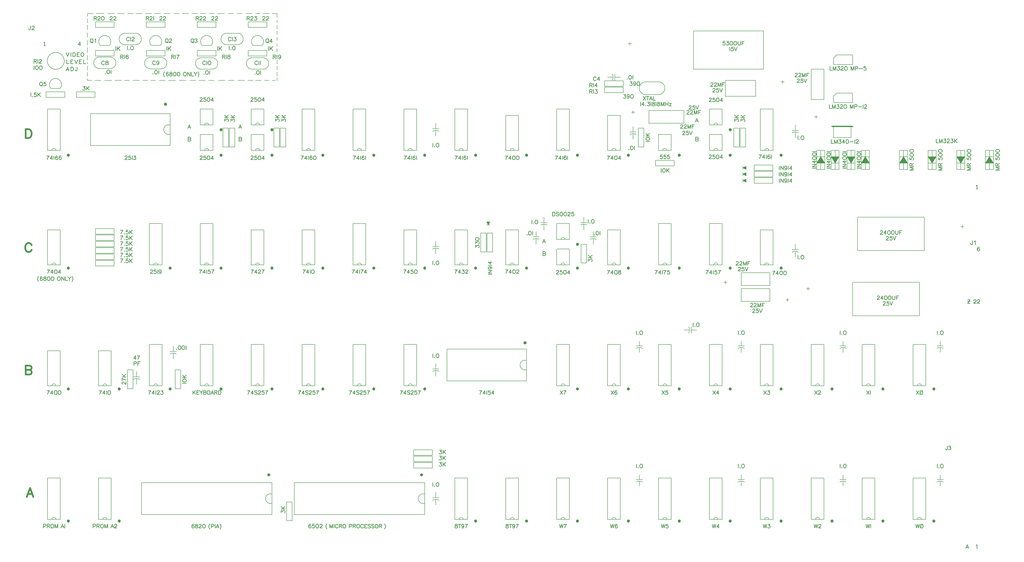
<source format=gto>
G04*
G04  File:            PCB-11.SLK, Sun Feb 24 12:18:14 2019*
G04  Source:          P-CAD 2006 PCB, Version 19.02.958, (D:\pcb-11\pcb-11.pcb)*
G04  Format:          Gerber Format (RS-274-D), ASCII*
G04*
G04  Format Options:  Absolute Positioning*
G04                   Leading-Zero Suppression*
G04                   Scale Factor 1:1*
G04                   NO Circular Interpolation*
G04                   Inch Units*
G04                   Numeric Format: 4.4 (XXXX.XXXX)*
G04                   G54 NOT Used for Aperture Change*
G04                   Apertures Embedded*
G04*
G04  File Options:    Offset = (0.0mil,0.0mil)*
G04                   Drill Symbol Size = 80.0mil*
G04                   No Pad/Via Holes*
G04*
G04  File Contents:   No Pads*
G04                   No Vias*
G04                   No Designators*
G04                   No Types*
G04                   No Values*
G04                   No Drill Symbols*
G04                   Top Silk*
G04*
%INPCB-11.SLK*%
%ICAS*%
%MOIN*%
G04*
G04  Aperture MACROs for general use --- invoked via D-code assignment *
G04*
G04  General MACRO for flashed round with rotation and/or offset hole *
%AMROTOFFROUND*
1,1,$1,0.0000,0.0000*
1,0,$2,$3,$4*%
G04*
G04  General MACRO for flashed oval (obround) with rotation and/or offset hole *
%AMROTOFFOVAL*
21,1,$1,$2,0.0000,0.0000,$3*
1,1,$4,$5,$6*
1,1,$4,0-$5,0-$6*
1,0,$7,$8,$9*%
G04*
G04  General MACRO for flashed oval (obround) with rotation and no hole *
%AMROTOVALNOHOLE*
21,1,$1,$2,0.0000,0.0000,$3*
1,1,$4,$5,$6*
1,1,$4,0-$5,0-$6*%
G04*
G04  General MACRO for flashed rectangle with rotation and/or offset hole *
%AMROTOFFRECT*
21,1,$1,$2,0.0000,0.0000,$3*
1,0,$4,$5,$6*%
G04*
G04  General MACRO for flashed rectangle with rotation and no hole *
%AMROTRECTNOHOLE*
21,1,$1,$2,0.0000,0.0000,$3*%
G04*
G04  General MACRO for flashed rounded-rectangle *
%AMROUNDRECT*
21,1,$1,$2-$4,0.0000,0.0000,$3*
21,1,$1-$4,$2,0.0000,0.0000,$3*
1,1,$4,$5,$6*
1,1,$4,$7,$8*
1,1,$4,0-$5,0-$6*
1,1,$4,0-$7,0-$8*
1,0,$9,$10,$11*%
G04*
G04  General MACRO for flashed rounded-rectangle with rotation and no hole *
%AMROUNDRECTNOHOLE*
21,1,$1,$2-$4,0.0000,0.0000,$3*
21,1,$1-$4,$2,0.0000,0.0000,$3*
1,1,$4,$5,$6*
1,1,$4,$7,$8*
1,1,$4,0-$5,0-$6*
1,1,$4,0-$7,0-$8*%
G04*
G04  General MACRO for flashed regular polygon *
%AMREGPOLY*
5,1,$1,0.0000,0.0000,$2,$3+$4*
1,0,$5,$6,$7*%
G04*
G04  General MACRO for flashed regular polygon with no hole *
%AMREGPOLYNOHOLE*
5,1,$1,0.0000,0.0000,$2,$3+$4*%
G04*
G04  General MACRO for target *
%AMTARGET*
6,0,0,$1,$2,$3,4,$4,$5,$6*%
G04*
G04  General MACRO for mounting hole *
%AMMTHOLE*
1,1,$1,0,0*
1,0,$2,0,0*
$1=$1-$2*
$1=$1/2*
21,1,$2+$1,$3,0,0,$4*
21,1,$3,$2+$1,0,0,$4*%
G04*
G04*
G04  D10 : "Ellipse X0.254mm Y0.254mm H0.000mm 0.0deg (0.000mm,0.000mm) Draw"*
G04  Disc: OuterDia=0.0100*
%ADD10C, 0.0100*%
G04  D11 : "Ellipse X2.540mm Y2.540mm H0.000mm 0.0deg (0.000mm,0.000mm) Draw"*
G04  Disc: OuterDia=0.1000*
%ADD11C, 0.1000*%
G04  D12 : "Ellipse X0.300mm Y0.300mm H0.000mm 0.0deg (0.000mm,0.000mm) Draw"*
G04  Disc: OuterDia=0.0118*
%ADD12C, 0.0118*%
G04  D13 : "Ellipse X3.348mm Y3.348mm H0.000mm 0.0deg (0.000mm,0.000mm) Draw"*
G04  Disc: OuterDia=0.1318*
%ADD13C, 0.1318*%
G04  D14 : "Ellipse X0.400mm Y0.400mm H0.000mm 0.0deg (0.000mm,0.000mm) Draw"*
G04  Disc: OuterDia=0.0157*
%ADD14C, 0.0157*%
G04  D15 : "Ellipse X5.000mm Y5.000mm H0.000mm 0.0deg (0.000mm,0.000mm) Draw"*
G04  Disc: OuterDia=0.1969*
%ADD15C, 0.1969*%
G04  D16 : "Ellipse X0.508mm Y0.508mm H0.000mm 0.0deg (0.000mm,0.000mm) Draw"*
G04  Disc: OuterDia=0.0200*
%ADD16C, 0.0200*%
G04  D17 : "Ellipse X0.600mm Y0.600mm H0.000mm 0.0deg (0.000mm,0.000mm) Draw"*
G04  Disc: OuterDia=0.0236*
%ADD17C, 0.0236*%
G04  D18 : "Ellipse X6.000mm Y6.000mm H0.000mm 0.0deg (0.000mm,0.000mm) Draw"*
G04  Disc: OuterDia=0.2362*
%ADD18C, 0.2362*%
G04  D19 : "Ellipse X0.635mm Y0.635mm H0.000mm 0.0deg (0.000mm,0.000mm) Draw"*
G04  Disc: OuterDia=0.0250*
%ADD19C, 0.0250*%
G04  D20 : "Ellipse X0.700mm Y0.700mm H0.000mm 0.0deg (0.000mm,0.000mm) Draw"*
G04  Disc: OuterDia=0.0276*
%ADD20C, 0.0276*%
G04  D21 : "Ellipse X1.100mm Y1.100mm H0.000mm 0.0deg (0.000mm,0.000mm) Draw"*
G04  Disc: OuterDia=0.0433*
%ADD21C, 0.0433*%
G04  D22 : "Ellipse X0.127mm Y0.127mm H0.000mm 0.0deg (0.000mm,0.000mm) Draw"*
G04  Disc: OuterDia=0.0050*
%ADD22C, 0.0050*%
G04  D23 : "Ellipse X1.270mm Y1.270mm H0.000mm 0.0deg (0.000mm,0.000mm) Draw"*
G04  Disc: OuterDia=0.0500*
%ADD23C, 0.0500*%
G04  D24 : "Ellipse X1.500mm Y1.500mm H0.000mm 0.0deg (0.000mm,0.000mm) Draw"*
G04  Disc: OuterDia=0.0591*
%ADD24C, 0.0591*%
G04  D25 : "Ellipse X0.200mm Y0.200mm H0.000mm 0.0deg (0.000mm,0.000mm) Draw"*
G04  Disc: OuterDia=0.0079*
%ADD25C, 0.0079*%
G04  D26 : "Ellipse X2.200mm Y2.200mm H0.000mm 0.0deg (0.000mm,0.000mm) Draw"*
G04  Disc: OuterDia=0.0866*
%ADD26C, 0.0866*%
G04  D27 : "Ellipse X0.240mm Y0.240mm H0.000mm 0.0deg (0.000mm,0.000mm) Draw"*
G04  Disc: OuterDia=0.0094*
%ADD27C, 0.0094*%
G04  D28 : "Ellipse X2.300mm Y2.300mm H0.000mm 0.0deg (0.000mm,0.000mm) Draw"*
G04  Disc: OuterDia=0.0906*
%ADD28C, 0.0906*%
G04  D29 : "Ellipse X2.700mm Y2.700mm H0.000mm 0.0deg (0.000mm,0.000mm) Flash"*
G04  Disc: OuterDia=0.1063*
%ADD29C, 0.1063*%
G04  D30 : "Ellipse X2.900mm Y2.900mm H0.000mm 0.0deg (0.000mm,0.000mm) Flash"*
G04  Disc: OuterDia=0.1142*
%ADD30C, 0.1142*%
G04  D31 : "Ellipse X3.700mm Y3.700mm H0.000mm 0.0deg (0.000mm,0.000mm) Flash"*
G04  Disc: OuterDia=0.1457*
%ADD31C, 0.1457*%
G04  D32 : "Ellipse X4.500mm Y4.500mm H0.000mm 0.0deg (0.000mm,0.000mm) Flash"*
G04  Disc: OuterDia=0.1772*
%ADD32C, 0.1772*%
G04  D33 : "Ellipse X4.700mm Y4.700mm H0.000mm 0.0deg (0.000mm,0.000mm) Flash"*
G04  Disc: OuterDia=0.1850*
%ADD33C, 0.1850*%
G04  D34 : "Ellipse X4.900mm Y4.900mm H0.000mm 0.0deg (0.000mm,0.000mm) Flash"*
G04  Disc: OuterDia=0.1929*
%ADD34C, 0.1929*%
G04  D35 : "Ellipse X7.250mm Y7.250mm H0.000mm 0.0deg (0.000mm,0.000mm) Flash"*
G04  Disc: OuterDia=0.2854*
%ADD35C, 0.2854*%
G04  D36 : "Ellipse X7.450mm Y7.450mm H0.000mm 0.0deg (0.000mm,0.000mm) Flash"*
G04  Disc: OuterDia=0.2933*
%ADD36C, 0.2933*%
G04  D37 : "Ellipse X1.500mm Y1.500mm H0.000mm 0.0deg (0.000mm,0.000mm) Flash"*
G04  Disc: OuterDia=0.0591*
%ADD37C, 0.0591*%
G04  D38 : "Ellipse X1.700mm Y1.700mm H0.000mm 0.0deg (0.000mm,0.000mm) Flash"*
G04  Disc: OuterDia=0.0669*
%ADD38C, 0.0669*%
G04  D39 : "Ellipse X2.200mm Y2.200mm H0.000mm 0.0deg (0.000mm,0.000mm) Flash"*
G04  Disc: OuterDia=0.0866*
%ADD39C, 0.0866*%
G04  D40 : "Ellipse X2.300mm Y2.300mm H0.000mm 0.0deg (0.000mm,0.000mm) Flash"*
G04  Disc: OuterDia=0.0906*
%ADD40C, 0.0906*%
G04  D41 : "Ellipse X2.400mm Y2.400mm H0.000mm 0.0deg (0.000mm,0.000mm) Flash"*
G04  Disc: OuterDia=0.0945*
%ADD41C, 0.0945*%
G04  D42 : "Ellipse X2.500mm Y2.500mm H0.000mm 0.0deg (0.000mm,0.000mm) Flash"*
G04  Disc: OuterDia=0.0984*
%ADD42C, 0.0984*%
G04  D43 : "Mounting Hole X3.500mm Y3.500mm H0.000mm 0.0deg (0.000mm,0.000mm) Flash"*
G04  Mounting Hole: Diameter=0.1378, Rotation=0.0, LineWidth=0.0050 *
%ADD43MTHOLE, 0.1378 X0.1178 X0.0050 X0.0*%
G04  D44 : "Oval X2.000mm Y1.400mm H0.000mm 0.0deg (0.000mm,0.000mm) Flash"*
G04  Obround: DimX=0.0787, DimY=0.0551, Rotation=0.0, OffsetX=0.0000, OffsetY=0.0000, HoleDia=0.0000 *
%ADD44O, 0.0787 X0.0551*%
G04  D45 : "Oval X1.400mm Y2.000mm H0.000mm 0.0deg (0.000mm,0.000mm) Flash"*
G04  Obround: DimX=0.0551, DimY=0.0787, Rotation=0.0, OffsetX=0.0000, OffsetY=0.0000, HoleDia=0.0000 *
%ADD45O, 0.0551 X0.0787*%
G04  D46 : "Oval X2.200mm Y1.600mm H0.000mm 0.0deg (0.000mm,0.000mm) Flash"*
G04  Obround: DimX=0.0866, DimY=0.0630, Rotation=0.0, OffsetX=0.0000, OffsetY=0.0000, HoleDia=0.0000 *
%ADD46O, 0.0866 X0.0630*%
G04  D47 : "Oval X1.600mm Y2.200mm H0.000mm 0.0deg (0.000mm,0.000mm) Flash"*
G04  Obround: DimX=0.0630, DimY=0.0866, Rotation=0.0, OffsetX=0.0000, OffsetY=0.0000, HoleDia=0.0000 *
%ADD47O, 0.0630 X0.0866*%
G04  D48 : "Ellipse X1.200mm Y1.200mm H0.000mm 0.0deg (0.000mm,0.000mm) Flash"*
G04  Disc: OuterDia=0.0472*
%ADD48C, 0.0472*%
G04  D49 : "Ellipse X1.400mm Y1.400mm H0.000mm 0.0deg (0.000mm,0.000mm) Flash"*
G04  Disc: OuterDia=0.0551*
%ADD49C, 0.0551*%
G04*
%FSLAX44Y44*%
%SFA1B1*%
%OFA0.0000B0.0000*%
G04*
G70*
G90*
G01*
D2*
%LNTop Silk*%
D27*
X13410Y88982*
X13353Y88954D1*
X13297Y88898*
X13268Y88841*
X13240Y88756*
Y88615*
X13268Y88530*
X13297Y88473*
X13353Y88417*
X13410Y88388*
X13523*
X13580Y88417*
X13636Y88473*
X13665Y88530*
X13693Y88615*
Y88756*
X13665Y88841*
X13636Y88898*
X13580Y88954*
X13523Y88982*
X13410*
X13495Y88501D2*
X13665Y88332D1*
X14202Y88982D2*
X13919D1*
X13891Y88728*
X13919Y88756*
X14004Y88784*
X14089*
X14174Y88756*
X14231Y88700*
X14259Y88615*
Y88558*
X14231Y88473*
X14174Y88417*
X14089Y88388*
X14004*
X13919Y88417*
X13891Y88445*
X13863Y88501*
X12377Y91532D2*
Y90938D1*
X12745Y91532D2*
X12688Y91504D1*
X12632Y91448*
X12603Y91391*
X12575Y91306*
Y91165*
X12603Y91080*
X12632Y91023*
X12688Y90967*
X12745Y90938*
X12858*
X12915Y90967*
X12971Y91023*
X13000Y91080*
X13028Y91165*
Y91306*
X13000Y91391*
X12971Y91448*
X12915Y91504*
X12858Y91532*
X12745*
X13367D2*
X13311Y91504D1*
X13254Y91448*
X13226Y91391*
X13198Y91306*
Y91165*
X13226Y91080*
X13254Y91023*
X13311Y90967*
X13367Y90938*
X13481*
X13537Y90967*
X13594Y91023*
X13622Y91080*
X13650Y91165*
Y91306*
X13622Y91391*
X13594Y91448*
X13537Y91504*
X13481Y91532*
X13367*
X12365Y92260D2*
X12625D1*
X12712Y92289*
X12741Y92318*
X12769Y92376*
Y92433*
X12741Y92491*
X12712Y92520*
X12625Y92549*
X12365*
Y91942*
X12567Y92260D2*
X12769Y91942D1*
X12972Y92549D2*
Y91942D1*
X13203Y92405D2*
Y92433D1*
X13232Y92491*
X13261Y92520*
X13318Y92549*
X13434*
X13492Y92520*
X13521Y92491*
X13549Y92433*
Y92376*
X13521Y92289*
X13463Y92231*
X13376Y92173*
X13261Y92087*
X13203Y92029*
X13174Y91971*
Y91942*
X13578*
X13886Y95169D2*
X13943Y95198D1*
X14028Y95282*
Y94688*
X13915D2*
X14141D1*
X13915*
X17489Y90948D2*
X17772D1*
X17857Y90750D2*
X17631Y91344D1*
X17404Y90750*
X17489Y91882D2*
X17829D1*
X17489Y92476D2*
Y91882D1*
D2*
D25*
X20750Y89550*
Y89250D1*
Y92100D2*
Y91850D1*
Y91500D2*
Y90850D1*
D2*
D27*
X18488Y90835*
X18517Y90891D1*
X18545Y90976*
Y91118*
X18517Y91203*
X18488Y91259*
X18432Y91316*
Y90778D2*
X18488Y90835D1*
X18432Y91316D2*
X18347Y91344D1*
Y90750D2*
X18432Y90778D1*
X19119Y91344D2*
Y90891D1*
X19091Y90806*
X18865D2*
X18836Y90891D1*
Y90948*
X19091Y90806D2*
X19063Y90778D1*
X19006Y90750*
X18950*
X18893Y90778*
X18865Y90806*
X18149Y91344D2*
Y90750D1*
X18347Y91344D2*
X18149D1*
Y90750D2*
X18347D1*
X18120Y92193D2*
X18347D1*
X18120Y91882D2*
X18488D1*
Y92476D2*
X18120D1*
Y91882*
X19467Y92193D2*
X19694D1*
X19467Y91882D2*
X19835D1*
X19467Y92476D2*
Y91882D1*
X19835Y92476D2*
X19467D1*
X19000Y91882D2*
X19226Y92476D1*
X18773D2*
X19000Y91882D1*
X20155Y92476D2*
Y91882D1*
X20495*
X19584Y94688D2*
Y95282D1*
X19301Y94886*
X19669*
D2*
D25*
X20750Y95550*
Y94800D1*
Y94400D2*
Y93600D1*
D2*
D27*
X18815Y93098*
X18843Y93155D1*
X18871Y93240*
Y93381*
X18843Y93466*
X18815Y93523*
X18758Y93579*
X18673Y93608*
X18475*
X19487D2*
X19119D1*
Y93325D2*
X19346D1*
X19898Y93608D2*
X19842Y93579D1*
X19785Y93523*
X19757Y93466*
X19729Y93381*
Y93240*
X19757Y93155*
X19785Y93098*
X20125D2*
X20153Y93155D1*
X20181Y93240*
Y93381*
X20153Y93466*
X20125Y93523*
X20068Y93579*
X20012Y93608*
X19898*
D2*
D25*
X20750Y98950*
Y98300D1*
Y97950D2*
Y97200D1*
Y96750D2*
Y96050D1*
Y99750D2*
Y99300D1*
X22850Y89250D2*
X21950D1*
X23350Y99750D2*
X22150D1*
X26150Y89250D2*
X25100D1*
D2*
D27*
X25206Y94561*
Y93945D1*
X25441Y94561D2*
Y93945D1*
X25851Y94561D2*
X25441Y94150D1*
X25587Y94297D2*
X25851Y93945D1*
D2*
D25*
X26550Y99750*
X25500D1*
D2*
D27*
X28301Y45388*
Y45982D1*
X28018Y45586*
X28386*
X28698Y45388D2*
Y45417D1*
X28726Y45558*
X28754Y45643*
X28811Y45756*
X28867Y45841*
X28981Y45982*
X28584*
D2*
D25*
X28950Y89250*
X27900D1*
X28000Y99750D2*
X27100D1*
X29400D2*
X28400D1*
D2*
D27*
X30453Y39888*
Y39917D1*
X30481Y40058*
X30509Y40143*
X30566Y40256*
X30622Y40341*
X30735Y40482*
X30339*
X31188Y39888D2*
Y40482D1*
X30905Y40086*
X31273*
X31500Y40482D2*
Y39888D1*
X31726Y40341D2*
Y40369D1*
X31754Y40426*
X31782Y40454*
X31839Y40482*
X31952*
X32009Y40454*
X32037Y40426*
X32065Y40369*
Y40313*
X32037Y40228*
X31981Y40171*
X31896Y40115*
X31782Y40030*
X31726Y39973*
X31698Y39917*
Y39888*
X32094*
X32320Y40482D2*
X32631D1*
X32462Y40256*
X32546*
X32603Y40228*
X32631Y40200*
X32660Y40115*
Y40058*
X32631Y39973*
X32575Y39917*
X32490Y39888*
X32405*
X32320Y39917*
X32292Y39945*
X32264Y40001*
X30651Y59341D2*
Y59369D1*
X30679Y59426*
X30707Y59454*
X30764Y59482*
X30877*
X30934Y59454*
X30962Y59426*
X30990Y59369*
Y59313*
X30962Y59228*
X30905Y59171*
X30820Y59115*
X30707Y59030*
X30651Y58973*
X30622Y58917*
Y58888*
X31018*
X31528Y59482D2*
X31245D1*
X31217Y59228*
X31245Y59256*
X31330Y59284*
X31415*
X31500Y59256*
X31556Y59200*
X31584Y59115*
Y59058*
X31556Y58973*
X31500Y58917*
X31415Y58888*
X31330*
X31245Y58917*
X31217Y58945*
X31188Y59001*
X31782Y59482D2*
Y58888D1*
X32348Y59284D2*
X32320Y59200D1*
X32264Y59143*
X32179Y59115*
X32150*
X32065Y59143*
X32009Y59200*
X31981Y59284*
Y59313*
X32009Y59398*
X32065Y59454*
X32150Y59482*
X32179*
X32264Y59454*
X32320Y59398*
X32348Y59284*
Y59143*
X32320Y59001*
X32264Y58917*
X32179Y58888*
X32122*
X32037Y58917*
X32009Y58973*
D2*
D25*
X31450Y89250*
X30700D1*
D2*
D27*
X31441Y92157*
X31412Y92215D1*
X31354Y92273*
X31296Y92302*
X31180*
X31122Y92273*
X31064Y92215*
X31035Y92157*
X31006Y92070*
Y91925*
X31035Y91838*
X31064Y91780*
X31122Y91722*
X31180Y91693*
X31296*
X31354Y91722*
X31412Y91780*
X31441Y91838*
X31993Y92099D2*
X31964Y92012D1*
X31906Y91954*
X31819Y91925*
X31790*
X31703Y91954*
X31645Y92012*
X31616Y92099*
Y92128*
X31645Y92215*
X31703Y92273*
X31790Y92302*
X31819*
X31906Y92273*
X31964Y92215*
X31993Y92099*
Y91954*
X31964Y91809*
X31906Y91722*
X31819Y91693*
X31761*
X31674Y91722*
X31645Y91780*
D2*
D25*
X32250Y99750*
X31300D1*
X33500Y80750D2*
X33750D1*
X33500Y82250D2*
X33750D1*
X34600Y89250D2*
X33500D1*
X35200Y99750D2*
X34350D1*
D2*
D27*
X36571Y80322*
Y79698D1*
X36839*
X36928Y79728*
X36957Y79758*
X36987Y79817*
Y79906*
X36957Y79966*
X36928Y79995*
X36839Y80025*
X36928Y80055*
X36957Y80084*
X36987Y80144*
Y80203*
X36957Y80263*
X36928Y80292*
X36839Y80322*
X36571*
Y80025D2*
X36839D1*
X36976Y81688D2*
X36750Y82282D1*
X36523Y81688*
X36608Y81886D2*
X36891D1*
D2*
D25*
X37800Y89250*
X36850D1*
X38050Y99750D2*
X37200D1*
X40650Y89250D2*
X39800D1*
X40700Y99750D2*
X39900D1*
D2*
D27*
X43297Y82814*
Y83133D1*
X43529Y82959*
Y83046*
X43558Y83104*
X43587Y83133*
X43674Y83162*
X43732*
X43819Y83133*
X43877Y83075*
X43906Y82988*
Y82901*
X43877Y82814*
X43848Y82785*
X43790Y82756*
X43297Y83366D2*
X43906D1*
X43297Y83772D2*
X43703Y83366D1*
X43558Y83511D2*
X43906Y83772D1*
D2*
D25*
X43800Y89250*
X42900D1*
D2*
D27*
X43047Y94632*
Y94038D1*
X43301Y94095D2*
X43273Y94067D1*
X43301Y94038*
X43330Y94067*
X43301Y94095*
X43698Y94632D2*
X43641Y94604D1*
X43584Y94548*
X43556Y94491*
X43528Y94406*
Y94265*
X43556Y94180*
X43584Y94123*
X43641Y94067*
X43698Y94038*
X43811*
X43867Y94067*
X43924Y94123*
X43952Y94180*
X43981Y94265*
Y94406*
X43952Y94491*
X43924Y94548*
X43867Y94604*
X43811Y94632*
X43698*
D2*
D25*
X43700Y99750*
X42900D1*
X46800Y89250D2*
X45950D1*
X46600Y99750D2*
X45650D1*
X47900D2*
X47150D1*
X49500Y22750D2*
X49750D1*
X49500Y24250D2*
X49750D1*
X49300Y89250D2*
X48600D1*
X50300D2*
X49800D1*
X50550Y89650D2*
Y89250D1*
Y90900D2*
Y91500D1*
Y91850D2*
Y92400D1*
D2*
D27*
X49206Y94561*
Y93945D1*
X49441Y94561D2*
Y93945D1*
X49851Y94561D2*
X49441Y94150D1*
X49587Y94297D2*
X49851Y93945D1*
D2*
D25*
X50550Y94600*
Y95050D1*
Y93700D2*
Y94250D1*
Y98300D2*
Y98750D1*
Y97350D2*
Y97900D1*
Y96450D2*
Y97000D1*
Y99100D2*
Y99750D1*
X49350D2*
X48350D1*
X50550D2*
X49800D1*
D2*
D27*
X54707Y58888*
Y58917D1*
X54735Y59058*
X54764Y59143*
X54820Y59256*
X54877Y59341*
X54990Y59482*
X54594*
X55443Y58888D2*
Y59482D1*
X55160Y59086*
X55528*
X55754Y59482D2*
Y58888D1*
X56122Y59482D2*
X56065Y59454D1*
X56009Y59398*
X55981Y59341*
X55952Y59256*
Y59115*
X55981Y59030*
X56009Y58973*
X56065Y58917*
X56122Y58888*
X56235*
X56292Y58917*
X56348Y58973*
X56377Y59030*
X56405Y59115*
Y59256*
X56377Y59341*
X56348Y59398*
X56292Y59454*
X56235Y59482*
X56122*
X54424Y76788D2*
Y76817D1*
X54453Y76958*
X54481Y77043*
X54537Y77156*
X54594Y77241*
X54707Y77382*
X54311*
X55160Y76788D2*
Y77382D1*
X54877Y76986*
X55245*
X55471Y77382D2*
Y76788D1*
X56037Y77298D2*
X56009Y77354D1*
X55924Y77382*
X55867*
X55782Y77354*
X55726Y77269*
X55698Y77128*
Y76986*
X55726Y76873*
X55782Y76817*
X55867Y76788*
X55896*
X55981Y76817*
X56037Y76873*
X56065Y76958*
Y76986*
X56037Y77071*
X55981Y77128*
X55896Y77156*
X55867*
X55782Y77128*
X55726Y77071*
X55698Y76986*
X56405Y77382D2*
X56348Y77354D1*
X56292Y77298*
X56264Y77241*
X56235Y77156*
Y77015*
X56264Y76930*
X56292Y76873*
X56348Y76817*
X56405Y76788*
X56518*
X56575Y76817*
X56631Y76873*
X56660Y76930*
X56688Y77015*
Y77156*
X56660Y77241*
X56631Y77298*
X56575Y77354*
X56518Y77382*
X56405*
X67443Y19539D2*
X67500Y19454D1*
X67556Y19341*
X67584Y19200*
Y19086*
X67556Y18945*
X67500Y18832*
X67443Y18747*
D2*
D25*
X73500Y22750*
X73750D1*
X73500Y24250D2*
X73750D1*
D2*
D27*
X76064Y29202*
X76383D1*
X76209Y28970*
X76296*
X76354Y28941*
X76383Y28912*
X76412Y28825*
Y28767*
X76383Y28680*
X76325Y28622*
X76238Y28593*
X76151*
X76064Y28622*
X76035Y28651*
X76006Y28709*
X76616Y29202D2*
Y28593D1*
X77022Y29202D2*
X76616Y28796D1*
X76761Y28941D2*
X77022Y28593D1*
X76064Y31152D2*
X76383D1*
X76209Y30920*
X76296*
X76354Y30891*
X76383Y30862*
X76412Y30775*
Y30717*
X76383Y30630*
X76325Y30572*
X76238Y30543*
X76151*
X76064Y30572*
X76035Y30601*
X76006Y30659*
X76616Y31152D2*
Y30543D1*
X77022Y31152D2*
X76616Y30746D1*
X76761Y30891D2*
X77022Y30543D1*
X78651Y19482D2*
X78566Y19454D1*
X78537Y19398*
Y19341*
X78566Y19284*
X78622Y19256*
X78735Y19228*
X78820Y19200*
X78877Y19143*
X78905Y19086*
Y19001*
X78877Y18945*
X78849Y18917*
X78764Y18888*
X78651*
X78566Y18917*
X78537Y18945*
X78509Y19001*
Y19086*
X78537Y19143*
X78594Y19200*
X78679Y19228*
X78792Y19256*
X78849Y19284*
X78877Y19341*
Y19398*
X78849Y19454*
X78764Y19482*
X78651*
X79217D2*
Y18888D1*
X79018Y19482D2*
X79415D1*
X79896Y19284D2*
X79867Y19200D1*
X79811Y19143*
X79726Y19115*
X79698*
X79613Y19143*
X79556Y19200*
X79528Y19284*
Y19313*
X79556Y19398*
X79613Y19454*
X79698Y19482*
X79726*
X79811Y19454*
X79867Y19398*
X79896Y19284*
Y19143*
X79867Y19001*
X79811Y18917*
X79726Y18888*
X79669*
X79584Y18917*
X79556Y18973*
X80207Y18888D2*
Y18917D1*
X80235Y19058*
X80264Y19143*
X80320Y19256*
X80377Y19341*
X80490Y19482*
X80094*
X78566Y58888D2*
Y58917D1*
X78594Y59058*
X78622Y59143*
X78679Y59256*
X78735Y59341*
X78849Y59482*
X78453*
X79301Y58888D2*
Y59482D1*
X79018Y59086*
X79386*
X79641Y59482D2*
X79952D1*
X79782Y59256*
X79867*
X79924Y59228*
X79952Y59200*
X79981Y59115*
Y59058*
X79952Y58973*
X79896Y58917*
X79811Y58888*
X79726*
X79641Y58917*
X79613Y58945*
X79584Y59001*
X80179Y59341D2*
Y59369D1*
X80207Y59426*
X80235Y59454*
X80292Y59482*
X80405*
X80462Y59454*
X80490Y59426*
X80518Y59369*
Y59313*
X80490Y59228*
X80433Y59171*
X80348Y59115*
X80235Y59030*
X80179Y58973*
X80150Y58917*
Y58888*
X80546*
X78622Y76788D2*
Y76817D1*
X78651Y76958*
X78679Y77043*
X78735Y77156*
X78792Y77241*
X78905Y77382*
X78509*
X79358Y76788D2*
Y77382D1*
X79075Y76986*
X79443*
X79669Y77382D2*
Y76788D1*
X80235Y77298D2*
X80207Y77354D1*
X80122Y77382*
X80065*
X79981Y77354*
X79924Y77269*
X79896Y77128*
Y76986*
X79924Y76873*
X79981Y76817*
X80065Y76788*
X80094*
X80179Y76817*
X80235Y76873*
X80264Y76958*
Y76986*
X80235Y77071*
X80179Y77128*
X80094Y77156*
X80065*
X79981Y77128*
X79924Y77071*
X79896Y76986*
X80462Y77382D2*
Y76788D1*
D2*
D25*
X89500Y43750*
X89750D1*
X89500Y45250D2*
X89750D1*
D2*
D27*
X92321Y62322*
Y61698D1*
X92589*
X92678Y61728*
X92707Y61758*
X92737Y61817*
Y61906*
X92707Y61966*
X92678Y61995*
X92589Y62025*
X92678Y62055*
X92707Y62084*
X92737Y62144*
Y62203*
X92707Y62263*
X92678Y62292*
X92589Y62322*
X92321*
Y62025D2*
X92589D1*
X92726Y63688D2*
X92500Y64282D1*
X92273Y63688*
X92358Y63886D2*
X92641D1*
X90597Y67282D2*
Y66688D1*
X90851Y66745D2*
X90823Y66717D1*
X90851Y66688*
X90880Y66717*
X90851Y66745*
X91248Y67282D2*
X91191Y67254D1*
X91134Y67198*
X91106Y67141*
X91078Y67056*
Y66915*
X91106Y66830*
X91134Y66773*
X91191Y66717*
X91248Y66688*
X91361*
X91417Y66717*
X91474Y66773*
X91502Y66830*
X91531Y66915*
Y67056*
X91502Y67141*
X91474Y67198*
X91417Y67254*
X91361Y67282*
X91248*
X99447Y60814D2*
Y61133D1*
X99679Y60959*
Y61046*
X99708Y61104*
X99737Y61133*
X99824Y61162*
X99882*
X99969Y61133*
X100027Y61075*
X100056Y60988*
Y60901*
X100027Y60814*
X99998Y60785*
X99940Y60756*
X99447Y61366D2*
X100056D1*
X99447Y61772D2*
X99853Y61366D1*
X99708Y61511D2*
X100056Y61772D1*
X100425Y64995D2*
X100397Y64967D1*
X100425Y64938*
X100453Y64967*
X100425Y64995*
X100821Y65532D2*
X100765Y65504D1*
X100708Y65448*
X100680Y65391*
X100651Y65306*
Y65165*
X100680Y65080*
X100708Y65023*
X100765Y64967*
X100821Y64938*
X100934*
X100991Y64967*
X101048Y65023*
X101076Y65080*
X101104Y65165*
Y65306*
X101076Y65391*
X101048Y65448*
X100991Y65504*
X100934Y65532*
X100821*
X101302D2*
Y64938D1*
X99447Y67382D2*
Y66788D1*
X99701Y66845D2*
X99673Y66817D1*
X99701Y66788*
X99730Y66817*
X99701Y66845*
X100098Y67382D2*
X100041Y67354D1*
X99984Y67298*
X99956Y67241*
X99928Y67156*
Y67015*
X99956Y66930*
X99984Y66873*
X100041Y66817*
X100098Y66788*
X100211*
X100267Y66817*
X100324Y66873*
X100352Y66930*
X100381Y67015*
Y67156*
X100352Y67241*
X100324Y67298*
X100267Y67354*
X100211Y67382*
X100098*
X99672Y88510D2*
X99932D1*
X100018Y88539*
X100047Y88568*
X100076Y88626*
Y88683*
X100047Y88741*
X100018Y88770*
X99932Y88799*
X99672*
Y88192*
X99874Y88510D2*
X100076Y88192D1*
X100278Y88799D2*
Y88192D1*
X100769D2*
Y88799D1*
X100481Y88395*
X100856*
X102934Y19482D2*
X103075Y18888D1*
X103217Y19482*
X103358Y18888*
X103500Y19482*
X104009Y19398D2*
X103981Y19454D1*
X103896Y19482*
X103839*
X103754Y19454*
X103698Y19369*
X103669Y19228*
Y19086*
X103698Y18973*
X103754Y18917*
X103839Y18888*
X103867*
X103952Y18917*
X104009Y18973*
X104037Y19058*
Y19086*
X104009Y19171*
X103952Y19228*
X103867Y19256*
X103839*
X103754Y19228*
X103698Y19171*
X103669Y19086*
X103018Y40482D2*
X103415Y39888D1*
Y40482D2*
X103018Y39888D1*
X103952Y40398D2*
X103924Y40454D1*
X103839Y40482*
X103782*
X103698Y40454*
X103641Y40369*
X103613Y40228*
Y40086*
X103641Y39973*
X103698Y39917*
X103782Y39888*
X103811*
X103896Y39917*
X103952Y39973*
X103981Y40058*
Y40086*
X103952Y40171*
X103896Y40228*
X103811Y40256*
X103782*
X103698Y40228*
X103641Y40171*
X103613Y40086*
X102537Y58788D2*
Y58817D1*
X102566Y58958*
X102594Y59043*
X102651Y59156*
X102707Y59241*
X102820Y59382*
X102424*
X103273Y58788D2*
Y59382D1*
X102990Y58986*
X103358*
X103726Y59382D2*
X103669Y59354D1*
X103613Y59298*
X103584Y59241*
X103556Y59156*
Y59015*
X103584Y58930*
X103613Y58873*
X103669Y58817*
X103726Y58788*
X103839*
X103896Y58817*
X103952Y58873*
X103981Y58930*
X104009Y59015*
Y59156*
X103981Y59241*
X103952Y59298*
X103896Y59354*
X103839Y59382*
X103726*
X104320D2*
X104235Y59354D1*
X104207Y59298*
Y59241*
X104235Y59184*
X104292Y59156*
X104405Y59128*
X104490Y59100*
X104547Y59043*
X104575Y58986*
Y58901*
X104547Y58845*
X104518Y58817*
X104433Y58788*
X104320*
X104235Y58817*
X104207Y58845*
X104179Y58901*
Y58986*
X104207Y59043*
X104264Y59100*
X104348Y59128*
X104462Y59156*
X104518Y59184*
X104547Y59241*
Y59298*
X104518Y59354*
X104433Y59382*
X104320*
X102537Y76788D2*
Y76817D1*
X102566Y76958*
X102594Y77043*
X102651Y77156*
X102707Y77241*
X102820Y77382*
X102424*
X103273Y76788D2*
Y77382D1*
X102990Y76986*
X103358*
X103726Y77382D2*
X103669Y77354D1*
X103613Y77298*
X103584Y77241*
X103556Y77156*
Y77015*
X103584Y76930*
X103613Y76873*
X103669Y76817*
X103726Y76788*
X103839*
X103896Y76817*
X103952Y76873*
X103981Y76930*
X104009Y77015*
Y77156*
X103981Y77241*
X103952Y77298*
X103896Y77354*
X103839Y77382*
X103726*
X104462Y76788D2*
Y77382D1*
X104179Y76986*
X104547*
X105825Y78395D2*
X105797Y78367D1*
X105825Y78338*
X105853Y78367*
X105825Y78395*
X106221Y78932D2*
X106165Y78904D1*
X106108Y78848*
X106080Y78791*
X106051Y78706*
Y78565*
X106080Y78480*
X106108Y78423*
X106165Y78367*
X106221Y78338*
X106334*
X106391Y78367*
X106448Y78423*
X106476Y78480*
X106504Y78565*
Y78706*
X106476Y78791*
X106448Y78848*
X106391Y78904*
X106334Y78932*
X106221*
X106702D2*
Y78338D1*
D2*
D25*
X106250Y84250*
X106750D1*
D2*
D27*
X106014Y89032*
X106325D1*
X106155Y88806*
X106240*
X106297Y88778*
X106325Y88750*
X106353Y88665*
Y88608*
X106325Y88523*
X106268Y88467*
X106184Y88438*
X106099*
X106014Y88467*
X105985Y88495*
X105957Y88551*
X106891Y88834D2*
X106863Y88750D1*
X106806Y88693*
X106721Y88665*
X106693*
X106608Y88693*
X106551Y88750*
X106523Y88834*
Y88863*
X106551Y88948*
X106608Y89004*
X106693Y89032*
X106721*
X106806Y89004*
X106863Y88948*
X106891Y88834*
Y88693*
X106863Y88551*
X106806Y88467*
X106721Y88438*
X106665*
X106580Y88467*
X106551Y88523*
X107259Y89032D2*
X107202Y89004D1*
X107146Y88948*
X107117Y88891*
X107089Y88806*
Y88665*
X107117Y88580*
X107146Y88523*
X107202Y88467*
X107259Y88438*
X107372*
X107429Y88467*
X107485Y88523*
X107514Y88580*
X107542Y88665*
Y88806*
X107514Y88891*
X107485Y88948*
X107429Y89004*
X107372Y89032*
X107259*
D2*
D25*
X106000Y95250*
Y94750D1*
X105750Y95000D2*
X106250D1*
D2*
D27*
X116321Y80322*
Y79698D1*
X116589*
X116678Y79728*
X116707Y79758*
X116737Y79817*
Y79906*
X116707Y79966*
X116678Y79995*
X116589Y80025*
X116678Y80055*
X116707Y80084*
X116737Y80144*
Y80203*
X116707Y80263*
X116678Y80292*
X116589Y80322*
X116321*
Y80025D2*
X116589D1*
X116726Y82688D2*
X116500Y83282D1*
X116273Y82688*
X116358Y82886D2*
X116641D1*
X115292Y85141D2*
Y85169D1*
X115320Y85226*
X115349Y85254*
X115405Y85282*
X115518*
X115575Y85254*
X115603Y85226*
X115632Y85169*
Y85113*
X115603Y85028*
X115547Y84971*
X115462Y84915*
X115349Y84830*
X115292Y84773*
X115264Y84717*
Y84688*
X115660*
X116169Y85282D2*
X115886D1*
X115858Y85028*
X115886Y85056*
X115971Y85084*
X116056*
X116141Y85056*
X116198Y85000*
X116226Y84915*
Y84858*
X116198Y84773*
X116141Y84717*
X116056Y84688*
X115971*
X115886Y84717*
X115858Y84745*
X115830Y84801*
X116339Y85282D2*
X116565Y84688D1*
X116792Y85282*
D2*
D25*
X121000Y57750*
Y57250D1*
X120750Y57500D2*
X121250D1*
X123500Y54500D2*
Y56500D1*
D2*
D27*
X123447Y82814*
Y83133D1*
X123679Y82959*
Y83046*
X123708Y83104*
X123737Y83133*
X123824Y83162*
X123882*
X123969Y83133*
X124027Y83075*
X124056Y82988*
Y82901*
X124027Y82814*
X123998Y82785*
X123940Y82756*
X123447Y83366D2*
X124056D1*
X123447Y83772D2*
X123853Y83366D1*
X123708Y83511D2*
X124056Y83772D1*
X126934Y19482D2*
X127075Y18888D1*
X127217Y19482*
X127358Y18888*
X127500Y19482*
X127698D2*
X128009D1*
X127839Y19256*
X127924*
X127981Y19228*
X128009Y19200*
X128037Y19115*
Y19058*
X128009Y18973*
X127952Y18917*
X127867Y18888*
X127782*
X127698Y18917*
X127669Y18945*
X127641Y19001*
X127018Y40482D2*
X127415Y39888D1*
Y40482D2*
X127018Y39888D1*
X127641Y40482D2*
X127952D1*
X127782Y40256*
X127867*
X127924Y40228*
X127952Y40200*
X127981Y40115*
Y40058*
X127952Y39973*
X127896Y39917*
X127811Y39888*
X127726*
X127641Y39917*
X127613Y39945*
X127584Y40001*
D2*
D25*
X128000Y56500*
Y54500D1*
D2*
D27*
X126372Y76938*
Y76967D1*
X126401Y77108*
X126429Y77193*
X126485Y77306*
X126542Y77391*
X126655Y77532*
X126259*
X127108Y76938D2*
Y77532D1*
X126825Y77136*
X127193*
X127419Y77532D2*
Y76938D1*
X127985Y77448D2*
X127957Y77504D1*
X127872Y77532*
X127815*
X127731Y77504*
X127674Y77419*
X127646Y77278*
Y77136*
X127674Y77023*
X127731Y76967*
X127815Y76938*
X127844*
X127929Y76967*
X127985Y77023*
X128014Y77108*
Y77136*
X127985Y77221*
X127929Y77278*
X127844Y77306*
X127815*
X127731Y77278*
X127674Y77221*
X127646Y77136*
X128212Y77532D2*
Y76938D1*
D2*
D25*
X130750Y55000*
Y54500D1*
X130500Y54750D2*
X131000D1*
D2*
D27*
X129459Y73782*
Y73188D1*
X130082Y73782D2*
Y73188D1*
X129685Y73782*
Y73188*
X130648Y73584D2*
X130619Y73500D1*
X130563Y73443*
X130478Y73415*
X130450*
X130365Y73443*
X130308Y73500*
X130280Y73584*
Y73613*
X130308Y73698*
X130365Y73754*
X130450Y73782*
X130478*
X130563Y73754*
X130619Y73698*
X130648Y73584*
Y73443*
X130619Y73301*
X130563Y73217*
X130478Y73188*
X130421*
X130336Y73217*
X130308Y73273*
X130874Y73782D2*
Y73188D1*
X131355D2*
Y73782D1*
X131072Y73386*
X131440*
D2*
D25*
X130000Y89250*
Y88750D1*
X130250Y89000D2*
X129750D1*
X134000Y56750D2*
Y56250D1*
X133750Y56500D2*
X134250D1*
D2*
D27*
X132397Y61773*
Y61179D1*
X132651Y61235D2*
X132623Y61207D1*
X132651Y61179*
X132680Y61207*
X132651Y61235*
X133048Y61773D2*
X132991Y61745D1*
X132934Y61688*
X132906Y61632*
X132878Y61547*
Y61405*
X132906Y61320*
X132934Y61264*
X132991Y61207*
X133048Y61179*
X133161*
X133217Y61207*
X133274Y61264*
X133302Y61320*
X133331Y61405*
Y61547*
X133302Y61632*
X133274Y61688*
X133217Y61745*
X133161Y61773*
X133048*
X132397Y80523D2*
Y79929D1*
X132651Y79985D2*
X132623Y79957D1*
X132651Y79929*
X132680Y79957*
X132651Y79985*
X133048Y80523D2*
X132991Y80495D1*
X132934Y80438*
X132906Y80382*
X132878Y80297*
Y80155*
X132906Y80070*
X132934Y80014*
X132991Y79957*
X133048Y79929*
X133161*
X133217Y79957*
X133274Y80014*
X133302Y80070*
X133331Y80155*
Y80297*
X133302Y80382*
X133274Y80438*
X133217Y80495*
X133161Y80523*
X133048*
X132292Y89341D2*
Y89369D1*
X132320Y89426*
X132349Y89454*
X132405Y89482*
X132518*
X132575Y89454*
X132603Y89426*
X132632Y89369*
Y89313*
X132603Y89228*
X132547Y89171*
X132462Y89115*
X132349Y89030*
X132292Y88973*
X132264Y88917*
Y88888*
X132660*
X133169Y89482D2*
X132886D1*
X132858Y89228*
X132886Y89256*
X132971Y89284*
X133056*
X133141Y89256*
X133198Y89200*
X133226Y89115*
Y89058*
X133198Y88973*
X133141Y88917*
X133056Y88888*
X132971*
X132886Y88917*
X132858Y88945*
X132830Y89001*
X133339Y89482D2*
X133565Y88888D1*
X133792Y89482*
D2*
D25*
X135250Y83750*
Y83250D1*
D2*
D27*
X139047Y28932*
Y28338D1*
X139301Y28395D2*
X139273Y28367D1*
X139301Y28338*
X139330Y28367*
X139301Y28395*
X139698Y28932D2*
X139641Y28904D1*
X139584Y28848*
X139556Y28791*
X139528Y28706*
Y28565*
X139556Y28480*
X139584Y28423*
X139641Y28367*
X139698Y28338*
X139811*
X139867Y28367*
X139924Y28423*
X139952Y28480*
X139981Y28565*
Y28706*
X139952Y28791*
X139924Y28848*
X139867Y28904*
X139811Y28932*
X139698*
X139047Y49882D2*
Y49288D1*
X139301Y49345D2*
X139273Y49317D1*
X139301Y49288*
X139330Y49317*
X139301Y49345*
X139698Y49882D2*
X139641Y49854D1*
X139584Y49798*
X139556Y49741*
X139528Y49656*
Y49515*
X139556Y49430*
X139584Y49373*
X139641Y49317*
X139698Y49288*
X139811*
X139867Y49317*
X139924Y49373*
X139952Y49430*
X139981Y49515*
Y49656*
X139952Y49741*
X139924Y49798*
X139867Y49854*
X139811Y49882*
X139698*
D2*
D25*
X151600Y18900*
X152050Y19500D1*
D2*
D27*
X150905Y19482*
X151047Y18888D1*
X151188Y19482*
X151330Y18888*
X151471Y19482*
X151782D2*
X151726Y19454D1*
X151669Y19398*
X151641Y19341*
X151613Y19256*
Y19115*
X151641Y19030*
X151669Y18973*
X151726Y18917*
X151782Y18888*
X151896*
X151952Y18917*
X152009Y18973*
X152037Y19030*
X152065Y19115*
Y19256*
X152037Y19341*
X152009Y19398*
X151952Y19454*
X151896Y19482*
X151782*
D2*
D25*
X151550Y39900*
X152000Y40500D1*
D2*
D27*
X150990Y40482*
X151386Y39888D1*
Y40482D2*
X150990Y39888D1*
X151726Y40482D2*
X151669Y40454D1*
X151613Y40398*
X151584Y40341*
X151556Y40256*
Y40115*
X151584Y40030*
X151613Y39973*
X151669Y39917*
X151726Y39888*
X151839*
X151896Y39917*
X151952Y39973*
X151981Y40030*
X152009Y40115*
Y40256*
X151981Y40341*
X151952Y40398*
X151896Y40454*
X151839Y40482*
X151726*
X154297Y28932D2*
Y28338D1*
X154551Y28395D2*
X154523Y28367D1*
X154551Y28338*
X154580Y28367*
X154551Y28395*
X154948Y28932D2*
X154891Y28904D1*
X154834Y28848*
X154806Y28791*
X154778Y28706*
Y28565*
X154806Y28480*
X154834Y28423*
X154891Y28367*
X154948Y28338*
X155061*
X155117Y28367*
X155174Y28423*
X155202Y28480*
X155231Y28565*
Y28706*
X155202Y28791*
X155174Y28848*
X155117Y28904*
X155061Y28932*
X154948*
X154297Y49882D2*
Y49288D1*
X154551Y49345D2*
X154523Y49317D1*
X154551Y49288*
X154580Y49317*
X154551Y49345*
X154948Y49882D2*
X154891Y49854D1*
X154834Y49798*
X154806Y49741*
X154778Y49656*
Y49515*
X154806Y49430*
X154834Y49373*
X154891Y49317*
X154948Y49288*
X155061*
X155117Y49317*
X155174Y49373*
X155202Y49430*
X155231Y49515*
Y49656*
X155202Y49741*
X155174Y49798*
X155117Y49854*
X155061Y49882*
X154948*
D2*
D25*
X158000Y66250*
X158500D1*
D2*
D27*
X160386Y16169*
X160443Y16198D1*
X160528Y16282*
Y15688*
X159050Y54500D2*
X159450D1*
X159830Y64032D2*
Y63580D1*
X159801Y63495*
X159773Y63467*
X159717Y63438*
X159660*
X159603Y63467*
X159575Y63495*
X159547Y63580*
Y63636*
X160113Y63919D2*
X160169Y63948D1*
X160254Y64032*
Y63438*
X17404Y93608D2*
X17631Y93014D1*
X17857Y93608*
D2*
D25*
X20750Y93200*
Y92450D1*
Y90500D2*
Y89900D1*
D2*
D27*
X18149Y93608*
Y93014D1*
X18475Y93608D2*
Y93014D1*
X18673*
X18758Y93042*
X18815Y93098*
X19119Y93608D2*
Y93014D1*
X19487*
X19785Y93098D2*
X19842Y93042D1*
X19898Y93014*
X20012*
X20068Y93042*
X20125Y93098*
D2*
D25*
X21250Y84000*
Y79000D1*
D2*
D27*
X21360Y95782*
X21303Y95754D1*
X21247Y95698*
X21218Y95641*
X21190Y95556*
Y95415*
X21218Y95330*
X21247Y95273*
X21303Y95217*
X21360Y95188*
X21473*
X21530Y95217*
X21586Y95273*
X21615Y95330*
X21643Y95415*
Y95556*
X21615Y95641*
X21586Y95698*
X21530Y95754*
X21473Y95782*
X21360*
X21445Y95301D2*
X21615Y95132D1*
X21898Y95669D2*
X21954Y95698D1*
X22039Y95782*
Y95188*
X28064Y44734D2*
X28325D1*
X28412Y44763*
X28441Y44792*
X28470Y44850*
Y44937*
X28441Y44995*
X28412Y45024*
X28325Y45053*
X28064*
Y44443*
X29051Y45053D2*
X28674D1*
Y44443*
Y44763D2*
X28906D1*
X31075Y90295D2*
X31047Y90267D1*
X31075Y90238*
X31103Y90267*
X31075Y90295*
X31471Y90832D2*
X31415Y90804D1*
X31358Y90748*
X31330Y90691*
X31301Y90606*
Y90465*
X31330Y90380*
X31358Y90323*
X31415Y90267*
X31471Y90238*
X31584*
X31641Y90267*
X31698Y90323*
X31726Y90380*
X31754Y90465*
Y90606*
X31726Y90691*
X31698Y90748*
X31641Y90804*
X31584Y90832*
X31471*
X31952D2*
Y90238D1*
D2*
D25*
X33750Y79000*
Y84000D1*
D2*
D27*
X33972Y92960*
X34232D1*
X34318Y92989*
X34347Y93018*
X34376Y93076*
Y93133*
X34347Y93191*
X34318Y93220*
X34232Y93249*
X33972*
Y92642*
X34174Y92960D2*
X34376Y92642D1*
X34578Y93249D2*
Y92642D1*
X34896D2*
Y92671D1*
X34925Y92816*
X34954Y92902*
X35012Y93018*
X35069Y93105*
X35185Y93249*
X34781*
X37188Y95782D2*
X37132Y95754D1*
X37075Y95698*
X37047Y95641*
X37018Y95556*
Y95415*
X37047Y95330*
X37075Y95273*
X37132Y95217*
X37188Y95188*
X37301*
X37358Y95217*
X37415Y95273*
X37443Y95330*
X37471Y95415*
Y95556*
X37443Y95641*
X37415Y95698*
X37358Y95754*
X37301Y95782*
X37188*
X37273Y95301D2*
X37443Y95132D1*
X37613Y95669D2*
X37641Y95726D1*
X37669Y95754*
X37754Y95782*
X37839*
X37924Y95754*
X37952Y95726*
X37981Y95669*
Y95613*
X37952Y95556*
X37924Y95528*
X37867Y95500*
X37952Y95471*
X37981Y95443*
X38009Y95386*
Y95301*
X37981Y95245*
X37952Y95217*
X37867Y95188*
X37754*
X37669Y95217*
X37641Y95245*
X37613Y95301*
X37782Y95500D2*
X37867D1*
X43326Y95905D2*
X43297Y95962D1*
X43240Y96020*
X43182Y96049*
X43066*
X43008Y96020*
X42951Y95962*
X42922Y95905*
X42893Y95818*
Y95673*
X42922Y95587*
X42951Y95529*
X43008Y95471*
X43066Y95442*
X43182*
X43240Y95471*
X43297Y95529*
X43326Y95587*
X43528Y96049D2*
Y95442D1*
X43788Y96049D2*
X44106D1*
X43933Y95818*
X44019*
X44077Y95789*
X44106Y95760*
X44135Y95673*
Y95616*
X44106Y95529*
X44048Y95471*
X43962Y95442*
X43875*
X43788Y95471*
X43759Y95500*
X43731Y95558*
D2*
D25*
X49500Y24250*
X49402Y24243D1*
X49305Y24224*
X49212Y24192*
X49125Y24149*
X49043Y24095*
X48969Y24030*
X48904Y23956*
X48850Y23875*
X48807Y23787*
X48775Y23694*
X48756Y23597*
X48750Y23500*
X48756Y23402*
X48775Y23305*
X48807Y23212*
X48850Y23125*
X48904Y23043*
X48969Y22969*
X49043Y22904*
X49125Y22850*
X49212Y22807*
X49305Y22775*
X49402Y22756*
X49500Y22750*
X50550Y95500D2*
Y96050D1*
Y90550D2*
Y89950D1*
D2*
D27*
X48960Y95782*
X48903Y95754D1*
X48847Y95698*
X48818Y95641*
X48790Y95556*
Y95415*
X48818Y95330*
X48847Y95273*
X48903Y95217*
X48960Y95188*
X49073*
X49130Y95217*
X49186Y95273*
X49215Y95330*
X49243Y95415*
Y95556*
X49215Y95641*
X49186Y95698*
X49130Y95754*
X49073Y95782*
X48960*
X49045Y95301D2*
X49215Y95132D1*
X49696Y95188D2*
Y95782D1*
X49413Y95386*
X49781*
D2*
D25*
X73500Y24250*
X73402Y24243D1*
X73305Y24224*
X73212Y24192*
X73125Y24149*
X73043Y24095*
X72969Y24030*
X72904Y23956*
X72850Y23875*
X72807Y23787*
X72775Y23694*
X72756Y23597*
X72750Y23500*
X72756Y23402*
X72775Y23305*
X72807Y23212*
X72850Y23125*
X72904Y23043*
X72969Y22969*
X73043Y22904*
X73125Y22850*
X73212Y22807*
X73305Y22775*
X73402Y22756*
X73500Y22750*
D2*
D27*
X76064Y30202*
X76383D1*
X76209Y29970*
X76296*
X76354Y29941*
X76383Y29912*
X76412Y29825*
Y29767*
X76383Y29680*
X76325Y29622*
X76238Y29593*
X76151*
X76064Y29622*
X76035Y29651*
X76006Y29709*
X76616Y30202D2*
Y29593D1*
X77022Y30202D2*
X76616Y29796D1*
X76761Y29941D2*
X77022Y29593D1*
D2*
D25*
X77250Y47000*
Y42000D1*
D2*
D27*
X81717Y63014*
Y63325D1*
X81943Y63155*
Y63240*
X81971Y63297*
X82000Y63325*
X82084Y63353*
X82141*
X82226Y63325*
X82282Y63268*
X82311Y63184*
Y63099*
X82282Y63014*
X82254Y62985*
X82198Y62957*
X81717Y63580D2*
Y63891D1*
X81943Y63721*
Y63806*
X81971Y63863*
X82000Y63891*
X82084Y63919*
X82141*
X82226Y63891*
X82282Y63834*
X82311Y63750*
Y63665*
X82282Y63580*
X82254Y63551*
X82198Y63523*
X81717Y64259D2*
X81745Y64202D1*
X81801Y64146*
X81858Y64117*
X81943Y64089*
X82084*
X82169Y64117*
X82226Y64146*
X82282Y64202*
X82311Y64259*
Y64372*
X82282Y64429*
X82226Y64485*
X82169Y64514*
X82084Y64542*
X81943*
X81858Y64514*
X81801Y64485*
X81745Y64429*
X81717Y64372*
Y64259*
D2*
D25*
X89750Y42000*
Y47000D1*
X89500Y45250D2*
X89402Y45243D1*
X89305Y45224*
X89212Y45192*
X89125Y45149*
X89043Y45095*
X88969Y45030*
X88904Y44956*
X88850Y44875*
X88807Y44787*
X88775Y44694*
X88756Y44597*
X88750Y44500*
X88756Y44402*
X88775Y44305*
X88807Y44212*
X88850Y44125*
X88904Y44043*
X88969Y43969*
X89043Y43904*
X89125Y43850*
X89212Y43807*
X89305Y43775*
X89402Y43756*
X89500Y43750*
D2*
D27*
X99672Y87510*
X99932D1*
X100018Y87539*
X100047Y87568*
X100076Y87626*
Y87683*
X100047Y87741*
X100018Y87770*
X99932Y87799*
X99672*
Y87192*
X99874Y87510D2*
X100076Y87192D1*
X100278Y87799D2*
Y87192D1*
X100538Y87799D2*
X100856D1*
X100683Y87568*
X100769*
X100827Y87539*
X100856Y87510*
X100885Y87423*
Y87366*
X100856Y87279*
X100798Y87221*
X100712Y87192*
X100625*
X100538Y87221*
X100509Y87250*
X100481Y87308*
X100691Y89657D2*
X100662Y89715D1*
X100604Y89773*
X100546Y89802*
X100430*
X100372Y89773*
X100314Y89715*
X100285Y89657*
X100256Y89570*
Y89425*
X100285Y89338*
X100314Y89280*
X100372Y89222*
X100430Y89193*
X100546*
X100604Y89222*
X100662Y89280*
X100691Y89338*
X101156Y89193D2*
Y89802D1*
X100866Y89396*
X101243*
D2*
D25*
X106500Y84500*
Y84000D1*
D2*
D27*
X105575Y89495*
X105547Y89467D1*
X105575Y89438*
X105603Y89467*
X105575Y89495*
X105971Y90032D2*
X105915Y90004D1*
X105858Y89948*
X105830Y89891*
X105801Y89806*
Y89665*
X105830Y89580*
X105858Y89523*
X105915Y89467*
X105971Y89438*
X106084*
X106141Y89467*
X106198Y89523*
X106226Y89580*
X106254Y89665*
Y89806*
X106226Y89891*
X106198Y89948*
X106141Y90004*
X106084Y90032*
X105971*
X106452D2*
Y89438D1*
D2*
D25*
X109000Y84500*
Y82500D1*
D2*
D27*
X108501Y79643*
X109107D1*
X108501Y80019D2*
X108530Y79961D1*
X108587Y79903*
X108645Y79874*
X108732Y79845*
X108876*
X108962Y79874*
X109020Y79903*
X109078Y79961*
X109107Y80019*
Y80134*
X109078Y80192*
X109020Y80249*
X108962Y80278*
X108876Y80307*
X108732*
X108645Y80278*
X108587Y80249*
X108530Y80192*
X108501Y80134*
Y80019*
Y80509D2*
X109107D1*
X108501Y80913D2*
X108905Y80509D1*
X108760Y80654D2*
X109107Y80913D1*
D2*
D25*
X114500Y82500*
Y84500D1*
D2*
D27*
X114292Y81141*
Y81169D1*
X114320Y81226*
X114349Y81254*
X114405Y81282*
X114518*
X114575Y81254*
X114603Y81226*
X114632Y81169*
Y81113*
X114603Y81028*
X114547Y80971*
X114462Y80915*
X114349Y80830*
X114292Y80773*
X114264Y80717*
Y80688*
X114660*
X115169Y81282D2*
X114886D1*
X114858Y81028*
X114886Y81056*
X114971Y81084*
X115056*
X115141Y81056*
X115198Y81000*
X115226Y80915*
Y80858*
X115198Y80773*
X115141Y80717*
X115056Y80688*
X114971*
X114886Y80717*
X114858Y80745*
X114830Y80801*
X115339Y81282D2*
X115565Y80688D1*
X115792Y81282*
D2*
D25*
X116000Y91000*
Y97000D1*
X121000Y89250D2*
Y86750D1*
X123500Y57000D2*
Y59000D1*
X125750Y86750D2*
Y89250D1*
X128000Y59000D2*
Y57000D1*
X127000Y91000D2*
Y97000D1*
D2*
D27*
X129459Y74782*
Y74188D1*
X130082Y74782D2*
Y74188D1*
X129685Y74782*
Y74188*
X130648Y74584D2*
X130619Y74500D1*
X130563Y74443*
X130478Y74415*
X130450*
X130365Y74443*
X130308Y74500*
X130280Y74584*
Y74613*
X130308Y74698*
X130365Y74754*
X130450Y74782*
X130478*
X130563Y74754*
X130619Y74698*
X130648Y74584*
Y74443*
X130619Y74301*
X130563Y74217*
X130478Y74188*
X130421*
X130336Y74217*
X130308Y74273*
X130874Y74782D2*
Y74188D1*
X131355D2*
Y74782D1*
X131072Y74386*
X131440*
X129459Y75782D2*
Y75188D1*
X130082Y75782D2*
Y75188D1*
X129685Y75782*
Y75188*
X130648Y75584D2*
X130619Y75500D1*
X130563Y75443*
X130478Y75415*
X130450*
X130365Y75443*
X130308Y75500*
X130280Y75584*
Y75613*
X130308Y75698*
X130365Y75754*
X130450Y75782*
X130478*
X130563Y75754*
X130619Y75698*
X130648Y75584*
Y75443*
X130619Y75301*
X130563Y75217*
X130478Y75188*
X130421*
X130336Y75217*
X130308Y75273*
X130874Y75782D2*
Y75188D1*
X131355D2*
Y75782D1*
X131072Y75386*
X131440*
D2*
D25*
X134500Y91000*
Y86250D1*
D2*
D27*
X136917Y75420*
X137511D1*
X136917Y76042D2*
X137511D1*
X136917Y75646*
X137511*
Y76523D2*
X136917D1*
X137313Y76240*
Y76608*
X136917Y76976D2*
X136945Y76919D1*
X137001Y76863*
X137058Y76834*
X137143Y76806*
X137284*
X137369Y76834*
X137426Y76863*
X137482Y76919*
X137511Y76976*
Y77089*
X137482Y77146*
X137426Y77202*
X137369Y77231*
X137284Y77259*
X137143*
X137058Y77231*
X137001Y77202*
X136945Y77146*
X136917Y77089*
Y76976*
Y77598D2*
X136945Y77542D1*
X137001Y77485*
X137058Y77457*
X137143Y77429*
X137284*
X137369Y77457*
X137426Y77485*
X137482Y77542*
X137511Y77598*
Y77712*
X137482Y77768*
X137426Y77825*
X137369Y77853*
X137284Y77881*
X137143*
X137058Y77853*
X137001Y77825*
X136945Y77768*
X136917Y77712*
Y77598*
Y78079D2*
X137511D1*
D2*
D25*
X136500Y86250*
Y91000D1*
X140750Y82000D2*
Y80250D1*
D2*
D27*
X139417Y75420*
X140011D1*
X139417Y76042D2*
X140011D1*
X139417Y75646*
X140011*
Y76523D2*
X139417D1*
X139813Y76240*
Y76608*
X139417Y76976D2*
X139445Y76919D1*
X139501Y76863*
X139558Y76834*
X139643Y76806*
X139784*
X139869Y76834*
X139926Y76863*
X139982Y76919*
X140011Y76976*
Y77089*
X139982Y77146*
X139926Y77202*
X139869Y77231*
X139784Y77259*
X139643*
X139558Y77231*
X139501Y77202*
X139445Y77146*
X139417Y77089*
Y76976*
Y77598D2*
X139445Y77542D1*
X139501Y77485*
X139558Y77457*
X139643Y77429*
X139784*
X139869Y77457*
X139926Y77485*
X139982Y77542*
X140011Y77598*
Y77712*
X139982Y77768*
X139926Y77825*
X139869Y77853*
X139784Y77881*
X139643*
X139558Y77853*
X139501Y77825*
X139445Y77768*
X139417Y77712*
Y77598*
Y78079D2*
X140011D1*
D2*
D25*
X141750Y62500*
Y67750D1*
D2*
D27*
X141667Y75420*
X142261D1*
X141667Y76042D2*
X142261D1*
X141667Y75646*
X142261*
Y76523D2*
X141667D1*
X142063Y76240*
Y76608*
X141667Y76976D2*
X141695Y76919D1*
X141751Y76863*
X141808Y76834*
X141893Y76806*
X142034*
X142119Y76834*
X142176Y76863*
X142232Y76919*
X142261Y76976*
Y77089*
X142232Y77146*
X142176Y77202*
X142119Y77231*
X142034Y77259*
X141893*
X141808Y77231*
X141751Y77202*
X141695Y77146*
X141667Y77089*
Y76976*
Y77598D2*
X141695Y77542D1*
X141751Y77485*
X141808Y77457*
X141893Y77429*
X142034*
X142119Y77457*
X142176Y77485*
X142232Y77542*
X142261Y77598*
Y77712*
X142232Y77768*
X142176Y77825*
X142119Y77853*
X142034Y77881*
X141893*
X141808Y77853*
X141751Y77825*
X141695Y77768*
X141667Y77712*
Y77598*
Y78079D2*
X142261D1*
D2*
D25*
X151500Y57500*
Y52250D1*
X152250Y67750D2*
Y62500D1*
D2*
D27*
X155061Y75589*
X154467D1*
X155061Y75363*
X154467Y75137*
X155061*
X154750Y75816D2*
Y76070D1*
X154721Y76155*
X154693Y76184*
X154636Y76212*
X154580*
X154523Y76184*
X154495Y76155*
X154467Y76070*
Y75816*
X155061*
X154750Y76014D2*
X155061Y76212D1*
X154467Y77089D2*
Y76806D1*
X154721Y76778*
X154693Y76806*
X154665Y76891*
Y76976*
X154693Y77061*
X154750Y77117*
X154834Y77146*
X154891*
X154976Y77117*
X155032Y77061*
X155061Y76976*
Y76891*
X155032Y76806*
X155004Y76778*
X154948Y76750*
X154467Y77485D2*
X154495Y77429D1*
X154551Y77372*
X154608Y77344*
X154693Y77315*
X154834*
X154919Y77344*
X154976Y77372*
X155032Y77429*
X155061Y77485*
Y77598*
X155032Y77655*
X154976Y77712*
X154919Y77740*
X154834Y77768*
X154693*
X154608Y77740*
X154551Y77712*
X154495Y77655*
X154467Y77598*
Y77485*
Y78108D2*
X154495Y78051D1*
X154551Y77995*
X154608Y77966*
X154693Y77938*
X154834*
X154919Y77966*
X154976Y77995*
X155032Y78051*
X155061Y78108*
Y78221*
X155032Y78278*
X154976Y78334*
X154919Y78362*
X154834Y78391*
X154693*
X154608Y78362*
X154551Y78334*
X154495Y78278*
X154467Y78221*
Y78108*
D2*
D25*
X158250Y66500*
Y66000D1*
D2*
D27*
X160047Y54641*
Y54669D1*
X160075Y54726*
X160103Y54754*
X160160Y54782*
X160273*
X160330Y54754*
X160358Y54726*
X160386Y54669*
Y54613*
X160358Y54528*
X160301Y54471*
X160217Y54415*
X160103Y54330*
X160047Y54273*
X160018Y54217*
Y54188*
X160415*
X160613Y54641D2*
Y54669D1*
X160641Y54726*
X160669Y54754*
X160726Y54782*
X160839*
X160896Y54754*
X160924Y54726*
X160952Y54669*
Y54613*
X160924Y54528*
X160867Y54471*
X160782Y54415*
X160669Y54330*
X160613Y54273*
X160584Y54217*
Y54188*
X160981*
X160919Y62948D2*
X160891Y63004D1*
X160806Y63032*
X160750*
X160665Y63004*
X160608Y62919*
X160580Y62778*
Y62636*
X160608Y62523*
X160665Y62467*
X160750Y62438*
X160778*
X160863Y62467*
X160919Y62523*
X160948Y62608*
Y62636*
X160919Y62721*
X160863Y62778*
X160778Y62806*
X160750*
X160665Y62778*
X160608Y62721*
X160580Y62636*
X160386Y72669D2*
X160443Y72698D1*
X160528Y72782*
Y72188*
X160415D2*
X160641D1*
X160415*
X164061Y75589D2*
X163467D1*
X164061Y75363*
X163467Y75137*
X164061*
X163750Y75816D2*
Y76070D1*
X163721Y76155*
X163693Y76184*
X163636Y76212*
X163580*
X163523Y76184*
X163495Y76155*
X163467Y76070*
Y75816*
X164061*
X163750Y76014D2*
X164061Y76212D1*
X163467Y77089D2*
Y76806D1*
X163721Y76778*
X163693Y76806*
X163665Y76891*
Y76976*
X163693Y77061*
X163750Y77117*
X163834Y77146*
X163891*
X163976Y77117*
X164032Y77061*
X164061Y76976*
Y76891*
X164032Y76806*
X164004Y76778*
X163948Y76750*
X163467Y77485D2*
X163495Y77429D1*
X163551Y77372*
X163608Y77344*
X163693Y77315*
X163834*
X163919Y77344*
X163976Y77372*
X164032Y77429*
X164061Y77485*
Y77598*
X164032Y77655*
X163976Y77712*
X163919Y77740*
X163834Y77768*
X163693*
X163608Y77740*
X163551Y77712*
X163495Y77655*
X163467Y77598*
Y77485*
Y78108D2*
X163495Y78051D1*
X163551Y77995*
X163608Y77966*
X163693Y77938*
X163834*
X163919Y77966*
X163976Y77995*
X164032Y78051*
X164061Y78108*
Y78221*
X164032Y78278*
X163976Y78334*
X163919Y78362*
X163834Y78391*
X163693*
X163608Y78362*
X163551Y78334*
X163495Y78278*
X163467Y78221*
Y78108*
D2*
D25*
X29250Y26000*
Y21000D1*
X49750D2*
Y26000D1*
X53250D2*
Y21000D1*
X73750D2*
Y26000D1*
D2*
D27*
X11830Y97782*
Y97330D1*
X11801Y97245*
X11773Y97217*
X11717Y97188*
X11660*
X11603Y97217*
X11575Y97245*
X11547Y97330*
Y97386*
X12056Y97641D2*
Y97669D1*
X12084Y97726*
X12113Y97754*
X12169Y97782*
X12282*
X12339Y97754*
X12367Y97726*
X12396Y97669*
Y97613*
X12367Y97528*
X12311Y97471*
X12226Y97415*
X12113Y97330*
X12056Y97273*
X12028Y97217*
Y97188*
X12424*
X13817Y19175D2*
X14073D1*
X14159Y19204*
X14187Y19232*
X14216Y19289*
Y19375*
X14187Y19432*
X14159Y19460*
X14073Y19489*
X13817*
Y18890*
X14416Y19204D2*
X14672D1*
X14758Y19232*
X14786Y19261*
X14815Y19318*
Y19375*
X14786Y19432*
X14758Y19460*
X14672Y19489*
X14416*
Y18890*
X14615Y19204D2*
X14815Y18890D1*
X15157Y19489D2*
X15100Y19460D1*
X15043Y19403*
X15015Y19346*
X14986Y19261*
Y19118*
X15015Y19032*
X15043Y18975*
X15100Y18918*
X15157Y18890*
X15271*
X15328Y18918*
X15385Y18975*
X15414Y19032*
X15442Y19118*
Y19261*
X15414Y19346*
X15385Y19403*
X15328Y19460*
X15271Y19489*
X15157*
X16098Y18890D2*
Y19489D1*
X15870Y18890*
X15642Y19489*
Y18890*
X17068D2*
X16840Y19489D1*
X16612Y18890*
X16697Y19089D2*
X16983D1*
X17211Y19489D2*
Y18890D1*
X14509Y39888D2*
Y39917D1*
X14537Y40058*
X14566Y40143*
X14622Y40256*
X14679Y40341*
X14792Y40482*
X14396*
X15245Y39888D2*
Y40482D1*
X14962Y40086*
X15330*
X15698Y40482D2*
X15641Y40454D1*
X15584Y40398*
X15556Y40341*
X15528Y40256*
Y40115*
X15556Y40030*
X15584Y39973*
X15641Y39917*
X15698Y39888*
X15811*
X15867Y39917*
X15924Y39973*
X15952Y40030*
X15981Y40115*
Y40256*
X15952Y40341*
X15924Y40398*
X15867Y40454*
X15811Y40482*
X15698*
X16320D2*
X16264Y40454D1*
X16207Y40398*
X16179Y40341*
X16150Y40256*
Y40115*
X16179Y40030*
X16207Y39973*
X16264Y39917*
X16320Y39888*
X16433*
X16490Y39917*
X16546Y39973*
X16575Y40030*
X16603Y40115*
Y40256*
X16575Y40341*
X16546Y40398*
X16490Y40454*
X16433Y40482*
X16320*
X22707Y39888D2*
Y39917D1*
X22735Y40058*
X22764Y40143*
X22820Y40256*
X22877Y40341*
X22990Y40482*
X22594*
X23443Y39888D2*
Y40482D1*
X23160Y40086*
X23528*
X23754Y40482D2*
Y39888D1*
X24122Y40482D2*
X24065Y40454D1*
X24009Y40398*
X23981Y40341*
X23952Y40256*
Y40115*
X23981Y40030*
X24009Y39973*
X24065Y39917*
X24122Y39888*
X24235*
X24292Y39917*
X24348Y39973*
X24377Y40030*
X24405Y40115*
Y40256*
X24377Y40341*
X24348Y40398*
X24292Y40454*
X24235Y40482*
X24122*
X14537Y58888D2*
Y58917D1*
X14566Y59058*
X14594Y59143*
X14651Y59256*
X14707Y59341*
X14820Y59482*
X14424*
X15273Y58888D2*
Y59482D1*
X14990Y59086*
X15358*
X15726Y59482D2*
X15669Y59454D1*
X15613Y59398*
X15584Y59341*
X15556Y59256*
Y59115*
X15584Y59030*
X15613Y58973*
X15669Y58917*
X15726Y58888*
X15839*
X15896Y58917*
X15952Y58973*
X15981Y59030*
X16009Y59115*
Y59256*
X15981Y59341*
X15952Y59398*
X15896Y59454*
X15839Y59482*
X15726*
X16462Y58888D2*
Y59482D1*
X16179Y59086*
X16547*
X14453Y76788D2*
Y76817D1*
X14481Y76958*
X14509Y77043*
X14566Y77156*
X14622Y77241*
X14735Y77382*
X14339*
X15188Y76788D2*
Y77382D1*
X14905Y76986*
X15273*
X15500Y77382D2*
Y76788D1*
X16065Y77298D2*
X16037Y77354D1*
X15952Y77382*
X15896*
X15811Y77354*
X15754Y77269*
X15726Y77128*
Y76986*
X15754Y76873*
X15811Y76817*
X15896Y76788*
X15924*
X16009Y76817*
X16065Y76873*
X16094Y76958*
Y76986*
X16065Y77071*
X16009Y77128*
X15924Y77156*
X15896*
X15811Y77128*
X15754Y77071*
X15726Y76986*
X16631Y77298D2*
X16603Y77354D1*
X16518Y77382*
X16462*
X16377Y77354*
X16320Y77269*
X16292Y77128*
Y76986*
X16320Y76873*
X16377Y76817*
X16462Y76788*
X16490*
X16575Y76817*
X16631Y76873*
X16660Y76958*
Y76986*
X16631Y77071*
X16575Y77128*
X16490Y77156*
X16462*
X16377Y77128*
X16320Y77071*
X16292Y76986*
X20064Y88302D2*
X20383D1*
X20209Y88070*
X20296*
X20354Y88041*
X20383Y88012*
X20412Y87925*
Y87867*
X20383Y87780*
X20325Y87722*
X20238Y87693*
X20151*
X20064Y87722*
X20035Y87751*
X20006Y87809*
X20616Y88302D2*
Y87693D1*
X21022Y88302D2*
X20616Y87896D1*
X20761Y88041D2*
X21022Y87693D1*
D2*
D25*
X21450Y89250*
X20750D1*
X24600D2*
X23450D1*
D2*
D27*
X23441Y92157*
X23412Y92215D1*
X23354Y92273*
X23296Y92302*
X23180*
X23122Y92273*
X23064Y92215*
X23035Y92157*
X23006Y92070*
Y91925*
X23035Y91838*
X23064Y91780*
X23122Y91722*
X23180Y91693*
X23296*
X23354Y91722*
X23412Y91780*
X23441Y91838*
X23761Y92302D2*
X23674Y92273D1*
X23645Y92215*
Y92157*
X23674Y92099*
X23732Y92070*
X23848Y92041*
X23935Y92012*
X23993Y91954*
X24022Y91896*
Y91809*
X23993Y91751*
X23964Y91722*
X23877Y91693*
X23761*
X23674Y91722*
X23645Y91751*
X23616Y91809*
Y91896*
X23645Y91954*
X23703Y92012*
X23790Y92041*
X23906Y92070*
X23964Y92099*
X23993Y92157*
Y92215*
X23964Y92273*
X23877Y92302*
X23761*
D2*
D25*
X21700Y99750*
X20750D1*
X25050D2*
X23950D1*
D2*
D27*
X34764Y46995*
X34735Y46967D1*
X34764Y46938*
X34792Y46967*
X34764Y46995*
X35160Y47532D2*
X35103Y47504D1*
X35047Y47448*
X35018Y47391*
X34990Y47306*
Y47165*
X35018Y47080*
X35047Y47023*
X35103Y46967*
X35160Y46938*
X35273*
X35330Y46967*
X35386Y47023*
X35415Y47080*
X35443Y47165*
Y47306*
X35415Y47391*
X35386Y47448*
X35330Y47504*
X35273Y47532*
X35160*
X35782D2*
X35726Y47504D1*
X35669Y47448*
X35641Y47391*
X35613Y47306*
Y47165*
X35641Y47080*
X35669Y47023*
X35726Y46967*
X35782Y46938*
X35896*
X35952Y46967*
X36009Y47023*
X36037Y47080*
X36065Y47165*
Y47306*
X36037Y47391*
X36009Y47448*
X35952Y47504*
X35896Y47532*
X35782*
X36264D2*
Y46938D1*
X26046Y60591D2*
Y60620D1*
X26075Y60763*
X26103Y60849*
X26161Y60964*
X26218Y61050*
X26333Y61194*
X25931*
X26562Y60648D2*
X26534Y60620D1*
X26562Y60591*
X26591Y60620*
X26562Y60648*
X27137Y61194D2*
X26849D1*
X26821Y60935*
X26849Y60964*
X26936Y60993*
X27022*
X27108Y60964*
X27165Y60907*
X27194Y60821*
Y60763*
X27165Y60677*
X27108Y60620*
X27022Y60591*
X26936*
X26849Y60620*
X26821Y60648*
X26792Y60706*
X27395Y61194D2*
Y60591D1*
X27797Y61194D2*
X27395Y60792D1*
X27538Y60935D2*
X27797Y60591D1*
X26046Y61491D2*
Y61520D1*
X26075Y61663*
X26103Y61749*
X26161Y61864*
X26218Y61950*
X26333Y62094*
X25931*
X26562Y61548D2*
X26534Y61520D1*
X26562Y61491*
X26591Y61520*
X26562Y61548*
X27137Y62094D2*
X26849D1*
X26821Y61835*
X26849Y61864*
X26936Y61893*
X27022*
X27108Y61864*
X27165Y61807*
X27194Y61721*
Y61663*
X27165Y61577*
X27108Y61520*
X27022Y61491*
X26936*
X26849Y61520*
X26821Y61548*
X26792Y61606*
X27395Y62094D2*
Y61491D1*
X27797Y62094D2*
X27395Y61692D1*
X27538Y61835D2*
X27797Y61491D1*
X26046Y64191D2*
Y64220D1*
X26075Y64363*
X26103Y64449*
X26161Y64564*
X26218Y64650*
X26333Y64794*
X25931*
X26562Y64248D2*
X26534Y64220D1*
X26562Y64191*
X26591Y64220*
X26562Y64248*
X27137Y64794D2*
X26849D1*
X26821Y64535*
X26849Y64564*
X26936Y64593*
X27022*
X27108Y64564*
X27165Y64507*
X27194Y64421*
Y64363*
X27165Y64277*
X27108Y64220*
X27022Y64191*
X26936*
X26849Y64220*
X26821Y64248*
X26792Y64306*
X27395Y64794D2*
Y64191D1*
X27797Y64794D2*
X27395Y64392D1*
X27538Y64535D2*
X27797Y64191D1*
X26651Y77241D2*
Y77269D1*
X26679Y77326*
X26707Y77354*
X26764Y77382*
X26877*
X26934Y77354*
X26962Y77326*
X26990Y77269*
Y77213*
X26962Y77128*
X26905Y77071*
X26820Y77015*
X26707Y76930*
X26651Y76873*
X26622Y76817*
Y76788*
X27018*
X27528Y77382D2*
X27245D1*
X27217Y77128*
X27245Y77156*
X27330Y77184*
X27415*
X27500Y77156*
X27556Y77100*
X27584Y77015*
Y76958*
X27556Y76873*
X27500Y76817*
X27415Y76788*
X27330*
X27245Y76817*
X27217Y76845*
X27188Y76901*
X27782Y77382D2*
Y76788D1*
X28037Y77382D2*
X28348D1*
X28179Y77156*
X28264*
X28320Y77128*
X28348Y77100*
X28377Y77015*
Y76958*
X28348Y76873*
X28292Y76817*
X28207Y76788*
X28122*
X28037Y76817*
X28009Y76845*
X27981Y76901*
D2*
D25*
X27350Y89250*
X26550D1*
X30250D2*
X29450D1*
X33000D2*
X32050D1*
X36300D2*
X35200D1*
D2*
D27*
X33206Y94561*
Y93945D1*
X33441Y94561D2*
Y93945D1*
X33851Y94561D2*
X33441Y94150D1*
X33587Y94297D2*
X33851Y93945D1*
X27047Y94632D2*
Y94038D1*
X27301Y94095D2*
X27273Y94067D1*
X27301Y94038*
X27330Y94067*
X27301Y94095*
X27698Y94632D2*
X27641Y94604D1*
X27584Y94548*
X27556Y94491*
X27528Y94406*
Y94265*
X27556Y94180*
X27584Y94123*
X27641Y94067*
X27698Y94038*
X27811*
X27867Y94067*
X27924Y94123*
X27952Y94180*
X27981Y94265*
Y94406*
X27952Y94491*
X27924Y94548*
X27867Y94604*
X27811Y94632*
X27698*
D2*
D25*
X30850Y99750*
X29850D1*
X33750D2*
X32800D1*
X36650D2*
X35700D1*
D2*
D27*
X46000Y39888*
Y39917D1*
X46028Y40058*
X46056Y40143*
X46113Y40256*
X46170Y40341*
X46283Y40482*
X45887*
X46735Y39888D2*
Y40482D1*
X46453Y40086*
X46820*
X47415Y40398D2*
X47358Y40454D1*
X47273Y40482*
X47160*
X47075Y40454*
X47018Y40398*
Y40341*
X47047Y40284*
X47075Y40256*
X47132Y40228*
X47301Y40171*
X47358Y40143*
X47386Y40115*
X47415Y40058*
Y39973*
X47358Y39917*
X47273Y39888*
X47160*
X47075Y39917*
X47018Y39973*
X47613Y40341D2*
Y40369D1*
X47641Y40426*
X47669Y40454*
X47726Y40482*
X47839*
X47896Y40454*
X47924Y40426*
X47952Y40369*
Y40313*
X47924Y40228*
X47867Y40171*
X47782Y40115*
X47669Y40030*
X47613Y39973*
X47584Y39917*
Y39888*
X47981*
X48490Y40482D2*
X48207D1*
X48179Y40228*
X48207Y40256*
X48292Y40284*
X48377*
X48462Y40256*
X48518Y40200*
X48546Y40115*
Y40058*
X48518Y39973*
X48462Y39917*
X48377Y39888*
X48292*
X48207Y39917*
X48179Y39945*
X48150Y40001*
X48829Y39888D2*
Y39917D1*
X48858Y40058*
X48886Y40143*
X48943Y40256*
X48999Y40341*
X49112Y40482*
X48716*
X38453Y58888D2*
Y58917D1*
X38481Y59058*
X38509Y59143*
X38566Y59256*
X38622Y59341*
X38735Y59482*
X38339*
X39188Y58888D2*
Y59482D1*
X38905Y59086*
X39273*
X39500Y59482D2*
Y58888D1*
X40037Y59482D2*
X39754D1*
X39726Y59228*
X39754Y59256*
X39839Y59284*
X39924*
X40009Y59256*
X40065Y59200*
X40094Y59115*
Y59058*
X40065Y58973*
X40009Y58917*
X39924Y58888*
X39839*
X39754Y58917*
X39726Y58945*
X39698Y59001*
X40377Y58888D2*
Y58917D1*
X40405Y59058*
X40433Y59143*
X40490Y59256*
X40546Y59341*
X40660Y59482*
X40264*
X46566Y58888D2*
Y58917D1*
X46594Y59058*
X46622Y59143*
X46679Y59256*
X46735Y59341*
X46849Y59482*
X46453*
X47301Y58888D2*
Y59482D1*
X47018Y59086*
X47386*
X47613Y59341D2*
Y59369D1*
X47641Y59426*
X47669Y59454*
X47726Y59482*
X47839*
X47896Y59454*
X47924Y59426*
X47952Y59369*
Y59313*
X47924Y59228*
X47867Y59171*
X47782Y59115*
X47669Y59030*
X47613Y58973*
X47584Y58917*
Y58888*
X47981*
X48264D2*
Y58917D1*
X48292Y59058*
X48320Y59143*
X48377Y59256*
X48433Y59341*
X48546Y59482*
X48150*
X38453Y77241D2*
Y77269D1*
X38481Y77326*
X38509Y77354*
X38566Y77382*
X38679*
X38735Y77354*
X38764Y77326*
X38792Y77269*
Y77213*
X38764Y77128*
X38707Y77071*
X38622Y77015*
X38509Y76930*
X38453Y76873*
X38424Y76817*
Y76788*
X38820*
X39330Y77382D2*
X39047D1*
X39018Y77128*
X39047Y77156*
X39132Y77184*
X39217*
X39301Y77156*
X39358Y77100*
X39386Y77015*
Y76958*
X39358Y76873*
X39301Y76817*
X39217Y76788*
X39132*
X39047Y76817*
X39018Y76845*
X38990Y76901*
X39726Y77382D2*
X39669Y77354D1*
X39613Y77298*
X39584Y77241*
X39556Y77156*
Y77015*
X39584Y76930*
X39613Y76873*
X39669Y76817*
X39726Y76788*
X39839*
X39896Y76817*
X39952Y76873*
X39981Y76930*
X40009Y77015*
Y77156*
X39981Y77241*
X39952Y77298*
X39896Y77354*
X39839Y77382*
X39726*
X40462Y76788D2*
Y77382D1*
X40179Y76986*
X40547*
X46453Y77241D2*
Y77269D1*
X46481Y77326*
X46509Y77354*
X46566Y77382*
X46679*
X46735Y77354*
X46764Y77326*
X46792Y77269*
Y77213*
X46764Y77128*
X46707Y77071*
X46622Y77015*
X46509Y76930*
X46453Y76873*
X46424Y76817*
Y76788*
X46820*
X47330Y77382D2*
X47047D1*
X47018Y77128*
X47047Y77156*
X47132Y77184*
X47217*
X47301Y77156*
X47358Y77100*
X47386Y77015*
Y76958*
X47358Y76873*
X47301Y76817*
X47217Y76788*
X47132*
X47047Y76817*
X47018Y76845*
X46990Y76901*
X47726Y77382D2*
X47669Y77354D1*
X47613Y77298*
X47584Y77241*
X47556Y77156*
Y77015*
X47584Y76930*
X47613Y76873*
X47669Y76817*
X47726Y76788*
X47839*
X47896Y76817*
X47952Y76873*
X47981Y76930*
X48009Y77015*
Y77156*
X47981Y77241*
X47952Y77298*
X47896Y77354*
X47839Y77382*
X47726*
X48462Y76788D2*
Y77382D1*
X48179Y76986*
X48547*
X44571Y80322D2*
Y79698D1*
X44839*
X44928Y79728*
X44957Y79758*
X44987Y79817*
Y79906*
X44957Y79966*
X44928Y79995*
X44839Y80025*
X44928Y80055*
X44957Y80084*
X44987Y80144*
Y80203*
X44957Y80263*
X44928Y80292*
X44839Y80322*
X44571*
Y80025D2*
X44839D1*
X42297Y82814D2*
Y83133D1*
X42529Y82959*
Y83046*
X42558Y83104*
X42587Y83133*
X42674Y83162*
X42732*
X42819Y83133*
X42877Y83075*
X42906Y82988*
Y82901*
X42877Y82814*
X42848Y82785*
X42790Y82756*
X42297Y83366D2*
X42906D1*
X42297Y83772D2*
X42703Y83366D1*
X42558Y83511D2*
X42906Y83772D1*
X44976Y81688D2*
X44750Y82282D1*
X44523Y81688*
X44608Y81886D2*
X44891D1*
X38453Y86391D2*
Y86419D1*
X38481Y86476*
X38509Y86504*
X38566Y86532*
X38679*
X38735Y86504*
X38764Y86476*
X38792Y86419*
Y86363*
X38764Y86278*
X38707Y86221*
X38622Y86165*
X38509Y86080*
X38453Y86023*
X38424Y85967*
Y85938*
X38820*
X39330Y86532D2*
X39047D1*
X39018Y86278*
X39047Y86306*
X39132Y86334*
X39217*
X39301Y86306*
X39358Y86250*
X39386Y86165*
Y86108*
X39358Y86023*
X39301Y85967*
X39217Y85938*
X39132*
X39047Y85967*
X39018Y85995*
X38990Y86051*
X39726Y86532D2*
X39669Y86504D1*
X39613Y86448*
X39584Y86391*
X39556Y86306*
Y86165*
X39584Y86080*
X39613Y86023*
X39669Y85967*
X39726Y85938*
X39839*
X39896Y85967*
X39952Y86023*
X39981Y86080*
X40009Y86165*
Y86306*
X39981Y86391*
X39952Y86448*
X39896Y86504*
X39839Y86532*
X39726*
X40462Y85938D2*
Y86532D1*
X40179Y86136*
X40547*
X46453Y86391D2*
Y86419D1*
X46481Y86476*
X46509Y86504*
X46566Y86532*
X46679*
X46735Y86504*
X46764Y86476*
X46792Y86419*
Y86363*
X46764Y86278*
X46707Y86221*
X46622Y86165*
X46509Y86080*
X46453Y86023*
X46424Y85967*
Y85938*
X46820*
X47330Y86532D2*
X47047D1*
X47018Y86278*
X47047Y86306*
X47132Y86334*
X47217*
X47301Y86306*
X47358Y86250*
X47386Y86165*
Y86108*
X47358Y86023*
X47301Y85967*
X47217Y85938*
X47132*
X47047Y85967*
X47018Y85995*
X46990Y86051*
X47726Y86532D2*
X47669Y86504D1*
X47613Y86448*
X47584Y86391*
X47556Y86306*
Y86165*
X47584Y86080*
X47613Y86023*
X47669Y85967*
X47726Y85938*
X47839*
X47896Y85967*
X47952Y86023*
X47981Y86080*
X48009Y86165*
Y86306*
X47981Y86391*
X47952Y86448*
X47896Y86504*
X47839Y86532*
X47726*
X48462Y85938D2*
Y86532D1*
X48179Y86136*
X48547*
D2*
D25*
X39300Y89250*
X38250D1*
X42400D2*
X41350D1*
X45450D2*
X44400D1*
X48050D2*
X47150D1*
D2*
D27*
X39297Y92154*
X39269Y92212D1*
X39211Y92269*
X39153Y92298*
X39038*
X38980Y92269*
X38922Y92212*
X38893Y92154*
X38865Y92067*
Y91923*
X38893Y91837*
X38922Y91779*
X38980Y91721*
X39038Y91692*
X39153*
X39211Y91721*
X39269Y91779*
X39297Y91837*
X39499Y92298D2*
Y91692D1*
X39875Y92298D2*
X39817Y92269D1*
X39759Y92212*
X39730Y92154*
X39702Y92067*
Y91923*
X39730Y91837*
X39759Y91779*
X39817Y91721*
X39875Y91692*
X39990*
X40048Y91721*
X40106Y91779*
X40134Y91837*
X40163Y91923*
Y92067*
X40134Y92154*
X40106Y92212*
X40048Y92269*
X39990Y92298*
X39875*
X47500Y92159D2*
X47470Y92217D1*
X47412Y92275*
X47354Y92304*
X47238*
X47180Y92275*
X47121Y92217*
X47092Y92159*
X47063Y92072*
Y91926*
X47092Y91839*
X47121Y91781*
X47180Y91723*
X47238Y91694*
X47354*
X47412Y91723*
X47470Y91781*
X47500Y91839*
X47703Y92304D2*
Y91694D1*
X47936Y92304D2*
Y91694D1*
X41206Y94561D2*
Y93945D1*
X41441Y94561D2*
Y93945D1*
X41851Y94561D2*
X41441Y94150D1*
X41587Y94297D2*
X41851Y93945D1*
D2*
D25*
X39400Y99750*
X38500D1*
X42300D2*
X41200D1*
X45100D2*
X44300D1*
D2*
D27*
X55864Y19404*
X55836Y19461D1*
X55750Y19490*
X55693*
X55607Y19461*
X55550Y19376*
X55522Y19233*
Y19090*
X55550Y18976*
X55607Y18919*
X55693Y18890*
X55721*
X55807Y18919*
X55864Y18976*
X55893Y19061*
Y19090*
X55864Y19176*
X55807Y19233*
X55721Y19261*
X55693*
X55607Y19233*
X55550Y19176*
X55522Y19090*
X56407Y19490D2*
X56121D1*
X56093Y19233*
X56121Y19261*
X56207Y19290*
X56293*
X56378Y19261*
X56435Y19204*
X56464Y19119*
Y19061*
X56435Y18976*
X56378Y18919*
X56293Y18890*
X56207*
X56121Y18919*
X56093Y18947*
X56064Y19004*
X56807Y19490D2*
X56750Y19461D1*
X56692Y19404*
X56664Y19347*
X56635Y19261*
Y19119*
X56664Y19033*
X56692Y18976*
X56750Y18919*
X56807Y18890*
X56921*
X56978Y18919*
X57035Y18976*
X57064Y19033*
X57092Y19119*
Y19261*
X57064Y19347*
X57035Y19404*
X56978Y19461*
X56921Y19490*
X56807*
X57292Y19347D2*
Y19376D1*
X57321Y19433*
X57349Y19461*
X57406Y19490*
X57521*
X57578Y19461*
X57606Y19433*
X57635Y19376*
Y19318*
X57606Y19233*
X57549Y19176*
X57464Y19119*
X57349Y19033*
X57292Y18976*
X57264Y18919*
Y18890*
X57663*
X58377Y19547D2*
X58320Y19461D1*
X58263Y19347*
X58235Y19204*
Y19090*
X58263Y18947*
X58320Y18833*
X58377Y18747*
X51197Y21314D2*
Y21633D1*
X51429Y21459*
Y21546*
X51458Y21604*
X51487Y21633*
X51574Y21662*
X51632*
X51719Y21633*
X51777Y21575*
X51806Y21488*
Y21401*
X51777Y21314*
X51748Y21285*
X51690Y21256*
X51197Y21866D2*
X51806D1*
X51197Y22272D2*
X51603Y21866D1*
X51458Y22011D2*
X51806Y22272D1*
X54000Y39888D2*
Y39917D1*
X54028Y40058*
X54056Y40143*
X54113Y40256*
X54170Y40341*
X54283Y40482*
X53887*
X54735Y39888D2*
Y40482D1*
X54453Y40086*
X54820*
X55415Y40398D2*
X55358Y40454D1*
X55273Y40482*
X55160*
X55075Y40454*
X55018Y40398*
Y40341*
X55047Y40284*
X55075Y40256*
X55132Y40228*
X55301Y40171*
X55358Y40143*
X55386Y40115*
X55415Y40058*
Y39973*
X55358Y39917*
X55273Y39888*
X55160*
X55075Y39917*
X55018Y39973*
X55613Y40341D2*
Y40369D1*
X55641Y40426*
X55669Y40454*
X55726Y40482*
X55839*
X55896Y40454*
X55924Y40426*
X55952Y40369*
Y40313*
X55924Y40228*
X55867Y40171*
X55782Y40115*
X55669Y40030*
X55613Y39973*
X55584Y39917*
Y39888*
X55981*
X56490Y40482D2*
X56207D1*
X56179Y40228*
X56207Y40256*
X56292Y40284*
X56377*
X56462Y40256*
X56518Y40200*
X56546Y40115*
Y40058*
X56518Y39973*
X56462Y39917*
X56377Y39888*
X56292*
X56207Y39917*
X56179Y39945*
X56150Y40001*
X56829Y39888D2*
Y39917D1*
X56858Y40058*
X56886Y40143*
X56943Y40256*
X56999Y40341*
X57112Y40482*
X56716*
X51297Y82814D2*
Y83133D1*
X51529Y82959*
Y83046*
X51558Y83104*
X51587Y83133*
X51674Y83162*
X51732*
X51819Y83133*
X51877Y83075*
X51906Y82988*
Y82901*
X51877Y82814*
X51848Y82785*
X51790Y82756*
X51297Y83366D2*
X51906D1*
X51297Y83772D2*
X51703Y83366D1*
X51558Y83511D2*
X51906Y83772D1*
X50297Y82814D2*
Y83133D1*
X50529Y82959*
Y83046*
X50558Y83104*
X50587Y83133*
X50674Y83162*
X50732*
X50819Y83133*
X50877Y83075*
X50906Y82988*
Y82901*
X50877Y82814*
X50848Y82785*
X50790Y82756*
X50297Y83366D2*
X50906D1*
X50297Y83772D2*
X50703Y83366D1*
X50558Y83511D2*
X50906Y83772D1*
X62000Y39888D2*
Y39917D1*
X62028Y40058*
X62056Y40143*
X62113Y40256*
X62170Y40341*
X62283Y40482*
X61887*
X62735Y39888D2*
Y40482D1*
X62453Y40086*
X62820*
X63415Y40398D2*
X63358Y40454D1*
X63273Y40482*
X63160*
X63075Y40454*
X63018Y40398*
Y40341*
X63047Y40284*
X63075Y40256*
X63132Y40228*
X63301Y40171*
X63358Y40143*
X63386Y40115*
X63415Y40058*
Y39973*
X63358Y39917*
X63273Y39888*
X63160*
X63075Y39917*
X63018Y39973*
X63613Y40341D2*
Y40369D1*
X63641Y40426*
X63669Y40454*
X63726Y40482*
X63839*
X63896Y40454*
X63924Y40426*
X63952Y40369*
Y40313*
X63924Y40228*
X63867Y40171*
X63782Y40115*
X63669Y40030*
X63613Y39973*
X63584Y39917*
Y39888*
X63981*
X64490Y40482D2*
X64207D1*
X64179Y40228*
X64207Y40256*
X64292Y40284*
X64377*
X64462Y40256*
X64518Y40200*
X64546Y40115*
Y40058*
X64518Y39973*
X64462Y39917*
X64377Y39888*
X64292*
X64207Y39917*
X64179Y39945*
X64150Y40001*
X64829Y39888D2*
Y39917D1*
X64858Y40058*
X64886Y40143*
X64943Y40256*
X64999Y40341*
X65112Y40482*
X64716*
X70000Y39888D2*
Y39917D1*
X70028Y40058*
X70056Y40143*
X70113Y40256*
X70170Y40341*
X70283Y40482*
X69887*
X70735Y39888D2*
Y40482D1*
X70453Y40086*
X70820*
X71415Y40398D2*
X71358Y40454D1*
X71273Y40482*
X71160*
X71075Y40454*
X71018Y40398*
Y40341*
X71047Y40284*
X71075Y40256*
X71132Y40228*
X71301Y40171*
X71358Y40143*
X71386Y40115*
X71415Y40058*
Y39973*
X71358Y39917*
X71273Y39888*
X71160*
X71075Y39917*
X71018Y39973*
X71613Y40341D2*
Y40369D1*
X71641Y40426*
X71669Y40454*
X71726Y40482*
X71839*
X71896Y40454*
X71924Y40426*
X71952Y40369*
Y40313*
X71924Y40228*
X71867Y40171*
X71782Y40115*
X71669Y40030*
X71613Y39973*
X71584Y39917*
Y39888*
X71981*
X72490Y40482D2*
X72207D1*
X72179Y40228*
X72207Y40256*
X72292Y40284*
X72377*
X72462Y40256*
X72518Y40200*
X72546Y40115*
Y40058*
X72518Y39973*
X72462Y39917*
X72377Y39888*
X72292*
X72207Y39917*
X72179Y39945*
X72150Y40001*
X72829Y39888D2*
Y39917D1*
X72858Y40058*
X72886Y40143*
X72943Y40256*
X72999Y40341*
X73112Y40482*
X72716*
X62453Y58888D2*
Y58917D1*
X62481Y59058*
X62509Y59143*
X62566Y59256*
X62622Y59341*
X62735Y59482*
X62339*
X63188Y58888D2*
Y59482D1*
X62905Y59086*
X63273*
X63500Y59482D2*
Y58888D1*
X63811D2*
Y58917D1*
X63839Y59058*
X63867Y59143*
X63924Y59256*
X63981Y59341*
X64094Y59482*
X63698*
X64546Y58888D2*
Y59482D1*
X64264Y59086*
X64631*
X70537Y58888D2*
Y58917D1*
X70566Y59058*
X70594Y59143*
X70651Y59256*
X70707Y59341*
X70820Y59482*
X70424*
X71273Y58888D2*
Y59482D1*
X70990Y59086*
X71358*
X71896Y59482D2*
X71613D1*
X71584Y59228*
X71613Y59256*
X71698Y59284*
X71782*
X71867Y59256*
X71924Y59200*
X71952Y59115*
Y59058*
X71924Y58973*
X71867Y58917*
X71782Y58888*
X71698*
X71613Y58917*
X71584Y58945*
X71556Y59001*
X72292Y59482D2*
X72235Y59454D1*
X72179Y59398*
X72150Y59341*
X72122Y59256*
Y59115*
X72150Y59030*
X72179Y58973*
X72235Y58917*
X72292Y58888*
X72405*
X72462Y58917*
X72518Y58973*
X72547Y59030*
X72575Y59115*
Y59256*
X72547Y59341*
X72518Y59398*
X72462Y59454*
X72405Y59482*
X72292*
X62622Y76788D2*
Y76817D1*
X62651Y76958*
X62679Y77043*
X62735Y77156*
X62792Y77241*
X62905Y77382*
X62509*
X63358Y76788D2*
Y77382D1*
X63075Y76986*
X63443*
X63669Y77382D2*
Y76788D1*
X64235Y77298D2*
X64207Y77354D1*
X64122Y77382*
X64065*
X63981Y77354*
X63924Y77269*
X63896Y77128*
Y76986*
X63924Y76873*
X63981Y76817*
X64065Y76788*
X64094*
X64179Y76817*
X64235Y76873*
X64264Y76958*
Y76986*
X64235Y77071*
X64179Y77128*
X64094Y77156*
X64065*
X63981Y77128*
X63924Y77071*
X63896Y76986*
X64462Y77382D2*
Y76788D1*
X70622D2*
Y76817D1*
X70651Y76958*
X70679Y77043*
X70735Y77156*
X70792Y77241*
X70905Y77382*
X70509*
X71358Y76788D2*
Y77382D1*
X71075Y76986*
X71443*
X71669Y77382D2*
Y76788D1*
X72235Y77298D2*
X72207Y77354D1*
X72122Y77382*
X72065*
X71981Y77354*
X71924Y77269*
X71896Y77128*
Y76986*
X71924Y76873*
X71981Y76817*
X72065Y76788*
X72094*
X72179Y76817*
X72235Y76873*
X72264Y76958*
Y76986*
X72235Y77071*
X72179Y77128*
X72094Y77156*
X72065*
X71981Y77128*
X71924Y77071*
X71896Y76986*
X72462Y77382D2*
Y76788D1*
X75047Y26023D2*
Y25429D1*
X75301Y25485D2*
X75273Y25457D1*
X75301Y25429*
X75330Y25457*
X75301Y25485*
X75698Y26023D2*
X75641Y25995D1*
X75584Y25938*
X75556Y25882*
X75528Y25797*
Y25655*
X75556Y25570*
X75584Y25514*
X75641Y25457*
X75698Y25429*
X75811*
X75867Y25457*
X75924Y25514*
X75952Y25570*
X75981Y25655*
Y25797*
X75952Y25882*
X75924Y25938*
X75867Y25995*
X75811Y26023*
X75698*
X82453Y39888D2*
Y39917D1*
X82481Y40058*
X82509Y40143*
X82566Y40256*
X82622Y40341*
X82735Y40482*
X82339*
X83188Y39888D2*
Y40482D1*
X82905Y40086*
X83273*
X83500Y40482D2*
Y39888D1*
X84037Y40482D2*
X83754D1*
X83726Y40228*
X83754Y40256*
X83839Y40284*
X83924*
X84009Y40256*
X84065Y40200*
X84094Y40115*
Y40058*
X84065Y39973*
X84009Y39917*
X83924Y39888*
X83839*
X83754Y39917*
X83726Y39945*
X83698Y40001*
X84546Y39888D2*
Y40482D1*
X84264Y40086*
X84631*
X75047Y46273D2*
Y45679D1*
X75301Y45735D2*
X75273Y45707D1*
X75301Y45679*
X75330Y45707*
X75301Y45735*
X75698Y46273D2*
X75641Y46245D1*
X75584Y46188*
X75556Y46132*
X75528Y46047*
Y45905*
X75556Y45820*
X75584Y45764*
X75641Y45707*
X75698Y45679*
X75811*
X75867Y45707*
X75924Y45764*
X75952Y45820*
X75981Y45905*
Y46047*
X75952Y46132*
X75924Y46188*
X75867Y46245*
X75811Y46273*
X75698*
X75047Y79373D2*
Y78779D1*
X75301Y78835D2*
X75273Y78807D1*
X75301Y78779*
X75330Y78807*
X75301Y78835*
X75698Y79373D2*
X75641Y79345D1*
X75584Y79288*
X75556Y79232*
X75528Y79147*
Y79005*
X75556Y78920*
X75584Y78864*
X75641Y78807*
X75698Y78779*
X75811*
X75867Y78807*
X75924Y78864*
X75952Y78920*
X75981Y79005*
Y79147*
X75952Y79232*
X75924Y79288*
X75867Y79345*
X75811Y79373*
X75698*
X86651Y19482D2*
X86566Y19454D1*
X86537Y19398*
Y19341*
X86566Y19284*
X86622Y19256*
X86735Y19228*
X86820Y19200*
X86877Y19143*
X86905Y19086*
Y19001*
X86877Y18945*
X86849Y18917*
X86764Y18888*
X86651*
X86566Y18917*
X86537Y18945*
X86509Y19001*
Y19086*
X86537Y19143*
X86594Y19200*
X86679Y19228*
X86792Y19256*
X86849Y19284*
X86877Y19341*
Y19398*
X86849Y19454*
X86764Y19482*
X86651*
X87217D2*
Y18888D1*
X87018Y19482D2*
X87415D1*
X87896Y19284D2*
X87867Y19200D1*
X87811Y19143*
X87726Y19115*
X87698*
X87613Y19143*
X87556Y19200*
X87528Y19284*
Y19313*
X87556Y19398*
X87613Y19454*
X87698Y19482*
X87726*
X87811Y19454*
X87867Y19398*
X87896Y19284*
Y19143*
X87867Y19001*
X87811Y18917*
X87726Y18888*
X87669*
X87584Y18917*
X87556Y18973*
X88207Y18888D2*
Y18917D1*
X88235Y19058*
X88264Y19143*
X88320Y19256*
X88377Y19341*
X88490Y19482*
X88094*
X94934D2*
X95075Y18888D1*
X95217Y19482*
X95358Y18888*
X95500Y19482*
X95754Y18888D2*
Y18917D1*
X95782Y19058*
X95811Y19143*
X95867Y19256*
X95924Y19341*
X96037Y19482*
X95641*
X95018Y40482D2*
X95415Y39888D1*
Y40482D2*
X95018Y39888D1*
X95698D2*
Y39917D1*
X95726Y40058*
X95754Y40143*
X95811Y40256*
X95867Y40341*
X95981Y40482*
X95584*
X86537Y58888D2*
Y58917D1*
X86566Y59058*
X86594Y59143*
X86651Y59256*
X86707Y59341*
X86820Y59482*
X86424*
X87273Y58888D2*
Y59482D1*
X86990Y59086*
X87358*
X87726Y59482D2*
X87669Y59454D1*
X87613Y59398*
X87584Y59341*
X87556Y59256*
Y59115*
X87584Y59030*
X87613Y58973*
X87669Y58917*
X87726Y58888*
X87839*
X87896Y58917*
X87952Y58973*
X87981Y59030*
X88009Y59115*
Y59256*
X87981Y59341*
X87952Y59398*
X87896Y59454*
X87839Y59482*
X87726*
X88207Y59341D2*
Y59369D1*
X88235Y59426*
X88264Y59454*
X88320Y59482*
X88433*
X88490Y59454*
X88518Y59426*
X88547Y59369*
Y59313*
X88518Y59228*
X88462Y59171*
X88377Y59115*
X88264Y59030*
X88207Y58973*
X88179Y58917*
Y58888*
X88575*
X94453Y59241D2*
Y59269D1*
X94481Y59326*
X94509Y59354*
X94566Y59382*
X94679*
X94735Y59354*
X94764Y59326*
X94792Y59269*
Y59213*
X94764Y59128*
X94707Y59071*
X94622Y59015*
X94509Y58930*
X94453Y58873*
X94424Y58817*
Y58788*
X94820*
X95330Y59382D2*
X95047D1*
X95018Y59128*
X95047Y59156*
X95132Y59184*
X95217*
X95301Y59156*
X95358Y59100*
X95386Y59015*
Y58958*
X95358Y58873*
X95301Y58817*
X95217Y58788*
X95132*
X95047Y58817*
X95018Y58845*
X94990Y58901*
X95726Y59382D2*
X95669Y59354D1*
X95613Y59298*
X95584Y59241*
X95556Y59156*
Y59015*
X95584Y58930*
X95613Y58873*
X95669Y58817*
X95726Y58788*
X95839*
X95896Y58817*
X95952Y58873*
X95981Y58930*
X96009Y59015*
Y59156*
X95981Y59241*
X95952Y59298*
X95896Y59354*
X95839Y59382*
X95726*
X96462Y58788D2*
Y59382D1*
X96179Y58986*
X96547*
X89825Y64995D2*
X89797Y64967D1*
X89825Y64938*
X89853Y64967*
X89825Y64995*
X90221Y65532D2*
X90165Y65504D1*
X90108Y65448*
X90080Y65391*
X90051Y65306*
Y65165*
X90080Y65080*
X90108Y65023*
X90165Y64967*
X90221Y64938*
X90334*
X90391Y64967*
X90448Y65023*
X90476Y65080*
X90504Y65165*
Y65306*
X90476Y65391*
X90448Y65448*
X90391Y65504*
X90334Y65532*
X90221*
X90702D2*
Y64938D1*
X93845Y68539D2*
Y67940D1*
X94045*
X94130Y67968*
X94187Y68025*
X94216Y68082*
X94244Y68168*
Y68311*
X94216Y68396*
X94187Y68453*
X94130Y68510*
X94045Y68539*
X93845*
X94815Y68453D2*
X94758Y68510D1*
X94672Y68539*
X94558*
X94473Y68510*
X94416Y68453*
Y68396*
X94444Y68339*
X94473Y68311*
X94530Y68282*
X94701Y68225*
X94758Y68197*
X94786Y68168*
X94815Y68111*
Y68025*
X94758Y67968*
X94672Y67940*
X94558*
X94473Y67968*
X94416Y68025*
X95157Y68539D2*
X95100Y68510D1*
X95043Y68453*
X95015Y68396*
X94986Y68311*
Y68168*
X95015Y68082*
X95043Y68025*
X95100Y67968*
X95157Y67940*
X95271*
X95328Y67968*
X95385Y68025*
X95414Y68082*
X95442Y68168*
Y68311*
X95414Y68396*
X95385Y68453*
X95328Y68510*
X95271Y68539*
X95157*
X95785D2*
X95728Y68510D1*
X95671Y68453*
X95642Y68396*
X95614Y68311*
Y68168*
X95642Y68082*
X95671Y68025*
X95728Y67968*
X95785Y67940*
X95899*
X95956Y67968*
X96013Y68025*
X96041Y68082*
X96070Y68168*
Y68311*
X96041Y68396*
X96013Y68453*
X95956Y68510*
X95899Y68539*
X95785*
X96270Y68396D2*
Y68425D1*
X96298Y68482*
X96327Y68510*
X96384Y68539*
X96498*
X96555Y68510*
X96583Y68482*
X96612Y68425*
Y68368*
X96583Y68282*
X96526Y68225*
X96441Y68168*
X96327Y68082*
X96270Y68025*
X96241Y67968*
Y67940*
X96641*
X97154Y68539D2*
X96869D1*
X96840Y68282*
X96869Y68311*
X96954Y68339*
X97040*
X97125Y68311*
X97183Y68254*
X97211Y68168*
Y68111*
X97183Y68025*
X97125Y67968*
X97040Y67940*
X96954*
X96869Y67968*
X96840Y67997*
X96812Y68054*
X86509Y76788D2*
Y76817D1*
X86537Y76958*
X86566Y77043*
X86622Y77156*
X86679Y77241*
X86792Y77382*
X86396*
X87245Y76788D2*
Y77382D1*
X86962Y76986*
X87330*
X87698Y77382D2*
X87641Y77354D1*
X87584Y77298*
X87556Y77241*
X87528Y77156*
Y77015*
X87556Y76930*
X87584Y76873*
X87641Y76817*
X87698Y76788*
X87811*
X87867Y76817*
X87924Y76873*
X87952Y76930*
X87981Y77015*
Y77156*
X87952Y77241*
X87924Y77298*
X87867Y77354*
X87811Y77382*
X87698*
X88320D2*
X88264Y77354D1*
X88207Y77298*
X88179Y77241*
X88150Y77156*
Y77015*
X88179Y76930*
X88207Y76873*
X88264Y76817*
X88320Y76788*
X88433*
X88490Y76817*
X88546Y76873*
X88575Y76930*
X88603Y77015*
Y77156*
X88575Y77241*
X88546Y77298*
X88490Y77354*
X88433Y77382*
X88320*
X94372Y76788D2*
Y76817D1*
X94401Y76958*
X94429Y77043*
X94485Y77156*
X94542Y77241*
X94655Y77382*
X94259*
X95108Y76788D2*
Y77382D1*
X94825Y76986*
X95193*
X95419Y77382D2*
Y76788D1*
X95985Y77298D2*
X95957Y77354D1*
X95872Y77382*
X95815*
X95731Y77354*
X95674Y77269*
X95646Y77128*
Y76986*
X95674Y76873*
X95731Y76817*
X95815Y76788*
X95844*
X95929Y76817*
X95985Y76873*
X96014Y76958*
Y76986*
X95985Y77071*
X95929Y77128*
X95844Y77156*
X95815*
X95731Y77128*
X95674Y77071*
X95646Y76986*
X96212Y77382D2*
Y76788D1*
X107047Y28932D2*
Y28338D1*
X107301Y28395D2*
X107273Y28367D1*
X107301Y28338*
X107330Y28367*
X107301Y28395*
X107698Y28932D2*
X107641Y28904D1*
X107584Y28848*
X107556Y28791*
X107528Y28706*
Y28565*
X107556Y28480*
X107584Y28423*
X107641Y28367*
X107698Y28338*
X107811*
X107867Y28367*
X107924Y28423*
X107952Y28480*
X107981Y28565*
Y28706*
X107952Y28791*
X107924Y28848*
X107867Y28904*
X107811Y28932*
X107698*
X107047Y49882D2*
Y49288D1*
X107301Y49345D2*
X107273Y49317D1*
X107301Y49288*
X107330Y49317*
X107301Y49345*
X107698Y49882D2*
X107641Y49854D1*
X107584Y49798*
X107556Y49741*
X107528Y49656*
Y49515*
X107556Y49430*
X107584Y49373*
X107641Y49317*
X107698Y49288*
X107811*
X107867Y49317*
X107924Y49373*
X107952Y49430*
X107981Y49515*
Y49656*
X107952Y49741*
X107924Y49798*
X107867Y49854*
X107811Y49882*
X107698*
X110934Y19482D2*
X111075Y18888D1*
X111217Y19482*
X111358Y18888*
X111500Y19482*
X111981D2*
X111698D1*
X111669Y19228*
X111698Y19256*
X111782Y19284*
X111867*
X111952Y19256*
X112009Y19200*
X112037Y19115*
Y19058*
X112009Y18973*
X111952Y18917*
X111867Y18888*
X111782*
X111698Y18917*
X111669Y18945*
X111641Y19001*
X118934Y19482D2*
X119075Y18888D1*
X119217Y19482*
X119358Y18888*
X119500Y19482*
X119924Y18888D2*
Y19482D1*
X119641Y19086*
X120009*
X111018Y40482D2*
X111415Y39888D1*
Y40482D2*
X111018Y39888D1*
X111924Y40482D2*
X111641D1*
X111613Y40228*
X111641Y40256*
X111726Y40284*
X111811*
X111896Y40256*
X111952Y40200*
X111981Y40115*
Y40058*
X111952Y39973*
X111896Y39917*
X111811Y39888*
X111726*
X111641Y39917*
X111613Y39945*
X111584Y40001*
X119018Y40482D2*
X119415Y39888D1*
Y40482D2*
X119018Y39888D1*
X119867D2*
Y40482D1*
X119584Y40086*
X119952*
X110053Y58788D2*
Y58817D1*
X110081Y58958*
X110109Y59043*
X110166Y59156*
X110222Y59241*
X110335Y59382*
X109939*
X110788Y58788D2*
Y59382D1*
X110505Y58986*
X110873*
X111100Y59382D2*
Y58788D1*
X111411D2*
Y58817D1*
X111439Y58958*
X111467Y59043*
X111524Y59156*
X111581Y59241*
X111694Y59382*
X111298*
X112203D2*
X111920D1*
X111892Y59128*
X111920Y59156*
X112005Y59184*
X112090*
X112175Y59156*
X112231Y59100*
X112260Y59015*
Y58958*
X112231Y58873*
X112175Y58817*
X112090Y58788*
X112005*
X111920Y58817*
X111892Y58845*
X111864Y58901*
X118053Y58788D2*
Y58817D1*
X118081Y58958*
X118109Y59043*
X118166Y59156*
X118222Y59241*
X118335Y59382*
X117939*
X118788Y58788D2*
Y59382D1*
X118505Y58986*
X118873*
X119100Y59382D2*
Y58788D1*
X119637Y59382D2*
X119354D1*
X119326Y59128*
X119354Y59156*
X119439Y59184*
X119524*
X119609Y59156*
X119665Y59100*
X119694Y59015*
Y58958*
X119665Y58873*
X119609Y58817*
X119524Y58788*
X119439*
X119354Y58817*
X119326Y58845*
X119298Y58901*
X119977Y58788D2*
Y58817D1*
X120005Y58958*
X120033Y59043*
X120090Y59156*
X120146Y59241*
X120260Y59382*
X119864*
X111075Y77532D2*
X110792D1*
X110764Y77278*
X110792Y77306*
X110877Y77334*
X110962*
X111047Y77306*
X111103Y77250*
X111132Y77165*
Y77108*
X111103Y77023*
X111047Y76967*
X110962Y76938*
X110877*
X110792Y76967*
X110764Y76995*
X110735Y77051*
X111641Y77532D2*
X111358D1*
X111330Y77278*
X111358Y77306*
X111443Y77334*
X111528*
X111613Y77306*
X111669Y77250*
X111698Y77165*
Y77108*
X111669Y77023*
X111613Y76967*
X111528Y76938*
X111443*
X111358Y76967*
X111330Y76995*
X111301Y77051*
X112207Y77532D2*
X111924D1*
X111896Y77278*
X111924Y77306*
X112009Y77334*
X112094*
X112179Y77306*
X112235Y77250*
X112264Y77165*
Y77108*
X112235Y77023*
X112179Y76967*
X112094Y76938*
X112009*
X111924Y76967*
X111896Y76995*
X111867Y77051*
X118453Y77391D2*
Y77419D1*
X118481Y77476*
X118509Y77504*
X118566Y77532*
X118679*
X118735Y77504*
X118764Y77476*
X118792Y77419*
Y77363*
X118764Y77278*
X118707Y77221*
X118622Y77165*
X118509Y77080*
X118453Y77023*
X118424Y76967*
Y76938*
X118820*
X119330Y77532D2*
X119047D1*
X119018Y77278*
X119047Y77306*
X119132Y77334*
X119217*
X119301Y77306*
X119358Y77250*
X119386Y77165*
Y77108*
X119358Y77023*
X119301Y76967*
X119217Y76938*
X119132*
X119047Y76967*
X119018Y76995*
X118990Y77051*
X119726Y77532D2*
X119669Y77504D1*
X119613Y77448*
X119584Y77391*
X119556Y77306*
Y77165*
X119584Y77080*
X119613Y77023*
X119669Y76967*
X119726Y76938*
X119839*
X119896Y76967*
X119952Y77023*
X119981Y77080*
X120009Y77165*
Y77306*
X119981Y77391*
X119952Y77448*
X119896Y77504*
X119839Y77532*
X119726*
X120462Y76938D2*
Y77532D1*
X120179Y77136*
X120547*
X113953Y82141D2*
Y82169D1*
X113981Y82226*
X114009Y82254*
X114066Y82282*
X114179*
X114235Y82254*
X114264Y82226*
X114292Y82169*
Y82113*
X114264Y82028*
X114207Y81971*
X114122Y81915*
X114009Y81830*
X113953Y81773*
X113924Y81717*
Y81688*
X114320*
X114518Y82141D2*
Y82169D1*
X114547Y82226*
X114575Y82254*
X114632Y82282*
X114745*
X114801Y82254*
X114830Y82226*
X114858Y82169*
Y82113*
X114830Y82028*
X114773Y81971*
X114688Y81915*
X114575Y81830*
X114518Y81773*
X114490Y81717*
Y81688*
X114886*
X115537D2*
Y82282D1*
X115311Y81688*
X115084Y82282*
Y81688*
X116131Y82282D2*
X115764D1*
Y81688*
Y82000D2*
X115990D1*
X118453Y86341D2*
Y86369D1*
X118481Y86426*
X118509Y86454*
X118566Y86482*
X118679*
X118735Y86454*
X118764Y86426*
X118792Y86369*
Y86313*
X118764Y86228*
X118707Y86171*
X118622Y86115*
X118509Y86030*
X118453Y85973*
X118424Y85917*
Y85888*
X118820*
X119330Y86482D2*
X119047D1*
X119018Y86228*
X119047Y86256*
X119132Y86284*
X119217*
X119301Y86256*
X119358Y86200*
X119386Y86115*
Y86058*
X119358Y85973*
X119301Y85917*
X119217Y85888*
X119132*
X119047Y85917*
X119018Y85945*
X118990Y86001*
X119726Y86482D2*
X119669Y86454D1*
X119613Y86398*
X119584Y86341*
X119556Y86256*
Y86115*
X119584Y86030*
X119613Y85973*
X119669Y85917*
X119726Y85888*
X119839*
X119896Y85917*
X119952Y85973*
X119981Y86030*
X120009Y86115*
Y86256*
X119981Y86341*
X119952Y86398*
X119896Y86454*
X119839Y86482*
X119726*
X120462Y85888D2*
Y86482D1*
X120179Y86086*
X120547*
X118703Y88741D2*
Y88769D1*
X118731Y88826*
X118759Y88854*
X118816Y88882*
X118929*
X118985Y88854*
X119014Y88826*
X119042Y88769*
Y88713*
X119014Y88628*
X118957Y88571*
X118872Y88515*
X118759Y88430*
X118703Y88373*
X118674Y88317*
Y88288*
X119070*
X119268Y88741D2*
Y88769D1*
X119297Y88826*
X119325Y88854*
X119382Y88882*
X119495*
X119551Y88854*
X119580Y88826*
X119608Y88769*
Y88713*
X119580Y88628*
X119523Y88571*
X119438Y88515*
X119325Y88430*
X119268Y88373*
X119240Y88317*
Y88288*
X119636*
X120287D2*
Y88882D1*
X120061Y88288*
X119834Y88882*
Y88288*
X120881Y88882D2*
X120514D1*
Y88288*
Y88600D2*
X120740D1*
X119042Y87841D2*
Y87869D1*
X119070Y87926*
X119099Y87954*
X119155Y87982*
X119268*
X119325Y87954*
X119353Y87926*
X119382Y87869*
Y87813*
X119353Y87728*
X119297Y87671*
X119212Y87615*
X119099Y87530*
X119042Y87473*
X119014Y87417*
Y87388*
X119410*
X119919Y87982D2*
X119636D1*
X119608Y87728*
X119636Y87756*
X119721Y87784*
X119806*
X119891Y87756*
X119948Y87700*
X119976Y87615*
Y87558*
X119948Y87473*
X119891Y87417*
X119806Y87388*
X119721*
X119636Y87417*
X119608Y87445*
X119580Y87501*
X120089Y87982D2*
X120315Y87388D1*
X120542Y87982*
X123047Y28932D2*
Y28338D1*
X123301Y28395D2*
X123273Y28367D1*
X123301Y28338*
X123330Y28367*
X123301Y28395*
X123698Y28932D2*
X123641Y28904D1*
X123584Y28848*
X123556Y28791*
X123528Y28706*
Y28565*
X123556Y28480*
X123584Y28423*
X123641Y28367*
X123698Y28338*
X123811*
X123867Y28367*
X123924Y28423*
X123952Y28480*
X123981Y28565*
Y28706*
X123952Y28791*
X123924Y28848*
X123867Y28904*
X123811Y28932*
X123698*
X123047Y49882D2*
Y49288D1*
X123301Y49345D2*
X123273Y49317D1*
X123301Y49288*
X123330Y49317*
X123301Y49345*
X123698Y49882D2*
X123641Y49854D1*
X123584Y49798*
X123556Y49741*
X123528Y49656*
Y49515*
X123556Y49430*
X123584Y49373*
X123641Y49317*
X123698Y49288*
X123811*
X123867Y49317*
X123924Y49373*
X123952Y49430*
X123981Y49515*
Y49656*
X123952Y49741*
X123924Y49798*
X123867Y49854*
X123811Y49882*
X123698*
X125292Y53191D2*
Y53219D1*
X125320Y53276*
X125349Y53304*
X125405Y53332*
X125518*
X125575Y53304*
X125603Y53276*
X125632Y53219*
Y53163*
X125603Y53078*
X125547Y53021*
X125462Y52965*
X125349Y52880*
X125292Y52823*
X125264Y52767*
Y52738*
X125660*
X126169Y53332D2*
X125886D1*
X125858Y53078*
X125886Y53106*
X125971Y53134*
X126056*
X126141Y53106*
X126198Y53050*
X126226Y52965*
Y52908*
X126198Y52823*
X126141Y52767*
X126056Y52738*
X125971*
X125886Y52767*
X125858Y52795*
X125830Y52851*
X126339Y53332D2*
X126565Y52738D1*
X126792Y53332*
D2*
D25*
X128000Y54500*
X123500D1*
Y56500D2*
X128000D1*
X123500Y59000D2*
X128000D1*
D2*
D27*
X128509Y58688*
Y58717D1*
X128537Y58858*
X128566Y58943*
X128622Y59056*
X128679Y59141*
X128792Y59282*
X128396*
X129245Y58688D2*
Y59282D1*
X128962Y58886*
X129330*
X129698Y59282D2*
X129641Y59254D1*
X129584Y59198*
X129556Y59141*
X129528Y59056*
Y58915*
X129556Y58830*
X129584Y58773*
X129641Y58717*
X129698Y58688*
X129811*
X129867Y58717*
X129924Y58773*
X129952Y58830*
X129981Y58915*
Y59056*
X129952Y59141*
X129924Y59198*
X129867Y59254*
X129811Y59282*
X129698*
X130320D2*
X130264Y59254D1*
X130207Y59198*
X130179Y59141*
X130150Y59056*
Y58915*
X130179Y58830*
X130207Y58773*
X130264Y58717*
X130320Y58688*
X130433*
X130490Y58717*
X130546Y58773*
X130575Y58830*
X130603Y58915*
Y59056*
X130575Y59141*
X130546Y59198*
X130490Y59254*
X130433Y59282*
X130320*
X122447Y82814D2*
Y83133D1*
X122679Y82959*
Y83046*
X122708Y83104*
X122737Y83133*
X122824Y83162*
X122882*
X122969Y83133*
X123027Y83075*
X123056Y82988*
Y82901*
X123027Y82814*
X122998Y82785*
X122940Y82756*
X122447Y83366D2*
X123056D1*
X122447Y83772D2*
X122853Y83366D1*
X122708Y83511D2*
X123056Y83772D1*
X134934Y19482D2*
X135075Y18888D1*
X135217Y19482*
X135358Y18888*
X135500Y19482*
X135669Y19341D2*
Y19369D1*
X135698Y19426*
X135726Y19454*
X135782Y19482*
X135896*
X135952Y19454*
X135981Y19426*
X136009Y19369*
Y19313*
X135981Y19228*
X135924Y19171*
X135839Y19115*
X135726Y19030*
X135669Y18973*
X135641Y18917*
Y18888*
X136037*
X143103Y19482D2*
X143245Y18888D1*
X143386Y19482*
X143528Y18888*
X143669Y19482*
X143839D2*
Y18888D1*
X143188Y40482D2*
X143584Y39888D1*
Y40482D2*
X143188Y39888D1*
X143782Y40482D2*
Y39888D1*
X135018Y40482D2*
X135415Y39888D1*
Y40482D2*
X135018Y39888D1*
X135613Y40341D2*
Y40369D1*
X135641Y40426*
X135669Y40454*
X135726Y40482*
X135839*
X135896Y40454*
X135924Y40426*
X135952Y40369*
Y40313*
X135924Y40228*
X135867Y40171*
X135782Y40115*
X135669Y40030*
X135613Y39973*
X135584Y39917*
Y39888*
X135981*
D2*
D25*
X140750Y80250*
X138000D1*
D2*
D27*
X137642Y79938*
Y79339D1*
X137984*
X138582D2*
Y79938D1*
X138354Y79339*
X138126Y79938*
Y79339*
X138838Y79938D2*
X139151D1*
X138981Y79710*
X139066*
X139123Y79681*
X139151Y79653*
X139180Y79567*
Y79510*
X139151Y79425*
X139094Y79368*
X139009Y79339*
X138924*
X138838Y79368*
X138810Y79396*
X138781Y79453*
X139636Y79339D2*
Y79938D1*
X139351Y79539*
X139721*
X140091Y79938D2*
X140034Y79909D1*
X139977Y79852*
X139949Y79795*
X139920Y79710*
Y79567*
X139949Y79482*
X139977Y79425*
X140034Y79368*
X140091Y79339*
X140205*
X140262Y79368*
X140319Y79425*
X140348Y79482*
X140376Y79567*
Y79710*
X140348Y79795*
X140319Y79852*
X140262Y79909*
X140205Y79938*
X140091*
X140575Y79596D2*
X141088D1*
X141316Y79938D2*
Y79339D1*
X141544Y79795D2*
Y79824D1*
X141572Y79881*
X141601Y79909*
X141658Y79938*
X141771*
X141828Y79909*
X141857Y79881*
X141885Y79824*
Y79767*
X141857Y79681*
X141800Y79624*
X141715Y79567*
X141601Y79482*
X141544Y79425*
X141515Y79368*
Y79339*
X141914*
D2*
D25*
X135500Y83500*
X135000D1*
D2*
D16*
X137750Y82000*
X141000D1*
D2*
D25*
X134500Y86250*
X136500D1*
X141000Y85750D2*
X138000D1*
Y86750*
D2*
D27*
X137321Y85436*
Y84839D1*
X137662*
X138259D2*
Y85436D1*
X138032Y84839*
X137805Y85436*
Y84839*
X138515Y85436D2*
X138828D1*
X138657Y85209*
X138743*
X138800Y85180*
X138828Y85152*
X138856Y85067*
Y85010*
X138828Y84924*
X138771Y84868*
X138686Y84839*
X138601*
X138515Y84868*
X138487Y84896*
X138458Y84953*
X139055Y85294D2*
Y85322D1*
X139084Y85379*
X139112Y85408*
X139169Y85436*
X139283*
X139340Y85408*
X139368Y85379*
X139397Y85322*
Y85266*
X139368Y85180*
X139311Y85123*
X139226Y85067*
X139112Y84981*
X139055Y84924*
X139027Y84868*
Y84839*
X139425*
X139766Y85436D2*
X139709Y85408D1*
X139652Y85351*
X139624Y85294*
X139596Y85209*
Y85067*
X139624Y84981*
X139652Y84924*
X139709Y84868*
X139766Y84839*
X139880*
X139937Y84868*
X139994Y84924*
X140022Y84981*
X140050Y85067*
Y85209*
X140022Y85294*
X139994Y85351*
X139937Y85408*
X139880Y85436*
X139766*
X141074Y84839D2*
Y85436D1*
X140847Y84839*
X140619Y85436*
Y84839*
X141301Y85123D2*
X141557D1*
X141643Y85152*
X141671Y85180*
X141699Y85237*
Y85322*
X141671Y85379*
X141643Y85408*
X141557Y85436*
X141301*
Y84839*
X141898Y85095D2*
X142410D1*
X142638Y85436D2*
Y84839D1*
X142865Y85294D2*
Y85322D1*
X142893Y85379*
X142922Y85408*
X142979Y85436*
X143092*
X143149Y85408*
X143178Y85379*
X143206Y85322*
Y85266*
X143178Y85180*
X143121Y85123*
X143036Y85067*
X142922Y84981*
X142865Y84924*
X142837Y84868*
Y84839*
X143235*
D2*
D25*
X138500Y87250*
X141000D1*
X136500Y91000D2*
X134500D1*
X141000Y91750D2*
X138000D1*
Y92750*
D2*
D27*
X137434Y91436*
Y90839D1*
X137776*
X138373D2*
Y91436D1*
X138145Y90839*
X137918Y91436*
Y90839*
X138629Y91436D2*
X138942D1*
X138771Y91209*
X138856*
X138913Y91180*
X138942Y91152*
X138970Y91067*
Y91010*
X138942Y90924*
X138885Y90868*
X138799Y90839*
X138714*
X138629Y90868*
X138600Y90896*
X138572Y90953*
X139169Y91294D2*
Y91323D1*
X139197Y91379*
X139226Y91408*
X139283Y91436*
X139396*
X139453Y91408*
X139482Y91379*
X139510Y91323*
Y91266*
X139482Y91180*
X139425Y91124*
X139340Y91067*
X139226Y90981*
X139169Y90924*
X139141Y90868*
Y90839*
X139539*
X139880Y91436D2*
X139823Y91408D1*
X139766Y91351*
X139738Y91294*
X139709Y91209*
Y91067*
X139738Y90981*
X139766Y90924*
X139823Y90868*
X139880Y90839*
X139994*
X140050Y90868*
X140107Y90924*
X140136Y90981*
X140164Y91067*
Y91209*
X140136Y91294*
X140107Y91351*
X140050Y91408*
X139994Y91436*
X139880*
X141188Y90839D2*
Y91436D1*
X140960Y90839*
X140733Y91436*
Y90839*
X141415Y91124D2*
X141671D1*
X141757Y91152*
X141785Y91180*
X141813Y91237*
Y91323*
X141785Y91379*
X141757Y91408*
X141671Y91436*
X141415*
Y90839*
X142012Y91095D2*
X142524D1*
X143065Y91436D2*
X142780D1*
X142752Y91180*
X142780Y91209*
X142865Y91237*
X142951*
X143036Y91209*
X143093Y91152*
X143121Y91067*
Y91010*
X143093Y90924*
X143036Y90868*
X142951Y90839*
X142865*
X142780Y90868*
X142752Y90896*
X142723Y90953*
D2*
D25*
X138500Y93250*
X141000D1*
D2*
D27*
X155858Y31782*
Y31330D1*
X155830Y31245*
X155801Y31217*
X155745Y31188*
X155688*
X155632Y31217*
X155603Y31245*
X155575Y31330*
Y31386*
X156028Y31669D2*
X156056Y31726D1*
X156084Y31754*
X156169Y31782*
X156254*
X156339Y31754*
X156367Y31726*
X156396Y31669*
Y31613*
X156367Y31556*
X156339Y31528*
X156282Y31500*
X156367Y31471*
X156396Y31443*
X156424Y31386*
Y31301*
X156396Y31245*
X156367Y31217*
X156282Y31188*
X156169*
X156084Y31217*
X156056Y31245*
X156028Y31301*
X156198Y31500D2*
X156282D1*
X146292Y64591D2*
Y64619D1*
X146320Y64676*
X146349Y64704*
X146405Y64732*
X146518*
X146575Y64704*
X146603Y64676*
X146632Y64619*
Y64563*
X146603Y64478*
X146547Y64421*
X146462Y64365*
X146349Y64280*
X146292Y64223*
X146264Y64167*
Y64138*
X146660*
X147169Y64732D2*
X146886D1*
X146858Y64478*
X146886Y64506*
X146971Y64534*
X147056*
X147141Y64506*
X147198Y64450*
X147226Y64365*
Y64308*
X147198Y64223*
X147141Y64167*
X147056Y64138*
X146971*
X146886Y64167*
X146858Y64195*
X146830Y64251*
X147339Y64732D2*
X147565Y64138D1*
X147792Y64732*
X159226Y15688D2*
X159000Y16282D1*
X158773Y15688*
X158858Y15886D2*
X159141D1*
D2*
D20*
X11068Y44414*
Y43019D1*
X11666*
X11865Y43085*
X11931Y43152*
X11998Y43284*
Y43484*
X11931Y43617*
X11865Y43683*
X11666Y43750*
X11865Y43816*
X11931Y43882*
X11998Y44015*
Y44148*
X11931Y44281*
X11865Y44347*
X11666Y44414*
X11068*
Y43750D2*
X11666D1*
X11998Y63332D2*
X11931Y63465D1*
X11798Y63597*
X11666Y63664*
X11400*
X11267Y63597*
X11134Y63465*
X11068Y63332*
X11001Y63132*
Y62800*
X11068Y62601*
X11134Y62468*
X11267Y62335*
X11400Y62269*
X11666*
X11798Y62335*
X11931Y62468*
X11998Y62601*
X11068Y81564D2*
Y80169D1*
X11533*
X11732Y80235*
X11865Y80368*
X11931Y80501*
X11998Y80700*
Y81032*
X11931Y81232*
X11865Y81365*
X11732Y81497*
X11533Y81564*
X11068*
D2*
D27*
X23575Y90345*
X23547Y90317D1*
X23575Y90288*
X23603Y90317*
X23575Y90345*
X23971Y90882D2*
X23915Y90854D1*
X23858Y90798*
X23830Y90741*
X23801Y90656*
Y90515*
X23830Y90430*
X23858Y90373*
X23915Y90317*
X23971Y90288*
X24084*
X24141Y90317*
X24198Y90373*
X24226Y90430*
X24254Y90515*
Y90656*
X24226Y90741*
X24198Y90798*
X24141Y90854*
X24084Y90882*
X23971*
X24452D2*
Y90288D1*
X21788Y99003D2*
X22045D1*
X22131Y99032*
X22159Y99061*
X22188Y99118*
Y99175*
X22159Y99232*
X22131Y99260*
X22045Y99289*
X21788*
Y98690*
X21988Y99003D2*
X22188Y98690D1*
X22387Y99146D2*
Y99175D1*
X22416Y99232*
X22444Y99260*
X22501Y99289*
X22615*
X22672Y99260*
X22701Y99232*
X22730Y99175*
Y99118*
X22701Y99032*
X22644Y98975*
X22558Y98918*
X22444Y98832*
X22387Y98775*
X22359Y98718*
Y98690*
X22758*
X23100Y99289D2*
X23043Y99260D1*
X22986Y99203*
X22958Y99146*
X22929Y99061*
Y98918*
X22958Y98832*
X22986Y98775*
X23043Y98718*
X23100Y98690*
X23214*
X23271Y98718*
X23328Y98775*
X23357Y98832*
X23385Y98918*
Y99061*
X23357Y99146*
X23328Y99203*
X23271Y99260*
X23214Y99289*
X23100*
X24327Y99146D2*
Y99175D1*
X24355Y99232*
X24384Y99260*
X24441Y99289*
X24555*
X24612Y99260*
X24640Y99232*
X24669Y99175*
Y99118*
X24640Y99032*
X24583Y98975*
X24498Y98918*
X24384Y98832*
X24327Y98775*
X24298Y98718*
Y98690*
X24697*
X24897Y99146D2*
Y99175D1*
X24925Y99232*
X24954Y99260*
X25011Y99289*
X25125*
X25182Y99260*
X25211Y99232*
X25239Y99175*
Y99118*
X25211Y99032*
X25154Y98975*
X25068Y98918*
X24954Y98832*
X24897Y98775*
X24868Y98718*
Y98690*
X25268*
X26347Y41502D2*
X26318D1*
X26261Y41530*
X26232Y41559*
X26203Y41617*
Y41732*
X26232Y41789*
X26261Y41818*
X26318Y41847*
X26376*
X26462Y41818*
X26520Y41760*
X26577Y41674*
X26664Y41559*
X26721Y41502*
X26779Y41473*
X26807*
Y41876*
Y42163D2*
X26779D1*
X26635Y42192*
X26549Y42221*
X26433Y42278*
X26347Y42336*
X26203Y42451*
Y42048*
Y42652D2*
X26807D1*
X26203Y43055D2*
X26606Y42652D1*
X26462Y42796D2*
X26807Y43055D1*
X35701Y41643D2*
X36307D1*
X35701Y42019D2*
X35730Y41961D1*
X35787Y41903*
X35845Y41874*
X35932Y41845*
X36076*
X36162Y41874*
X36220Y41903*
X36278Y41961*
X36307Y42019*
Y42134*
X36278Y42192*
X36220Y42249*
X36162Y42278*
X36076Y42307*
X35932*
X35845Y42278*
X35787Y42249*
X35730Y42192*
X35701Y42134*
Y42019*
Y42509D2*
X36307D1*
X35701Y42913D2*
X36105Y42509D1*
X35960Y42654D2*
X36307Y42913D1*
X26046Y63291D2*
Y63320D1*
X26075Y63463*
X26103Y63549*
X26161Y63664*
X26218Y63750*
X26333Y63894*
X25931*
X26562Y63348D2*
X26534Y63320D1*
X26562Y63291*
X26591Y63320*
X26562Y63348*
X27137Y63894D2*
X26849D1*
X26821Y63635*
X26849Y63664*
X26936Y63693*
X27022*
X27108Y63664*
X27165Y63607*
X27194Y63521*
Y63463*
X27165Y63377*
X27108Y63320*
X27022Y63291*
X26936*
X26849Y63320*
X26821Y63348*
X26792Y63406*
X27395Y63894D2*
Y63291D1*
X27797Y63894D2*
X27395Y63492D1*
X27538Y63635D2*
X27797Y63291D1*
X26046Y65091D2*
Y65120D1*
X26075Y65263*
X26103Y65349*
X26161Y65464*
X26218Y65550*
X26333Y65694*
X25931*
X26562Y65148D2*
X26534Y65120D1*
X26562Y65091*
X26591Y65120*
X26562Y65148*
X27137Y65694D2*
X26849D1*
X26821Y65435*
X26849Y65464*
X26936Y65493*
X27022*
X27108Y65464*
X27165Y65407*
X27194Y65321*
Y65263*
X27165Y65177*
X27108Y65120*
X27022Y65091*
X26936*
X26849Y65120*
X26821Y65148*
X26792Y65206*
X27395Y65694D2*
Y65091D1*
X27797Y65694D2*
X27395Y65292D1*
X27538Y65435D2*
X27797Y65091D1*
X26046Y62391D2*
Y62420D1*
X26075Y62563*
X26103Y62649*
X26161Y62764*
X26218Y62850*
X26333Y62994*
X25931*
X26562Y62448D2*
X26534Y62420D1*
X26562Y62391*
X26591Y62420*
X26562Y62448*
X27137Y62994D2*
X26849D1*
X26821Y62735*
X26849Y62764*
X26936Y62793*
X27022*
X27108Y62764*
X27165Y62707*
X27194Y62621*
Y62563*
X27165Y62477*
X27108Y62420*
X27022Y62391*
X26936*
X26849Y62420*
X26821Y62448*
X26792Y62506*
X27395Y62994D2*
Y62391D1*
X27797Y62994D2*
X27395Y62592D1*
X27538Y62735D2*
X27797Y62391D1*
D2*
D25*
X33500Y80750*
X33402Y80756D1*
X33305Y80775*
X33212Y80807*
X33125Y80850*
X33043Y80904*
X32969Y80969*
X32904Y81043*
X32850Y81125*
X32807Y81212*
X32775Y81305*
X32756Y81402*
X32750Y81500*
X32756Y81597*
X32775Y81694*
X32807Y81787*
X32850Y81875*
X32904Y81956*
X32969Y82030*
X33043Y82095*
X33125Y82149*
X33212Y82192*
X33305Y82224*
X33402Y82243*
X33500Y82250*
D2*
D27*
X27326Y95905*
X27297Y95962D1*
X27240Y96020*
X27182Y96049*
X27066*
X27008Y96020*
X26951Y95962*
X26922Y95905*
X26893Y95818*
Y95673*
X26922Y95587*
X26951Y95529*
X27008Y95471*
X27066Y95442*
X27182*
X27240Y95471*
X27297Y95529*
X27326Y95587*
X27528Y96049D2*
Y95442D1*
X27759Y95905D2*
Y95933D1*
X27788Y95991*
X27817Y96020*
X27875Y96049*
X27991*
X28048Y96020*
X28077Y95991*
X28106Y95933*
Y95876*
X28077Y95789*
X28019Y95731*
X27933Y95673*
X27817Y95587*
X27759Y95529*
X27731Y95471*
Y95442*
X28135*
X33160Y95782D2*
X33103Y95754D1*
X33047Y95698*
X33018Y95641*
X32990Y95556*
Y95415*
X33018Y95330*
X33047Y95273*
X33103Y95217*
X33160Y95188*
X33273*
X33330Y95217*
X33386Y95273*
X33415Y95330*
X33443Y95415*
Y95556*
X33415Y95641*
X33386Y95698*
X33330Y95754*
X33273Y95782*
X33160*
X33245Y95301D2*
X33415Y95132D1*
X33641Y95641D2*
Y95669D1*
X33669Y95726*
X33698Y95754*
X33754Y95782*
X33867*
X33924Y95754*
X33952Y95726*
X33981Y95669*
Y95613*
X33952Y95528*
X33896Y95471*
X33811Y95415*
X33698Y95330*
X33641Y95273*
X33613Y95217*
Y95188*
X34009*
X25972Y92960D2*
X26232D1*
X26318Y92989*
X26347Y93018*
X26376Y93076*
Y93133*
X26347Y93191*
X26318Y93220*
X26232Y93249*
X25972*
Y92642*
X26174Y92960D2*
X26376Y92642D1*
X26578Y93249D2*
Y92642D1*
X27156Y93162D2*
X27127Y93220D1*
X27041Y93249*
X26983*
X26896Y93220*
X26838Y93133*
X26809Y92989*
Y92845*
X26838Y92729*
X26896Y92671*
X26983Y92642*
X27012*
X27098Y92671*
X27156Y92729*
X27185Y92816*
Y92845*
X27156Y92931*
X27098Y92989*
X27012Y93018*
X26983*
X26896Y92989*
X26838Y92931*
X26809Y92845*
X29987Y99004D2*
X30244D1*
X30329Y99033*
X30358Y99061*
X30386Y99118*
Y99175*
X30358Y99232*
X30329Y99261*
X30244Y99289*
X29987*
Y98690*
X30186Y99004D2*
X30386Y98690D1*
X30586Y99147D2*
Y99175D1*
X30615Y99232*
X30643Y99261*
X30700Y99289*
X30814*
X30871Y99261*
X30900Y99232*
X30929Y99175*
Y99118*
X30900Y99033*
X30843Y98975*
X30757Y98918*
X30643Y98833*
X30586Y98776*
X30557Y98719*
Y98690*
X30957*
X31157Y99289D2*
Y98690D1*
X32127Y99147D2*
Y99175D1*
X32156Y99232*
X32185Y99261*
X32242Y99289*
X32356*
X32413Y99261*
X32441Y99232*
X32470Y99175*
Y99118*
X32441Y99033*
X32384Y98975*
X32299Y98918*
X32185Y98833*
X32127Y98776*
X32099Y98719*
Y98690*
X32499*
X32698Y99147D2*
Y99175D1*
X32727Y99232*
X32755Y99261*
X32813Y99289*
X32927*
X32984Y99261*
X33012Y99232*
X33041Y99175*
Y99118*
X33012Y99033*
X32955Y98975*
X32870Y98918*
X32755Y98833*
X32698Y98776*
X32670Y98719*
Y98690*
X33069*
X41972Y92960D2*
X42232D1*
X42318Y92989*
X42347Y93018*
X42376Y93076*
Y93133*
X42347Y93191*
X42318Y93220*
X42232Y93249*
X41972*
Y92642*
X42174Y92960D2*
X42376Y92642D1*
X42578Y93249D2*
Y92642D1*
X42925Y93249D2*
X42838Y93220D1*
X42809Y93162*
Y93105*
X42838Y93047*
X42896Y93018*
X43012Y92989*
X43098Y92960*
X43156Y92902*
X43185Y92845*
Y92758*
X43156Y92700*
X43127Y92671*
X43041Y92642*
X42925*
X42838Y92671*
X42809Y92700*
X42781Y92758*
Y92845*
X42809Y92902*
X42867Y92960*
X42954Y92989*
X43069Y93018*
X43127Y93047*
X43156Y93105*
Y93162*
X43127Y93220*
X43041Y93249*
X42925*
X39075Y90245D2*
X39047Y90217D1*
X39075Y90188*
X39103Y90217*
X39075Y90245*
X39471Y90782D2*
X39415Y90754D1*
X39358Y90698*
X39330Y90641*
X39301Y90556*
Y90415*
X39330Y90330*
X39358Y90273*
X39415Y90217*
X39471Y90188*
X39584*
X39641Y90217*
X39698Y90273*
X39726Y90330*
X39754Y90415*
Y90556*
X39726Y90641*
X39698Y90698*
X39641Y90754*
X39584Y90782*
X39471*
X39952D2*
Y90188D1*
X47075Y90245D2*
X47047Y90217D1*
X47075Y90188*
X47103Y90217*
X47075Y90245*
X47471Y90782D2*
X47415Y90754D1*
X47358Y90698*
X47330Y90641*
X47301Y90556*
Y90415*
X47330Y90330*
X47358Y90273*
X47415Y90217*
X47471Y90188*
X47584*
X47641Y90217*
X47698Y90273*
X47726Y90330*
X47754Y90415*
Y90556*
X47726Y90641*
X47698Y90698*
X47641Y90754*
X47584Y90782*
X47471*
X47952D2*
Y90188D1*
X37817Y99004D2*
X38073D1*
X38159Y99032*
X38187Y99061*
X38216Y99118*
Y99175*
X38187Y99232*
X38159Y99260*
X38073Y99289*
X37817*
Y98690*
X38016Y99004D2*
X38216Y98690D1*
X38416Y99146D2*
Y99175D1*
X38444Y99232*
X38473Y99260*
X38530Y99289*
X38644*
X38701Y99260*
X38729Y99232*
X38758Y99175*
Y99118*
X38729Y99032*
X38672Y98975*
X38587Y98918*
X38473Y98832*
X38416Y98775*
X38387Y98718*
Y98690*
X38786*
X38986Y99146D2*
Y99175D1*
X39015Y99232*
X39043Y99260*
X39100Y99289*
X39214*
X39271Y99260*
X39300Y99232*
X39328Y99175*
Y99118*
X39300Y99032*
X39243Y98975*
X39157Y98918*
X39043Y98832*
X38986Y98775*
X38958Y98718*
Y98690*
X39357*
X40298Y99146D2*
Y99175D1*
X40327Y99232*
X40355Y99260*
X40412Y99289*
X40526*
X40583Y99260*
X40612Y99232*
X40640Y99175*
Y99118*
X40612Y99032*
X40555Y98975*
X40469Y98918*
X40355Y98832*
X40298Y98775*
X40270Y98718*
Y98690*
X40669*
X40869Y99146D2*
Y99175D1*
X40897Y99232*
X40926Y99260*
X40983Y99289*
X41097*
X41154Y99260*
X41182Y99232*
X41211Y99175*
Y99118*
X41182Y99032*
X41125Y98975*
X41040Y98918*
X40926Y98832*
X40869Y98775*
X40840Y98718*
Y98690*
X41239*
X45817Y99004D2*
X46073D1*
X46159Y99032*
X46187Y99061*
X46216Y99118*
Y99175*
X46187Y99232*
X46159Y99260*
X46073Y99289*
X45817*
Y98690*
X46016Y99004D2*
X46216Y98690D1*
X46416Y99146D2*
Y99175D1*
X46444Y99232*
X46473Y99260*
X46530Y99289*
X46644*
X46701Y99260*
X46729Y99232*
X46758Y99175*
Y99118*
X46729Y99032*
X46672Y98975*
X46587Y98918*
X46473Y98832*
X46416Y98775*
X46387Y98718*
Y98690*
X46786*
X47015Y99289D2*
X47328D1*
X47157Y99061*
X47243*
X47300Y99032*
X47328Y99004*
X47357Y98918*
Y98861*
X47328Y98775*
X47271Y98718*
X47186Y98690*
X47100*
X47015Y98718*
X46986Y98747*
X46958Y98804*
X48298Y99146D2*
Y99175D1*
X48327Y99232*
X48355Y99260*
X48412Y99289*
X48526*
X48583Y99260*
X48612Y99232*
X48640Y99175*
Y99118*
X48612Y99032*
X48555Y98975*
X48469Y98918*
X48355Y98832*
X48298Y98775*
X48270Y98718*
Y98690*
X48669*
X48869Y99146D2*
Y99175D1*
X48897Y99232*
X48926Y99260*
X48983Y99289*
X49097*
X49154Y99260*
X49182Y99232*
X49211Y99175*
Y99118*
X49182Y99032*
X49125Y98975*
X49040Y98918*
X48926Y98832*
X48869Y98775*
X48840Y98718*
Y98690*
X49239*
X49941Y92959D2*
X50201D1*
X50288Y92988*
X50317Y93017*
X50346Y93074*
Y93132*
X50317Y93190*
X50288Y93219*
X50201Y93248*
X49941*
Y92641*
X50144Y92959D2*
X50346Y92641D1*
X50548Y93248D2*
Y92641D1*
X51126Y93046D2*
X51097Y92959D1*
X51039Y92901*
X50952Y92872*
X50924*
X50837Y92901*
X50779Y92959*
X50750Y93046*
Y93074*
X50779Y93161*
X50837Y93219*
X50924Y93248*
X50952*
X51039Y93219*
X51097Y93161*
X51126Y93046*
Y92901*
X51097Y92757*
X51039Y92670*
X50952Y92641*
X50895*
X50808Y92670*
X50779Y92728*
X75047Y60873D2*
Y60279D1*
X75301Y60335D2*
X75273Y60307D1*
X75301Y60279*
X75330Y60307*
X75301Y60335*
X75698Y60873D2*
X75641Y60845D1*
X75584Y60788*
X75556Y60732*
X75528Y60647*
Y60505*
X75556Y60420*
X75584Y60364*
X75641Y60307*
X75698Y60279*
X75811*
X75867Y60307*
X75924Y60364*
X75952Y60420*
X75981Y60505*
Y60647*
X75952Y60732*
X75924Y60788*
X75867Y60845*
X75811Y60873*
X75698*
X83717Y58759D2*
X84311D1*
X83717Y59382D2*
X84311D1*
X83717Y58985*
X84311*
X83915Y59948D2*
X84000Y59919D1*
X84056Y59863*
X84084Y59778*
Y59750*
X84056Y59665*
X84000Y59608*
X83915Y59580*
X83886*
X83801Y59608*
X83745Y59665*
X83717Y59750*
Y59778*
X83745Y59863*
X83801Y59919*
X83915Y59948*
X84056*
X84198Y59919*
X84282Y59863*
X84311Y59778*
Y59721*
X84282Y59636*
X84226Y59608*
X83717Y60174D2*
X84311D1*
Y60655D2*
X83717D1*
X84113Y60372*
Y60740*
X105014Y87032D2*
X105325D1*
X105155Y86806*
X105240*
X105297Y86778*
X105325Y86750*
X105353Y86665*
Y86608*
X105325Y86523*
X105268Y86467*
X105184Y86438*
X105099*
X105014Y86467*
X104985Y86495*
X104957Y86551*
X105891Y86834D2*
X105863Y86750D1*
X105806Y86693*
X105721Y86665*
X105693*
X105608Y86693*
X105551Y86750*
X105523Y86834*
Y86863*
X105551Y86948*
X105608Y87004*
X105693Y87032*
X105721*
X105806Y87004*
X105863Y86948*
X105891Y86834*
Y86693*
X105863Y86551*
X105806Y86467*
X105721Y86438*
X105665*
X105580Y86467*
X105551Y86523*
X106259Y87032D2*
X106202Y87004D1*
X106146Y86948*
X106117Y86891*
X106089Y86806*
Y86665*
X106117Y86580*
X106146Y86523*
X106202Y86467*
X106259Y86438*
X106372*
X106429Y86467*
X106485Y86523*
X106514Y86580*
X106542Y86665*
Y86806*
X106514Y86891*
X106485Y86948*
X106429Y87004*
X106372Y87032*
X106259*
X115947Y51132D2*
Y50538D1*
X116201Y50595D2*
X116173Y50567D1*
X116201Y50538*
X116230Y50567*
X116201Y50595*
X116598Y51132D2*
X116541Y51104D1*
X116484Y51048*
X116456Y50991*
X116428Y50906*
Y50765*
X116456Y50680*
X116484Y50623*
X116541Y50567*
X116598Y50538*
X116711*
X116767Y50567*
X116824Y50623*
X116852Y50680*
X116881Y50765*
Y50906*
X116852Y50991*
X116824Y51048*
X116767Y51104*
X116711Y51132*
X116598*
X110893Y75398D2*
Y74792D1*
X111269Y75398D2*
X111211Y75369D1*
X111153Y75312*
X111124Y75254*
X111095Y75167*
Y75023*
X111124Y74937*
X111153Y74879*
X111211Y74821*
X111269Y74792*
X111384*
X111442Y74821*
X111499Y74879*
X111528Y74937*
X111557Y75023*
Y75167*
X111528Y75254*
X111499Y75312*
X111442Y75369*
X111384Y75398*
X111269*
X111759D2*
Y74792D1*
X112163Y75398D2*
X111759Y74994D1*
X111904Y75139D2*
X112163Y74792D1*
X114953Y84391D2*
Y84419D1*
X114981Y84476*
X115009Y84504*
X115066Y84532*
X115179*
X115235Y84504*
X115264Y84476*
X115292Y84419*
Y84363*
X115264Y84278*
X115207Y84221*
X115122Y84165*
X115009Y84080*
X114953Y84023*
X114924Y83967*
Y83938*
X115320*
X115518Y84391D2*
Y84419D1*
X115547Y84476*
X115575Y84504*
X115632Y84532*
X115745*
X115801Y84504*
X115830Y84476*
X115858Y84419*
Y84363*
X115830Y84278*
X115773Y84221*
X115688Y84165*
X115575Y84080*
X115518Y84023*
X115490Y83967*
Y83938*
X115886*
X116537D2*
Y84532D1*
X116311Y83938*
X116084Y84532*
Y83938*
X117131Y84532D2*
X116764D1*
Y83938*
Y84250D2*
X116990D1*
D2*
D25*
X128000Y57000*
X123500D1*
D2*
D27*
X122703Y60641*
Y60669D1*
X122731Y60726*
X122759Y60754*
X122816Y60782*
X122929*
X122985Y60754*
X123014Y60726*
X123042Y60669*
Y60613*
X123014Y60528*
X122957Y60471*
X122872Y60415*
X122759Y60330*
X122703Y60273*
X122674Y60217*
Y60188*
X123070*
X123268Y60641D2*
Y60669D1*
X123297Y60726*
X123325Y60754*
X123382Y60782*
X123495*
X123551Y60754*
X123580Y60726*
X123608Y60669*
Y60613*
X123580Y60528*
X123523Y60471*
X123438Y60415*
X123325Y60330*
X123268Y60273*
X123240Y60217*
Y60188*
X123636*
X124287D2*
Y60782D1*
X124061Y60188*
X123834Y60782*
Y60188*
X124881Y60782D2*
X124514D1*
Y60188*
Y60500D2*
X124740D1*
X123042Y59741D2*
Y59769D1*
X123070Y59826*
X123099Y59854*
X123155Y59882*
X123268*
X123325Y59854*
X123353Y59826*
X123382Y59769*
Y59713*
X123353Y59628*
X123297Y59571*
X123212Y59515*
X123099Y59430*
X123042Y59373*
X123014Y59317*
Y59288*
X123410*
X123919Y59882D2*
X123636D1*
X123608Y59628*
X123636Y59656*
X123721Y59684*
X123806*
X123891Y59656*
X123948Y59600*
X123976Y59515*
Y59458*
X123948Y59373*
X123891Y59317*
X123806Y59288*
X123721*
X123636Y59317*
X123608Y59345*
X123580Y59401*
X124089Y59882D2*
X124315Y59288D1*
X124542Y59882*
X124953Y54091D2*
Y54119D1*
X124981Y54176*
X125009Y54204*
X125066Y54232*
X125179*
X125235Y54204*
X125264Y54176*
X125292Y54119*
Y54063*
X125264Y53978*
X125207Y53921*
X125122Y53865*
X125009Y53780*
X124953Y53723*
X124924Y53667*
Y53638*
X125320*
X125518Y54091D2*
Y54119D1*
X125547Y54176*
X125575Y54204*
X125632Y54232*
X125745*
X125801Y54204*
X125830Y54176*
X125858Y54119*
Y54063*
X125830Y53978*
X125773Y53921*
X125688Y53865*
X125575Y53780*
X125518Y53723*
X125490Y53667*
Y53638*
X125886*
X126537D2*
Y54232D1*
X126311Y53638*
X126084Y54232*
Y53638*
X127131Y54232D2*
X126764D1*
Y53638*
Y53950D2*
X126990D1*
D2*
D25*
X141000Y52250*
Y57500D1*
X138000Y80250D2*
Y82000D1*
D2*
D27*
X134667Y75420*
X135261D1*
X134667Y76042D2*
X135261D1*
X134667Y75646*
X135261*
Y76523D2*
X134667D1*
X135063Y76240*
Y76608*
X134667Y76976D2*
X134695Y76919D1*
X134751Y76863*
X134808Y76834*
X134893Y76806*
X135034*
X135119Y76834*
X135176Y76863*
X135232Y76919*
X135261Y76976*
Y77089*
X135232Y77146*
X135176Y77202*
X135119Y77231*
X135034Y77259*
X134893*
X134808Y77231*
X134751Y77202*
X134695Y77146*
X134667Y77089*
Y76976*
Y77598D2*
X134695Y77542D1*
X134751Y77485*
X134808Y77457*
X134893Y77429*
X135034*
X135119Y77457*
X135176Y77485*
X135232Y77542*
X135261Y77598*
Y77712*
X135232Y77768*
X135176Y77825*
X135119Y77853*
X135034Y77881*
X134893*
X134808Y77853*
X134751Y77825*
X134695Y77768*
X134667Y77712*
Y77598*
Y78079D2*
X135261D1*
D2*
D25*
X138000Y92750*
X138500Y93250D1*
X141000D2*
Y91750D1*
X138000Y86750D2*
X138500Y87250D1*
X141000D2*
Y85750D1*
D2*
D27*
X145792Y54341*
Y54369D1*
X145820Y54426*
X145849Y54454*
X145905Y54482*
X146018*
X146075Y54454*
X146103Y54426*
X146132Y54369*
Y54313*
X146103Y54228*
X146047Y54171*
X145962Y54115*
X145849Y54030*
X145792Y53973*
X145764Y53917*
Y53888*
X146160*
X146669Y54482D2*
X146386D1*
X146358Y54228*
X146386Y54256*
X146471Y54284*
X146556*
X146641Y54256*
X146698Y54200*
X146726Y54115*
Y54058*
X146698Y53973*
X146641Y53917*
X146556Y53888*
X146471*
X146386Y53917*
X146358Y53945*
X146330Y54001*
X146839Y54482D2*
X147065Y53888D1*
X147292Y54482*
X150561Y75589D2*
X149967D1*
X150561Y75363*
X149967Y75137*
X150561*
X150250Y75816D2*
Y76070D1*
X150221Y76155*
X150193Y76184*
X150136Y76212*
X150080*
X150023Y76184*
X149995Y76155*
X149967Y76070*
Y75816*
X150561*
X150250Y76014D2*
X150561Y76212D1*
X149967Y77089D2*
Y76806D1*
X150221Y76778*
X150193Y76806*
X150165Y76891*
Y76976*
X150193Y77061*
X150250Y77117*
X150334Y77146*
X150391*
X150476Y77117*
X150532Y77061*
X150561Y76976*
Y76891*
X150532Y76806*
X150504Y76778*
X150448Y76750*
X149967Y77485D2*
X149995Y77429D1*
X150051Y77372*
X150108Y77344*
X150193Y77315*
X150334*
X150419Y77344*
X150476Y77372*
X150532Y77429*
X150561Y77485*
Y77598*
X150532Y77655*
X150476Y77712*
X150419Y77740*
X150334Y77768*
X150193*
X150108Y77740*
X150051Y77712*
X149995Y77655*
X149967Y77598*
Y77485*
Y78108D2*
X149995Y78051D1*
X150051Y77995*
X150108Y77966*
X150193Y77938*
X150334*
X150419Y77966*
X150476Y77995*
X150532Y78051*
X150561Y78108*
Y78221*
X150532Y78278*
X150476Y78334*
X150419Y78362*
X150334Y78391*
X150193*
X150108Y78362*
X150051Y78334*
X149995Y78278*
X149967Y78221*
Y78108*
X159051Y54782D2*
X159448D1*
X159051Y54188*
X159448*
X159561Y75589D2*
X158967D1*
X159561Y75363*
X158967Y75137*
X159561*
X159250Y75816D2*
Y76070D1*
X159221Y76155*
X159193Y76184*
X159136Y76212*
X159080*
X159023Y76184*
X158995Y76155*
X158967Y76070*
Y75816*
X159561*
X159250Y76014D2*
X159561Y76212D1*
X158967Y77089D2*
Y76806D1*
X159221Y76778*
X159193Y76806*
X159165Y76891*
Y76976*
X159193Y77061*
X159250Y77117*
X159334Y77146*
X159391*
X159476Y77117*
X159532Y77061*
X159561Y76976*
Y76891*
X159532Y76806*
X159504Y76778*
X159448Y76750*
X158967Y77485D2*
X158995Y77429D1*
X159051Y77372*
X159108Y77344*
X159193Y77315*
X159334*
X159419Y77344*
X159476Y77372*
X159532Y77429*
X159561Y77485*
Y77598*
X159532Y77655*
X159476Y77712*
X159419Y77740*
X159334Y77768*
X159193*
X159108Y77740*
X159051Y77712*
X158995Y77655*
X158967Y77598*
Y77485*
Y78108D2*
X158995Y78051D1*
X159051Y77995*
X159108Y77966*
X159193Y77938*
X159334*
X159419Y77966*
X159476Y77995*
X159532Y78051*
X159561Y78108*
Y78221*
X159532Y78278*
X159476Y78334*
X159419Y78362*
X159334Y78391*
X159193*
X159108Y78362*
X159051Y78334*
X158995Y78278*
X158967Y78221*
Y78108*
D2*
D20*
X12281Y23769*
X11750Y25164D1*
X11218Y23769*
X11417Y24234D2*
X12082D1*
D2*
D27*
X21647Y19175*
X21903D1*
X21989Y19203*
X22017Y19232*
X22046Y19289*
Y19374*
X22017Y19431*
X21989Y19460*
X21903Y19488*
X21647*
Y18890*
X22245Y19203D2*
X22502D1*
X22587Y19232*
X22616Y19260*
X22644Y19317*
Y19374*
X22616Y19431*
X22587Y19460*
X22502Y19488*
X22245*
Y18890*
X22445Y19203D2*
X22644Y18890D1*
X22986Y19488D2*
X22929Y19460D1*
X22872Y19403*
X22844Y19346*
X22815Y19260*
Y19118*
X22844Y19032*
X22872Y18975*
X22929Y18918*
X22986Y18890*
X23100*
X23157Y18918*
X23214Y18975*
X23243Y19032*
X23271Y19118*
Y19260*
X23243Y19346*
X23214Y19403*
X23157Y19460*
X23100Y19488*
X22986*
X23927Y18890D2*
Y19488D1*
X23699Y18890*
X23471Y19488*
Y18890*
X24896D2*
X24668Y19488D1*
X24440Y18890*
X24526Y19089D2*
X24811D1*
X25039Y19346D2*
Y19374D1*
X25067Y19431*
X25096Y19460*
X25153Y19488*
X25267*
X25324Y19460*
X25352Y19431*
X25381Y19374*
Y19317*
X25352Y19232*
X25295Y19175*
X25210Y19118*
X25096Y19032*
X25039Y18975*
X25010Y18918*
Y18890*
X25409*
X37497Y19398D2*
X37469Y19454D1*
X37384Y19482*
X37327*
X37242Y19454*
X37186Y19369*
X37157Y19228*
Y19086*
X37186Y18973*
X37242Y18917*
X37327Y18888*
X37356*
X37440Y18917*
X37497Y18973*
X37525Y19058*
Y19086*
X37497Y19171*
X37440Y19228*
X37356Y19256*
X37327*
X37242Y19228*
X37186Y19171*
X37157Y19086*
X37837Y19482D2*
X37752Y19454D1*
X37723Y19398*
Y19341*
X37752Y19284*
X37808Y19256*
X37921Y19228*
X38006Y19200*
X38063Y19143*
X38091Y19086*
Y19001*
X38063Y18945*
X38035Y18917*
X37950Y18888*
X37837*
X37752Y18917*
X37723Y18945*
X37695Y19001*
Y19086*
X37723Y19143*
X37780Y19200*
X37865Y19228*
X37978Y19256*
X38035Y19284*
X38063Y19341*
Y19398*
X38035Y19454*
X37950Y19482*
X37837*
X38289Y19341D2*
Y19369D1*
X38318Y19426*
X38346Y19454*
X38403Y19482*
X38516*
X38572Y19454*
X38601Y19426*
X38629Y19369*
Y19313*
X38601Y19228*
X38544Y19171*
X38459Y19115*
X38346Y19030*
X38289Y18973*
X38261Y18917*
Y18888*
X38657*
X38997Y19482D2*
X38940Y19454D1*
X38884Y19398*
X38855Y19341*
X38827Y19256*
Y19115*
X38855Y19030*
X38884Y18973*
X38940Y18917*
X38997Y18888*
X39110*
X39167Y18917*
X39223Y18973*
X39251Y19030*
X39280Y19115*
Y19256*
X39251Y19341*
X39223Y19398*
X39167Y19454*
X39110Y19482*
X38997*
X39987Y19539D2*
X39931Y19454D1*
X39874Y19341*
X39846Y19200*
Y19086*
X39874Y18945*
X39931Y18832*
X39987Y18747*
X40242Y19171D2*
X40496D1*
X40581Y19200*
X40610Y19228*
X40638Y19284*
Y19369*
X40610Y19426*
X40581Y19454*
X40496Y19482*
X40242*
Y18888*
X40836Y19482D2*
Y18888D1*
X41430D2*
X41204Y19482D1*
X40978Y18888*
X41062Y19086D2*
X41345D1*
X41600Y19539D2*
X41657Y19454D1*
X41713Y19341*
X41742Y19200*
Y19086*
X41713Y18945*
X41657Y18832*
X41600Y18747*
D2*
D25*
X49750Y26000*
X29250D1*
D2*
D27*
X37335Y40487*
Y39889D1*
X37734Y40487D2*
X37335Y40089D1*
X37478Y40231D2*
X37734Y39889D1*
X38304Y40487D2*
X37933D1*
Y39889*
X38304*
X37933Y40203D2*
X38161D1*
X38389Y40487D2*
X38617Y40203D1*
Y39889*
X38845Y40487D2*
X38617Y40203D1*
X38987Y40487D2*
Y39889D1*
X39243*
X39329Y39918*
X39357Y39946*
X39386Y40003*
Y40089*
X39357Y40146*
X39329Y40174*
X39243Y40203*
X39329Y40231*
X39357Y40260*
X39386Y40317*
Y40374*
X39357Y40430*
X39329Y40459*
X39243Y40487*
X38987*
Y40203D2*
X39243D1*
X39727Y40487D2*
X39670Y40459D1*
X39613Y40402*
X39585Y40345*
X39556Y40260*
Y40117*
X39585Y40032*
X39613Y39975*
X39670Y39918*
X39727Y39889*
X39841*
X39898Y39918*
X39955Y39975*
X39984Y40032*
X40012Y40117*
Y40260*
X39984Y40345*
X39955Y40402*
X39898Y40459*
X39841Y40487*
X39727*
X40582Y39889D2*
X40354Y40487D1*
X40126Y39889*
X40211Y40089D2*
X40496D1*
X40724Y40203D2*
X40980D1*
X41066Y40231*
X41094Y40260*
X41123Y40317*
Y40374*
X41094Y40430*
X41066Y40459*
X40980Y40487*
X40724*
Y39889*
X40923Y40203D2*
X41123Y39889D1*
X41322Y40487D2*
Y39889D1*
X41521*
X41607Y39918*
X41664Y39975*
X41692Y40032*
X41720Y40117*
Y40260*
X41692Y40345*
X41664Y40402*
X41607Y40459*
X41521Y40487*
X41322*
X13068Y58439D2*
X13011Y58354D1*
X12955Y58241*
X12926Y58100*
Y57986*
X12955Y57845*
X13011Y57732*
X13068Y57647*
X13662Y58298D2*
X13634Y58354D1*
X13549Y58382*
X13492*
X13407Y58354*
X13351Y58269*
X13323Y58128*
Y57986*
X13351Y57873*
X13407Y57817*
X13492Y57788*
X13521*
X13606Y57817*
X13662Y57873*
X13690Y57958*
Y57986*
X13662Y58071*
X13606Y58128*
X13521Y58156*
X13492*
X13407Y58128*
X13351Y58071*
X13323Y57986*
X14002Y58382D2*
X13917Y58354D1*
X13888Y58298*
Y58241*
X13917Y58184*
X13973Y58156*
X14087Y58128*
X14171Y58100*
X14228Y58043*
X14256Y57986*
Y57901*
X14228Y57845*
X14200Y57817*
X14115Y57788*
X14002*
X13917Y57817*
X13888Y57845*
X13860Y57901*
Y57986*
X13888Y58043*
X13945Y58100*
X14030Y58128*
X14143Y58156*
X14200Y58184*
X14228Y58241*
Y58298*
X14200Y58354*
X14115Y58382*
X14002*
X14596D2*
X14539Y58354D1*
X14483Y58298*
X14454Y58241*
X14426Y58156*
Y58015*
X14454Y57930*
X14483Y57873*
X14539Y57817*
X14596Y57788*
X14709*
X14766Y57817*
X14822Y57873*
X14851Y57930*
X14879Y58015*
Y58156*
X14851Y58241*
X14822Y58298*
X14766Y58354*
X14709Y58382*
X14596*
X15218D2*
X15162Y58354D1*
X15105Y58298*
X15077Y58241*
X15049Y58156*
Y58015*
X15077Y57930*
X15105Y57873*
X15162Y57817*
X15218Y57788*
X15332*
X15388Y57817*
X15445Y57873*
X15473Y57930*
X15501Y58015*
Y58156*
X15473Y58241*
X15445Y58298*
X15388Y58354*
X15332Y58382*
X15218*
X16209D2*
X16152Y58354D1*
X16096Y58298*
X16067Y58241*
X16039Y58156*
Y58015*
X16067Y57930*
X16096Y57873*
X16152Y57817*
X16209Y57788*
X16322*
X16379Y57817*
X16435Y57873*
X16464Y57930*
X16492Y58015*
Y58156*
X16464Y58241*
X16435Y58298*
X16379Y58354*
X16322Y58382*
X16209*
X17086D2*
Y57788D1*
X16690Y58382*
Y57788*
X17312Y58382D2*
Y57788D1*
X17652*
X17709Y58382D2*
X17935Y58100D1*
Y57788*
X18161Y58382D2*
X17935Y58100D1*
X18331Y58439D2*
X18388Y58354D1*
X18444Y58241*
X18473Y58100*
Y57986*
X18444Y57845*
X18388Y57732*
X18331Y57647*
D2*
D25*
X21250Y79000*
X33750D1*
D2*
D27*
X59277Y18888*
Y19482D1*
X59051Y18888*
X58825Y19482*
Y18888*
X59504Y19482D2*
Y18888D1*
X60126Y19341D2*
X60098Y19398D1*
X60041Y19454*
X59985Y19482*
X59872*
X59815Y19454*
X59759Y19398*
X59730Y19341*
X59702Y19256*
Y19115*
X59730Y19030*
X59759Y18973*
X59815Y18917*
X59872Y18888*
X59985*
X60041Y18917*
X60098Y18973*
X60126Y19030*
X60324Y19200D2*
X60579D1*
X60664Y19228*
X60692Y19256*
X60721Y19313*
Y19369*
X60692Y19426*
X60664Y19454*
X60579Y19482*
X60324*
Y18888*
X60523Y19200D2*
X60721Y18888D1*
X61060Y19482D2*
X61004Y19454D1*
X60947Y19398*
X60919Y19341*
X60890Y19256*
Y19115*
X60919Y19030*
X60947Y18973*
X61004Y18917*
X61060Y18888*
X61173*
X61230Y18917*
X61287Y18973*
X61315Y19030*
X61343Y19115*
Y19256*
X61315Y19341*
X61287Y19398*
X61230Y19454*
X61173Y19482*
X61060*
X61909Y19171D2*
X62164D1*
X62249Y19200*
X62277Y19228*
X62305Y19284*
Y19369*
X62277Y19426*
X62249Y19454*
X62164Y19482*
X61909*
Y18888*
X62503Y19200D2*
X62758D1*
X62843Y19228*
X62871Y19256*
X62900Y19313*
Y19369*
X62871Y19426*
X62843Y19454*
X62758Y19482*
X62503*
Y18888*
X62701Y19200D2*
X62900Y18888D1*
X63239Y19482D2*
X63182Y19454D1*
X63126Y19398*
X63098Y19341*
X63069Y19256*
Y19115*
X63098Y19030*
X63126Y18973*
X63182Y18917*
X63239Y18888*
X63352*
X63409Y18917*
X63465Y18973*
X63494Y19030*
X63522Y19115*
Y19256*
X63494Y19341*
X63465Y19398*
X63409Y19454*
X63352Y19482*
X63239*
X64116Y19341D2*
X64088Y19398D1*
X64031Y19454*
X63975Y19482*
X63862*
X63805Y19454*
X63748Y19398*
X63720Y19341*
X63692Y19256*
Y19115*
X63720Y19030*
X63748Y18973*
X63805Y18917*
X63862Y18888*
X63975*
X64031Y18917*
X64088Y18973*
X64116Y19030*
X64682Y19482D2*
X64314D1*
Y18888*
X64682*
X64314Y19200D2*
X64541D1*
X65220Y19398D2*
X65163Y19454D1*
X65078Y19482*
X64965*
X64880Y19454*
X64824Y19398*
Y19341*
X64852Y19284*
X64880Y19256*
X64937Y19228*
X65107Y19171*
X65163Y19143*
X65192Y19115*
X65220Y19058*
Y18973*
X65163Y18917*
X65078Y18888*
X64965*
X64880Y18917*
X64824Y18973*
X65786Y19398D2*
X65729Y19454D1*
X65644Y19482*
X65531*
X65446Y19454*
X65390Y19398*
Y19341*
X65418Y19284*
X65446Y19256*
X65503Y19228*
X65673Y19171*
X65729Y19143*
X65758Y19115*
X65786Y19058*
Y18973*
X65729Y18917*
X65644Y18888*
X65531*
X65446Y18917*
X65390Y18973*
X66125Y19482D2*
X66069Y19454D1*
X66012Y19398*
X65984Y19341*
X65956Y19256*
Y19115*
X65984Y19030*
X66012Y18973*
X66069Y18917*
X66125Y18888*
X66239*
X66295Y18917*
X66352Y18973*
X66380Y19030*
X66408Y19115*
Y19256*
X66380Y19341*
X66352Y19398*
X66295Y19454*
X66239Y19482*
X66125*
X66606Y19200D2*
X66861D1*
X66946Y19228*
X66974Y19256*
X67003Y19313*
Y19369*
X66974Y19426*
X66946Y19454*
X66861Y19482*
X66606*
Y18888*
X66805Y19200D2*
X67003Y18888D1*
D2*
D25*
X89750Y47000*
X77250D1*
D2*
D27*
X144858Y55241*
Y55269D1*
X144887Y55326*
X144915Y55354*
X144971Y55382*
X145085*
X145141Y55354*
X145170Y55326*
X145198Y55269*
Y55213*
X145170Y55128*
X145113Y55071*
X145028Y55015*
X144915Y54930*
X144858Y54873*
X144830Y54817*
Y54788*
X145226*
X145679D2*
Y55382D1*
X145396Y54986*
X145764*
X146132Y55382D2*
X146075Y55354D1*
X146018Y55298*
X145990Y55241*
X145962Y55156*
Y55015*
X145990Y54930*
X146018Y54873*
X146075Y54817*
X146132Y54788*
X146245*
X146301Y54817*
X146358Y54873*
X146386Y54930*
X146415Y55015*
Y55156*
X146386Y55241*
X146358Y55298*
X146301Y55354*
X146245Y55382*
X146132*
X146754D2*
X146698Y55354D1*
X146641Y55298*
X146613Y55241*
X146584Y55156*
Y55015*
X146613Y54930*
X146641Y54873*
X146698Y54817*
X146754Y54788*
X146867*
X146924Y54817*
X146981Y54873*
X147009Y54930*
X147037Y55015*
Y55156*
X147009Y55241*
X146981Y55298*
X146924Y55354*
X146867Y55382*
X146754*
X147235D2*
Y54958D1*
X147264Y54873*
X147320Y54817*
X147405Y54788*
X147462*
X147546Y54817*
X147603Y54873*
X147631Y54958*
Y55382*
X148226D2*
X147858D1*
Y54788*
Y55100D2*
X148084D1*
X145358Y65491D2*
Y65519D1*
X145387Y65576*
X145415Y65604*
X145471Y65632*
X145585*
X145641Y65604*
X145670Y65576*
X145698Y65519*
Y65463*
X145670Y65378*
X145613Y65321*
X145528Y65265*
X145415Y65180*
X145358Y65123*
X145330Y65067*
Y65038*
X145726*
X146179D2*
Y65632D1*
X145896Y65236*
X146264*
X146632Y65632D2*
X146575Y65604D1*
X146518Y65548*
X146490Y65491*
X146462Y65406*
Y65265*
X146490Y65180*
X146518Y65123*
X146575Y65067*
X146632Y65038*
X146745*
X146801Y65067*
X146858Y65123*
X146886Y65180*
X146915Y65265*
Y65406*
X146886Y65491*
X146858Y65548*
X146801Y65604*
X146745Y65632*
X146632*
X147254D2*
X147198Y65604D1*
X147141Y65548*
X147113Y65491*
X147084Y65406*
Y65265*
X147113Y65180*
X147141Y65123*
X147198Y65067*
X147254Y65038*
X147367*
X147424Y65067*
X147481Y65123*
X147509Y65180*
X147537Y65265*
Y65406*
X147509Y65491*
X147481Y65548*
X147424Y65604*
X147367Y65632*
X147254*
X147735D2*
Y65208D1*
X147764Y65123*
X147820Y65067*
X147905Y65038*
X147962*
X148046Y65067*
X148103Y65123*
X148131Y65208*
Y65632*
X148726D2*
X148358D1*
Y65038*
Y65350D2*
X148584D1*
D2*
D25*
X109000Y82500*
X114500D1*
X121000Y86750D2*
X125750D1*
D2*
D27*
X107659Y85837*
Y85239D1*
X108143D2*
Y85837D1*
X107858Y85439*
X108228*
X108484Y85296D2*
X108456Y85268D1*
X108484Y85239*
X108513Y85268*
X108484Y85296*
X108769Y85837D2*
X109082D1*
X108911Y85609*
X108997*
X109053Y85581*
X109082Y85552*
X109110Y85467*
Y85410*
X109082Y85325*
X109025Y85268*
X108940Y85239*
X108854*
X108769Y85268*
X108740Y85296*
X108712Y85353*
X109310Y85837D2*
Y85239D1*
X109651Y85837D2*
X109566Y85809D1*
X109537Y85752*
Y85695*
X109566Y85638*
X109623Y85609*
X109736Y85581*
X109822Y85552*
X109879Y85495*
X109907Y85439*
Y85353*
X109879Y85296*
X109850Y85268*
X109765Y85239*
X109651*
X109566Y85268*
X109537Y85296*
X109509Y85353*
Y85439*
X109537Y85495*
X109594Y85552*
X109680Y85581*
X109793Y85609*
X109850Y85638*
X109879Y85695*
Y85752*
X109850Y85809*
X109765Y85837*
X109651*
X110106D2*
Y85239D1*
X110448Y85837D2*
X110363Y85809D1*
X110334Y85752*
Y85695*
X110363Y85638*
X110419Y85609*
X110533Y85581*
X110619Y85552*
X110676Y85495*
X110704Y85439*
Y85353*
X110676Y85296*
X110647Y85268*
X110562Y85239*
X110448*
X110363Y85268*
X110334Y85296*
X110306Y85353*
Y85439*
X110334Y85495*
X110391Y85552*
X110476Y85581*
X110590Y85609*
X110647Y85638*
X110676Y85695*
Y85752*
X110647Y85809*
X110562Y85837*
X110448*
X111359Y85239D2*
Y85837D1*
X111131Y85239*
X110903Y85837*
Y85239*
X111586Y85837D2*
Y85239D1*
X111985Y85837D2*
Y85239D1*
X111586Y85552D2*
X111985D1*
X112184Y85638D2*
X112497D1*
X112184Y85239*
X112497*
D2*
D25*
X114500Y84500*
X109000D1*
X125750Y89250D2*
X121000D1*
X116000Y91000D2*
X127000D1*
D2*
D27*
X121712Y94482*
Y93888D1*
X122250Y94482D2*
X121967D1*
X121938Y94228*
X121967Y94256*
X122051Y94284*
X122136*
X122221Y94256*
X122278Y94200*
X122306Y94115*
Y94058*
X122278Y93973*
X122221Y93917*
X122136Y93888*
X122051*
X121967Y93917*
X121938Y93945*
X121910Y94001*
X122419Y94482D2*
X122646Y93888D1*
X122872Y94482*
X120920Y95382D2*
X120637D1*
X120608Y95128*
X120637Y95156*
X120721Y95184*
X120806*
X120891Y95156*
X120948Y95100*
X120976Y95015*
Y94958*
X120948Y94873*
X120891Y94817*
X120806Y94788*
X120721*
X120637Y94817*
X120608Y94845*
X120580Y94901*
X121203Y95382D2*
X121514D1*
X121344Y95156*
X121429*
X121485Y95128*
X121514Y95100*
X121542Y95015*
Y94958*
X121514Y94873*
X121457Y94817*
X121372Y94788*
X121287*
X121203Y94817*
X121174Y94845*
X121146Y94901*
X121882Y95382D2*
X121825Y95354D1*
X121768Y95298*
X121740Y95241*
X121712Y95156*
Y95015*
X121740Y94930*
X121768Y94873*
X121825Y94817*
X121882Y94788*
X121995*
X122051Y94817*
X122108Y94873*
X122136Y94930*
X122165Y95015*
Y95156*
X122136Y95241*
X122108Y95298*
X122051Y95354*
X121995Y95382*
X121882*
X122504D2*
X122448Y95354D1*
X122391Y95298*
X122363Y95241*
X122334Y95156*
Y95015*
X122363Y94930*
X122391Y94873*
X122448Y94817*
X122504Y94788*
X122617*
X122674Y94817*
X122731Y94873*
X122759Y94930*
X122787Y95015*
Y95156*
X122759Y95241*
X122731Y95298*
X122674Y95354*
X122617Y95382*
X122504*
X122985D2*
Y94958D1*
X123014Y94873*
X123070Y94817*
X123155Y94788*
X123212*
X123296Y94817*
X123353Y94873*
X123381Y94958*
Y95382*
X123976D2*
X123608D1*
Y94788*
Y95100D2*
X123834D1*
D2*
D25*
X127000Y97000*
X116000D1*
D2*
D27*
X154137Y80032*
Y79438D1*
X154476*
X155070D2*
Y80032D1*
X154844Y79438*
X154618Y80032*
Y79438*
X155325Y80032D2*
X155636D1*
X155467Y79806*
X155551*
X155608Y79778*
X155636Y79750*
X155665Y79665*
Y79608*
X155636Y79523*
X155580Y79467*
X155495Y79438*
X155410*
X155325Y79467*
X155297Y79495*
X155268Y79551*
X155863Y79891D2*
Y79919D1*
X155891Y79976*
X155919Y80004*
X155976Y80032*
X156089*
X156146Y80004*
X156174Y79976*
X156202Y79919*
Y79863*
X156174Y79778*
X156117Y79721*
X156032Y79665*
X155919Y79580*
X155863Y79523*
X155834Y79467*
Y79438*
X156231*
X156457Y80032D2*
X156768D1*
X156598Y79806*
X156683*
X156740Y79778*
X156768Y79750*
X156796Y79665*
Y79608*
X156768Y79523*
X156712Y79467*
X156627Y79438*
X156542*
X156457Y79467*
X156429Y79495*
X156400Y79551*
X156995Y80032D2*
Y79438D1*
X157391Y80032D2*
X156995Y79636D1*
X157136Y79778D2*
X157391Y79438D1*
D2*
D25*
X29250Y21000*
X49750D1*
X33750Y84000D2*
X21250D1*
D2*
D27*
X32868Y90589*
X32811Y90504D1*
X32755Y90391*
X32726Y90250*
Y90136*
X32755Y89995*
X32811Y89882*
X32868Y89797*
X33462Y90448D2*
X33434Y90504D1*
X33349Y90532*
X33292*
X33207Y90504*
X33151Y90419*
X33123Y90278*
Y90136*
X33151Y90023*
X33207Y89967*
X33292Y89938*
X33321*
X33406Y89967*
X33462Y90023*
X33490Y90108*
Y90136*
X33462Y90221*
X33406Y90278*
X33321Y90306*
X33292*
X33207Y90278*
X33151Y90221*
X33123Y90136*
X33802Y90532D2*
X33717Y90504D1*
X33688Y90448*
Y90391*
X33717Y90334*
X33773Y90306*
X33887Y90278*
X33971Y90250*
X34028Y90193*
X34056Y90136*
Y90051*
X34028Y89995*
X34000Y89967*
X33915Y89938*
X33802*
X33717Y89967*
X33688Y89995*
X33660Y90051*
Y90136*
X33688Y90193*
X33745Y90250*
X33830Y90278*
X33943Y90306*
X34000Y90334*
X34028Y90391*
Y90448*
X34000Y90504*
X33915Y90532*
X33802*
X34396D2*
X34339Y90504D1*
X34283Y90448*
X34254Y90391*
X34226Y90306*
Y90165*
X34254Y90080*
X34283Y90023*
X34339Y89967*
X34396Y89938*
X34509*
X34566Y89967*
X34622Y90023*
X34651Y90080*
X34679Y90165*
Y90306*
X34651Y90391*
X34622Y90448*
X34566Y90504*
X34509Y90532*
X34396*
X35018D2*
X34962Y90504D1*
X34905Y90448*
X34877Y90391*
X34849Y90306*
Y90165*
X34877Y90080*
X34905Y90023*
X34962Y89967*
X35018Y89938*
X35132*
X35188Y89967*
X35245Y90023*
X35273Y90080*
X35301Y90165*
Y90306*
X35273Y90391*
X35245Y90448*
X35188Y90504*
X35132Y90532*
X35018*
X36009D2*
X35952Y90504D1*
X35896Y90448*
X35867Y90391*
X35839Y90306*
Y90165*
X35867Y90080*
X35896Y90023*
X35952Y89967*
X36009Y89938*
X36122*
X36179Y89967*
X36235Y90023*
X36264Y90080*
X36292Y90165*
Y90306*
X36264Y90391*
X36235Y90448*
X36179Y90504*
X36122Y90532*
X36009*
X36886D2*
Y89938D1*
X36490Y90532*
Y89938*
X37112Y90532D2*
Y89938D1*
X37452*
X37509Y90532D2*
X37735Y90250D1*
Y89938*
X37961Y90532D2*
X37735Y90250D1*
X38131Y90589D2*
X38188Y90504D1*
X38244Y90391*
X38273Y90250*
Y90136*
X38244Y89995*
X38188Y89882*
X38131Y89797*
X11880Y87296D2*
Y86692D1*
X12139Y86749D2*
X12110Y86720D1*
X12139Y86692*
X12168Y86720*
X12139Y86749*
X12715Y87296D2*
X12427D1*
X12398Y87037*
X12427Y87066*
X12513Y87095*
X12599*
X12686Y87066*
X12743Y87008*
X12772Y86922*
Y86864*
X12743Y86778*
X12686Y86720*
X12599Y86692*
X12513*
X12427Y86720*
X12398Y86749*
X12369Y86807*
X12974Y87296D2*
Y86692D1*
X13377Y87296D2*
X12974Y86893D1*
X13118Y87037D2*
X13377Y86692D1*
D2*
D25*
X77250Y42000*
X89750D1*
D2*
D27*
X131953Y90241*
Y90269D1*
X131981Y90326*
X132009Y90354*
X132066Y90382*
X132179*
X132235Y90354*
X132264Y90326*
X132292Y90269*
Y90213*
X132264Y90128*
X132207Y90071*
X132122Y90015*
X132009Y89930*
X131953Y89873*
X131924Y89817*
Y89788*
X132320*
X132518Y90241D2*
Y90269D1*
X132547Y90326*
X132575Y90354*
X132632Y90382*
X132745*
X132801Y90354*
X132830Y90326*
X132858Y90269*
Y90213*
X132830Y90128*
X132773Y90071*
X132688Y90015*
X132575Y89930*
X132518Y89873*
X132490Y89817*
Y89788*
X132886*
X133537D2*
Y90382D1*
X133311Y89788*
X133084Y90382*
Y89788*
X134131Y90382D2*
X133764D1*
Y89788*
Y90100D2*
X133990D1*
X108081Y86744D2*
X108483Y86141D1*
Y86744D2*
X108081Y86141D1*
X108799Y86744D2*
Y86141D1*
X108598Y86744D2*
X108999D1*
X109516Y86141D2*
X109287Y86744D1*
X109057Y86141*
X109143Y86342D2*
X109430D1*
X109660Y86744D2*
Y86141D1*
X110004*
D2*
D25*
X73750Y26000*
X53250D1*
X141000Y52250D2*
X151500D1*
X141000Y57500D2*
X151500D1*
X141750Y62500D2*
X152250D1*
X141750Y67750D2*
X152250D1*
X53250Y21000D2*
X73750D1*
D2*
D10*
D27*
D25*
X29000Y42625*
X28000D1*
X28004Y42243D2*
X28088Y42286D1*
X28176Y42321*
X28266Y42347*
X28359Y42365*
X28452Y42373*
X28547*
X28640Y42365*
X28733Y42347*
X28823Y42321*
X28911Y42286*
X28995Y42243*
X28500Y42625D2*
Y43500D1*
Y41500D2*
Y42375D1*
X30791Y94726D2*
X32208D1*
X32226Y94736D2*
X32284Y94814D1*
X32335Y94897*
X32377Y94986*
X32409Y95078*
X32432Y95173*
X32444Y95270*
X32447Y95368*
X32440Y95465*
X32422Y95561*
X32395Y95655*
X32359Y95746*
X32313Y95832*
X32258Y95913*
X32196Y95988*
X32126Y96056*
X32049Y96117*
X31967Y96169*
X31880Y96213*
X31788Y96248*
X31694Y96273*
X31597Y96288*
X31500Y96293*
X31402Y96288*
X31306Y96273*
X31211Y96248*
X31120Y96213*
X31032Y96169*
X30950Y96117*
X30873Y96056*
X30804Y95988*
X30741Y95913*
X30687Y95832*
X30641Y95746*
X30604Y95655*
X30577Y95561*
X30560Y95465*
X30552Y95368*
X30555Y95270*
X30568Y95173*
X30590Y95078*
X30623Y94986*
X30664Y94897*
X30715Y94814*
X30774Y94736*
X35433Y40773D2*
X34566D1*
Y43726D2*
X35433D1*
Y40773*
X34566D2*
Y43726D1*
X43933Y78773D2*
X43066D1*
Y81726D2*
X43933D1*
Y78773*
X43066D2*
Y81726D1*
X52066Y22976D2*
X52933D1*
Y20023D2*
X52066D1*
Y22976*
X52933D2*
Y20023D1*
D2*
D12*
D25*
X100750Y64625*
X99750D1*
X99754Y64243D2*
X99838Y64286D1*
X99926Y64321*
X100016Y64347*
X100109Y64365*
X100202Y64373*
X100297*
X100390Y64365*
X100483Y64347*
X100573Y64321*
X100661Y64286*
X100745Y64243*
X100250Y64625D2*
Y65500D1*
Y63500D2*
Y64375D1*
X107000Y81125D2*
X106000D1*
X106004Y80743D2*
X106088Y80786D1*
X106176Y80821*
X106266Y80847*
X106359Y80865*
X106452Y80873*
X106547*
X106640Y80865*
X106733Y80847*
X106823Y80821*
X106911Y80786*
X106995Y80743*
X106500Y81125D2*
Y82000D1*
Y80000D2*
Y80875D1*
X124183Y78773D2*
X123316D1*
Y81726D2*
X124183D1*
Y78773*
X123316D2*
Y81726D1*
X149625Y75250D2*
X148375D1*
Y76250D2*
X149625D1*
X148375Y78250D2*
X149625D1*
X148375Y77250D2*
X149625D1*
D2*
D10*
X148555Y76350*
X149444D1*
X148584Y76397D2*
X149415D1*
X148614Y76444D2*
X149385D1*
X148643Y76491D2*
X149356D1*
X148672Y76538D2*
X149327D1*
X148702Y76585D2*
X149297D1*
X148731Y76632D2*
X149268D1*
X148761Y76679D2*
X149238D1*
X148790Y76726D2*
X149209D1*
X148819Y76773D2*
X149180D1*
X148849Y76820D2*
X149150D1*
X148878Y76867D2*
X149121D1*
X148908Y76914D2*
X149091D1*
X148937Y76961D2*
X149062D1*
X148966Y77008D2*
X149033D1*
X148996Y77055D2*
X149003D1*
X148999Y77155D2*
X148465Y76300D1*
X149534*
X148999Y77155*
D2*
D25*
X148375Y76250*
X149000Y77250D1*
X149625Y76250D2*
X149000Y77250D1*
X148375Y75250D2*
Y78250D1*
X149625D2*
Y75250D1*
X149000D2*
Y78250D1*
X34750Y46625D2*
X33750D1*
X33754Y46243D2*
X33838Y46286D1*
X33926Y46321*
X34016Y46347*
X34109Y46365*
X34202Y46373*
X34297*
X34390Y46365*
X34483Y46347*
X34573Y46321*
X34661Y46286*
X34745Y46243*
X34250Y46625D2*
Y47500D1*
Y45500D2*
Y46375D1*
X82566Y65226D2*
X83433D1*
Y62273D2*
X82566D1*
Y65226*
X83433D2*
Y62273D1*
X136625Y75250D2*
X135375D1*
Y76250D2*
X136625D1*
X135375Y78250D2*
X136625D1*
X135375Y77250D2*
X136625D1*
D2*
D10*
X135555Y76350*
X136444D1*
X135584Y76397D2*
X136415D1*
X135614Y76444D2*
X136385D1*
X135643Y76491D2*
X136356D1*
X135672Y76538D2*
X136327D1*
X135702Y76585D2*
X136297D1*
X135731Y76632D2*
X136268D1*
X135761Y76679D2*
X136238D1*
X135790Y76726D2*
X136209D1*
X135819Y76773D2*
X136180D1*
X135849Y76820D2*
X136150D1*
X135878Y76867D2*
X136121D1*
X135908Y76914D2*
X136091D1*
X135937Y76961D2*
X136062D1*
X135966Y77008D2*
X136033D1*
X135996Y77055D2*
X136003D1*
X135999Y77155D2*
X135465Y76300D1*
X136534*
X135999Y77155*
D2*
D25*
X135375Y76250*
X136000Y77250D1*
X136625Y76250D2*
X136000Y77250D1*
X135375Y75250D2*
Y78250D1*
X136625D2*
Y75250D1*
X136000D2*
Y78250D1*
X143625Y75250D2*
X142375D1*
Y76250D2*
X143625D1*
X142375Y78250D2*
X143625D1*
X142375Y77250D2*
X143625D1*
D2*
D10*
X142555Y76350*
X143444D1*
X142584Y76397D2*
X143415D1*
X142614Y76444D2*
X143385D1*
X142643Y76491D2*
X143356D1*
X142672Y76538D2*
X143327D1*
X142702Y76585D2*
X143297D1*
X142731Y76632D2*
X143268D1*
X142761Y76679D2*
X143238D1*
X142790Y76726D2*
X143209D1*
X142819Y76773D2*
X143180D1*
X142849Y76820D2*
X143150D1*
X142878Y76867D2*
X143121D1*
X142908Y76914D2*
X143091D1*
X142937Y76961D2*
X143062D1*
X142966Y77008D2*
X143033D1*
X142996Y77055D2*
X143003D1*
X142999Y77155D2*
X142465Y76300D1*
X143534*
X142999Y77155*
D2*
D25*
X142375Y76250*
X143000Y77250D1*
X143625Y76250D2*
X143000Y77250D1*
X142375Y75250D2*
Y78250D1*
X143625D2*
Y75250D1*
X143000D2*
Y78250D1*
X15041Y87976D2*
X16458D1*
X16476Y87986D2*
X16534Y88064D1*
X16585Y88147*
X16627Y88236*
X16659Y88328*
X16682Y88423*
X16694Y88520*
X16697Y88618*
X16690Y88715*
X16672Y88811*
X16645Y88905*
X16609Y88996*
X16563Y89082*
X16508Y89163*
X16446Y89238*
X16376Y89306*
X16299Y89367*
X16217Y89419*
X16130Y89463*
X16038Y89498*
X15944Y89523*
X15847Y89538*
X15750Y89543*
X15652Y89538*
X15556Y89523*
X15461Y89498*
X15370Y89463*
X15282Y89419*
X15200Y89367*
X15123Y89306*
X15054Y89238*
X14991Y89163*
X14937Y89082*
X14891Y88996*
X14854Y88905*
X14827Y88811*
X14810Y88715*
X14802Y88618*
X14805Y88520*
X14818Y88423*
X14840Y88328*
X14873Y88236*
X14914Y88147*
X14965Y88064*
X15024Y87986*
X22650Y91100D2*
X22552Y91105D1*
X22456Y91121*
X22362Y91147*
X22272Y91183*
X22186Y91228*
X22105Y91283*
X22031Y91346*
X21964Y91417*
X21905Y91494*
X21854Y91578*
X21813Y91666*
X21782Y91759*
X21761Y91854*
X21751Y91951*
Y92048*
X21761Y92145*
X21782Y92240*
X21813Y92333*
X21854Y92421*
X21905Y92505*
X21964Y92582*
X22031Y92653*
X22105Y92716*
X22186Y92771*
X22272Y92816*
X22362Y92852*
X22456Y92878*
X22552Y92894*
X22650Y92900*
X24350D2*
X24447Y92894D1*
X24543Y92878*
X24637Y92852*
X24727Y92816*
X24814Y92771*
X24894Y92716*
X24968Y92653*
X25035Y92582*
X25094Y92505*
X25145Y92421*
X25186Y92333*
X25217Y92240*
X25238Y92145*
X25248Y92048*
Y91951*
X25238Y91854*
X25217Y91759*
X25186Y91666*
X25145Y91578*
X25094Y91494*
X25035Y91417*
X24968Y91346*
X24894Y91283*
X24814Y91228*
X24727Y91183*
X24637Y91147*
X24543Y91121*
X24447Y91105*
X24350Y91100*
X22650D2*
X24350D1*
Y92900D2*
X22650D1*
X32350Y92850D2*
X30650D1*
X30552Y92844*
X30456Y92828*
X30362Y92802*
X30272Y92766*
X30186Y92721*
X30105Y92666*
X30031Y92603*
X29964Y92532*
X29905Y92455*
X29854Y92371*
X29813Y92283*
X29782Y92190*
X29761Y92095*
X29751Y91998*
Y91901*
X29761Y91804*
X29782Y91709*
X29813Y91616*
X29854Y91528*
X29905Y91444*
X29964Y91367*
X30031Y91296*
X30105Y91233*
X30186Y91178*
X30272Y91133*
X30362Y91097*
X30456Y91071*
X30552Y91055*
X30650Y91050*
X32350D2*
X32447Y91055D1*
X32543Y91071*
X32637Y91097*
X32727Y91133*
X32814Y91178*
X32894Y91233*
X32968Y91296*
X33035Y91367*
X33094Y91444*
X33145Y91528*
X33186Y91616*
X33217Y91709*
X33238Y91804*
X33248Y91901*
Y91998*
X33238Y92095*
X33217Y92190*
X33186Y92283*
X33145Y92371*
X33094Y92455*
X33035Y92532*
X32968Y92603*
X32894Y92666*
X32814Y92721*
X32727Y92766*
X32637Y92802*
X32543Y92828*
X32447Y92844*
X32350Y92850*
X30650Y91050D2*
X32350D1*
X30023Y93066D2*
Y93933D1*
X32976D2*
Y93066D1*
X30023*
Y93933D2*
X32976D1*
X30023Y97566D2*
Y98433D1*
X32976D2*
Y97566D1*
X30023*
Y98433D2*
X32976D1*
X38650Y92800D2*
X38552Y92794D1*
X38456Y92778*
X38362Y92752*
X38272Y92716*
X38186Y92671*
X38105Y92616*
X38031Y92553*
X37964Y92482*
X37905Y92405*
X37854Y92321*
X37813Y92233*
X37782Y92140*
X37761Y92045*
X37751Y91948*
Y91851*
X37761Y91754*
X37782Y91659*
X37813Y91566*
X37854Y91478*
X37905Y91394*
X37964Y91317*
X38031Y91246*
X38105Y91183*
X38186Y91128*
X38272Y91083*
X38362Y91047*
X38456Y91021*
X38552Y91005*
X38650Y91000*
X40350Y92800D2*
X38650D1*
X40350D2*
X40447Y92794D1*
X40543Y92778*
X40637Y92752*
X40727Y92716*
X40814Y92671*
X40894Y92616*
X40968Y92553*
X41035Y92482*
X41094Y92405*
X41145Y92321*
X41186Y92233*
X41217Y92140*
X41238Y92045*
X41248Y91948*
Y91851*
X41238Y91754*
X41217Y91659*
X41186Y91566*
X41145Y91478*
X41094Y91394*
X41035Y91317*
X40968Y91246*
X40894Y91183*
X40814Y91128*
X40727Y91083*
X40637Y91047*
X40543Y91021*
X40447Y91005*
X40350Y91000*
X38650D2*
X40350D1*
X46650D2*
X46552Y91005D1*
X46456Y91021*
X46362Y91047*
X46272Y91083*
X46186Y91128*
X46105Y91183*
X46031Y91246*
X45964Y91317*
X45905Y91394*
X45854Y91478*
X45813Y91566*
X45782Y91659*
X45761Y91754*
X45751Y91851*
Y91948*
X45761Y92045*
X45782Y92140*
X45813Y92233*
X45854Y92321*
X45905Y92405*
X45964Y92482*
X46031Y92553*
X46105Y92616*
X46186Y92671*
X46272Y92716*
X46362Y92752*
X46456Y92778*
X46552Y92794*
X46650Y92800*
X48350D2*
X46650D1*
X48350D2*
X48447Y92794D1*
X48543Y92778*
X48637Y92752*
X48727Y92716*
X48814Y92671*
X48894Y92616*
X48968Y92553*
X49035Y92482*
X49094Y92405*
X49145Y92321*
X49186Y92233*
X49217Y92140*
X49238Y92045*
X49248Y91948*
Y91851*
X49238Y91754*
X49217Y91659*
X49186Y91566*
X49145Y91478*
X49094Y91394*
X49035Y91317*
X48968Y91246*
X48894Y91183*
X48814Y91128*
X48727Y91083*
X48637Y91047*
X48543Y91021*
X48447Y91005*
X48350Y91000*
X46650D2*
X48350D1*
D2*
D10*
D25*
X102023Y88316*
Y89183D1*
X104976D2*
Y88316D1*
X102023*
Y89183D2*
X104976D1*
X102023Y87316D2*
Y88183D1*
X104976D2*
Y87316D1*
X102023*
Y88183D2*
X104976D1*
X115625Y49500D2*
Y50500D1*
X115243Y50495D2*
X115286Y50411D1*
X115321Y50323*
X115347Y50233*
X115365Y50140*
X115373Y50047*
Y49952*
X115365Y49859*
X115347Y49766*
X115321Y49676*
X115286Y49588*
X115243Y49504*
X115625Y50000D2*
X116500D1*
X114500D2*
X115375D1*
X15800Y41250D2*
X15785Y41342D1*
X15742Y41426*
X15676Y41492*
X15592Y41535*
X15500Y41550*
X15407Y41535*
X15323Y41492*
X15257Y41426*
X15214Y41342*
X15200Y41250*
X16500Y46750D2*
Y41250D1*
X14500D2*
Y46750D1*
X16500*
Y41250D2*
X14500D1*
D2*
D14*
X17671Y40750*
X17725Y40675D1*
X17813Y40703*
Y40796*
X17725Y40824*
X17671Y40750*
X17592D2*
X17622Y40657D1*
X17701Y40600*
X17798*
X17877Y40657*
X17907Y40750*
X17877Y40842*
X17798Y40899*
X17701*
X17622Y40842*
X17592Y40750*
D2*
D25*
X15800Y78250*
X15785Y78342D1*
X15742Y78426*
X15676Y78492*
X15592Y78535*
X15500Y78550*
X15407Y78535*
X15323Y78492*
X15257Y78426*
X15214Y78342*
X15200Y78250*
X16500Y84750D2*
Y78250D1*
X14500D2*
Y84750D1*
X16500*
Y78250D2*
X14500D1*
D2*
D14*
X17592Y77500*
X17622Y77407D1*
X17701Y77350*
X17798*
X17877Y77407*
X17907Y77500*
X17877Y77592*
X17798Y77649*
X17701*
X17622Y77592*
X17592Y77500*
X17671D2*
X17725Y77425D1*
X17813Y77453*
Y77546*
X17725Y77574*
X17671Y77500*
D2*
D25*
X22791Y94726*
X24208D1*
X24226Y94736D2*
X24284Y94814D1*
X24335Y94897*
X24377Y94986*
X24409Y95078*
X24432Y95173*
X24444Y95270*
X24447Y95368*
X24440Y95465*
X24422Y95561*
X24395Y95655*
X24359Y95746*
X24313Y95832*
X24258Y95913*
X24196Y95988*
X24126Y96056*
X24049Y96117*
X23967Y96169*
X23880Y96213*
X23788Y96248*
X23694Y96273*
X23597Y96288*
X23500Y96293*
X23402Y96288*
X23306Y96273*
X23211Y96248*
X23120Y96213*
X23032Y96169*
X22950Y96117*
X22873Y96056*
X22804Y95988*
X22741Y95913*
X22687Y95832*
X22641Y95746*
X22604Y95655*
X22577Y95561*
X22560Y95465*
X22552Y95368*
X22555Y95270*
X22568Y95173*
X22590Y95078*
X22623Y94986*
X22664Y94897*
X22715Y94814*
X22774Y94736*
X15792Y93636D2*
X15693Y93632D1*
X15594Y93621*
X15497Y93602*
X15401Y93577*
X15307Y93544*
X15216Y93504*
X15128Y93458*
X15044Y93405*
X14964Y93346*
X14889Y93281*
X14818Y93211*
X14754Y93135*
X14695Y93055*
X14642Y92971*
X14595Y92883*
X14556Y92792*
X14523Y92698*
X14497Y92603*
X14478Y92505*
X14467Y92406*
X14464Y92307*
X14467Y92208*
X14478Y92109*
X14497Y92011*
X14523Y91915*
X14556Y91821*
X14595Y91730*
X14642Y91642*
X14695Y91558*
X14754Y91478*
X14818Y91403*
X14889Y91333*
X14964Y91268*
X15044Y91209*
X15128Y91156*
X15216Y91110*
X15307Y91070*
X15401Y91037*
X15497Y91011*
X15594Y90993*
X15693Y90982*
X15792Y90978*
X15892Y90982*
X15990Y90993*
X16088Y91011*
X16184Y91037*
X16278Y91070*
X16369Y91110*
X16457Y91156*
X16541Y91209*
X16621Y91268*
X16696Y91333*
X16766Y91403*
X16831Y91478*
X16890Y91558*
X16943Y91642*
X16990Y91730*
X17029Y91821*
X17062Y91915*
X17088Y92011*
X17106Y92109*
X17117Y92208*
X17121Y92307*
X17117Y92406*
X17106Y92505*
X17088Y92603*
X17062Y92698*
X17029Y92792*
X16990Y92883*
X16943Y92971*
X16890Y93055*
X16831Y93135*
X16766Y93211*
X16696Y93281*
X16621Y93346*
X16541Y93405*
X16457Y93458*
X16369Y93504*
X16278Y93544*
X16184Y93577*
X16088Y93602*
X15990Y93621*
X15892Y93632*
X15792Y93636*
X21976Y87433D2*
Y86566D1*
X19023D2*
Y87433D1*
X21976*
Y86566D2*
X19023D1*
X31200Y41250D2*
X31214Y41342D1*
X31257Y41426*
X31323Y41492*
X31407Y41535*
X31500Y41550*
X31592Y41535*
X31676Y41492*
X31742Y41426*
X31785Y41342*
X31800Y41250*
X32500Y47750D2*
Y41250D1*
X30500D2*
Y47750D1*
X32500*
Y41250D2*
X30500D1*
D2*
D14*
X33671Y40750*
X33725Y40675D1*
X33813Y40703*
Y40796*
X33725Y40824*
X33671Y40750*
X33592D2*
X33622Y40657D1*
X33701Y40600*
X33798*
X33877Y40657*
X33907Y40750*
X33877Y40842*
X33798Y40899*
X33701*
X33622Y40842*
X33592Y40750*
D2*
D25*
X27933Y40773*
X27066D1*
Y43726D2*
X27933D1*
Y40773*
X27066D2*
Y43726D1*
X26650Y94850D2*
X26552Y94855D1*
X26456Y94871*
X26362Y94897*
X26272Y94933*
X26186Y94978*
X26105Y95033*
X26031Y95096*
X25964Y95167*
X25905Y95244*
X25854Y95328*
X25813Y95416*
X25782Y95509*
X25761Y95604*
X25751Y95701*
Y95798*
X25761Y95895*
X25782Y95990*
X25813Y96083*
X25854Y96171*
X25905Y96255*
X25964Y96332*
X26031Y96403*
X26105Y96466*
X26186Y96521*
X26272Y96566*
X26362Y96602*
X26456Y96628*
X26552Y96644*
X26650Y96650*
X28350D2*
X28447Y96644D1*
X28543Y96628*
X28637Y96602*
X28727Y96566*
X28814Y96521*
X28894Y96466*
X28968Y96403*
X29035Y96332*
X29094Y96255*
X29145Y96171*
X29186Y96083*
X29217Y95990*
X29238Y95895*
X29248Y95798*
Y95701*
X29238Y95604*
X29217Y95509*
X29186Y95416*
X29145Y95328*
X29094Y95244*
X29035Y95167*
X28968Y95096*
X28894Y95033*
X28814Y94978*
X28727Y94933*
X28637Y94897*
X28543Y94871*
X28447Y94855*
X28350Y94850*
X26650D2*
X28350D1*
Y96650D2*
X26650D1*
X39200Y41250D2*
X39214Y41342D1*
X39257Y41426*
X39323Y41492*
X39407Y41535*
X39500Y41550*
X39592Y41535*
X39676Y41492*
X39742Y41426*
X39785Y41342*
X39800Y41250*
X40500Y47750D2*
Y41250D1*
X38500D2*
Y47750D1*
X40500*
Y41250D2*
X38500D1*
D2*
D14*
X41671Y40750*
X41725Y40675D1*
X41813Y40703*
Y40796*
X41725Y40824*
X41671Y40750*
X41592D2*
X41622Y40657D1*
X41701Y40600*
X41798*
X41877Y40657*
X41907Y40750*
X41877Y40842*
X41798Y40899*
X41701*
X41622Y40842*
X41592Y40750*
D2*
D25*
X40500Y80750*
Y78250D1*
X39800D2*
X39785Y78342D1*
X39742Y78426*
X39676Y78492*
X39592Y78535*
X39500Y78550*
X39407Y78535*
X39323Y78492*
X39257Y78426*
X39214Y78342*
X39200Y78250*
X38500D2*
Y80750D1*
X40500Y78250D2*
X38500D1*
Y80750D2*
X40500D1*
D2*
D14*
X41592Y77500*
X41622Y77407D1*
X41701Y77350*
X41798*
X41877Y77407*
X41907Y77500*
X41877Y77592*
X41798Y77649*
X41701*
X41622Y77592*
X41592Y77500*
X41671D2*
X41725Y77425D1*
X41813Y77453*
Y77546*
X41725Y77574*
X41671Y77500*
D2*
D25*
X42066Y81726*
X42933D1*
Y78773D2*
X42066D1*
Y81726*
X42933D2*
Y78773D1*
X38791Y94726D2*
X40208D1*
X40226Y94736D2*
X40284Y94814D1*
X40335Y94897*
X40377Y94986*
X40409Y95078*
X40432Y95173*
X40444Y95270*
X40447Y95368*
X40440Y95465*
X40422Y95561*
X40395Y95655*
X40359Y95746*
X40313Y95832*
X40258Y95913*
X40196Y95988*
X40126Y96056*
X40049Y96117*
X39967Y96169*
X39880Y96213*
X39788Y96248*
X39694Y96273*
X39597Y96288*
X39500Y96293*
X39402Y96288*
X39306Y96273*
X39211Y96248*
X39120Y96213*
X39032Y96169*
X38950Y96117*
X38873Y96056*
X38804Y95988*
X38741Y95913*
X38687Y95832*
X38641Y95746*
X38604Y95655*
X38577Y95561*
X38560Y95465*
X38552Y95368*
X38555Y95270*
X38568Y95173*
X38590Y95078*
X38623Y94986*
X38664Y94897*
X38715Y94814*
X38774Y94736*
X42650Y94850D2*
X42552Y94855D1*
X42456Y94871*
X42362Y94897*
X42272Y94933*
X42186Y94978*
X42105Y95033*
X42031Y95096*
X41964Y95167*
X41905Y95244*
X41854Y95328*
X41813Y95416*
X41782Y95509*
X41761Y95604*
X41751Y95701*
Y95798*
X41761Y95895*
X41782Y95990*
X41813Y96083*
X41854Y96171*
X41905Y96255*
X41964Y96332*
X42031Y96403*
X42105Y96466*
X42186Y96521*
X42272Y96566*
X42362Y96602*
X42456Y96628*
X42552Y96644*
X42650Y96650*
X44350D2*
X44447Y96644D1*
X44543Y96628*
X44637Y96602*
X44727Y96566*
X44814Y96521*
X44894Y96466*
X44968Y96403*
X45035Y96332*
X45094Y96255*
X45145Y96171*
X45186Y96083*
X45217Y95990*
X45238Y95895*
X45248Y95798*
Y95701*
X45238Y95604*
X45217Y95509*
X45186Y95416*
X45145Y95328*
X45094Y95244*
X45035Y95167*
X44968Y95096*
X44894Y95033*
X44814Y94978*
X44727Y94933*
X44637Y94897*
X44543Y94871*
X44447Y94855*
X44350Y94850*
X42650D2*
X44350D1*
Y96650D2*
X42650D1*
X46791Y94726D2*
X48208D1*
X48226Y94736D2*
X48284Y94814D1*
X48335Y94897*
X48377Y94986*
X48409Y95078*
X48432Y95173*
X48444Y95270*
X48447Y95368*
X48440Y95465*
X48422Y95561*
X48395Y95655*
X48359Y95746*
X48313Y95832*
X48258Y95913*
X48196Y95988*
X48126Y96056*
X48049Y96117*
X47967Y96169*
X47880Y96213*
X47788Y96248*
X47694Y96273*
X47597Y96288*
X47500Y96293*
X47402Y96288*
X47306Y96273*
X47211Y96248*
X47120Y96213*
X47032Y96169*
X46950Y96117*
X46873Y96056*
X46804Y95988*
X46741Y95913*
X46687Y95832*
X46641Y95746*
X46604Y95655*
X46577Y95561*
X46560Y95465*
X46552Y95368*
X46555Y95270*
X46568Y95173*
X46590Y95078*
X46623Y94986*
X46664Y94897*
X46715Y94814*
X46774Y94736*
X55200Y41250D2*
X55214Y41342D1*
X55257Y41426*
X55323Y41492*
X55407Y41535*
X55500Y41550*
X55592Y41535*
X55676Y41492*
X55742Y41426*
X55785Y41342*
X55800Y41250*
X56500Y47750D2*
Y41250D1*
X54500D2*
Y47750D1*
X56500*
Y41250D2*
X54500D1*
D2*
D14*
X57671Y40750*
X57725Y40675D1*
X57813Y40703*
Y40796*
X57725Y40824*
X57671Y40750*
X57592D2*
X57622Y40657D1*
X57701Y40600*
X57798*
X57877Y40657*
X57907Y40750*
X57877Y40842*
X57798Y40899*
X57701*
X57622Y40842*
X57592Y40750*
D2*
D25*
X55800Y78250*
X55785Y78342D1*
X55742Y78426*
X55676Y78492*
X55592Y78535*
X55500Y78550*
X55407Y78535*
X55323Y78492*
X55257Y78426*
X55214Y78342*
X55200Y78250*
X56500Y84750D2*
Y78250D1*
X54500D2*
Y84750D1*
X56500*
Y78250D2*
X54500D1*
D2*
D14*
X57592Y77500*
X57622Y77407D1*
X57701Y77350*
X57798*
X57877Y77407*
X57907Y77500*
X57877Y77592*
X57798Y77649*
X57701*
X57622Y77592*
X57592Y77500*
X57671D2*
X57725Y77425D1*
X57813Y77453*
Y77546*
X57725Y77574*
X57671Y77500*
D2*
D25*
X51933Y78773*
X51066D1*
Y81726D2*
X51933D1*
Y78773*
X51066D2*
Y81726D1*
X50066D2*
X50933D1*
Y78773D2*
X50066D1*
Y81726*
X50933D2*
Y78773D1*
X63200Y41250D2*
X63214Y41342D1*
X63257Y41426*
X63323Y41492*
X63407Y41535*
X63500Y41550*
X63592Y41535*
X63676Y41492*
X63742Y41426*
X63785Y41342*
X63800Y41250*
X64500Y47750D2*
Y41250D1*
X62500D2*
Y47750D1*
X64500*
Y41250D2*
X62500D1*
D2*
D14*
X65671Y40750*
X65725Y40675D1*
X65813Y40703*
Y40796*
X65725Y40824*
X65671Y40750*
X65592D2*
X65622Y40657D1*
X65701Y40600*
X65798*
X65877Y40657*
X65907Y40750*
X65877Y40842*
X65798Y40899*
X65701*
X65622Y40842*
X65592Y40750*
D2*
D25*
X63800Y78250*
X63785Y78342D1*
X63742Y78426*
X63676Y78492*
X63592Y78535*
X63500Y78550*
X63407Y78535*
X63323Y78492*
X63257Y78426*
X63214Y78342*
X63200Y78250*
X64500Y84750D2*
Y78250D1*
X62500D2*
Y84750D1*
X64500*
Y78250D2*
X62500D1*
D2*
D14*
X65592Y77500*
X65622Y77407D1*
X65701Y77350*
X65798*
X65877Y77407*
X65907Y77500*
X65877Y77592*
X65798Y77649*
X65701*
X65622Y77592*
X65592Y77500*
X65671D2*
X65725Y77425D1*
X65813Y77453*
Y77546*
X65725Y77574*
X65671Y77500*
D2*
D25*
X76000Y43875*
X75000D1*
X75004Y43493D2*
X75088Y43536D1*
X75176Y43571*
X75266Y43597*
X75359Y43615*
X75452Y43623*
X75547*
X75640Y43615*
X75733Y43597*
X75823Y43571*
X75911Y43536*
X75995Y43493*
X75500Y43875D2*
Y44750D1*
Y42750D2*
Y43625D1*
X76000Y81625D2*
X75000D1*
X75004Y81243D2*
X75088Y81286D1*
X75176Y81321*
X75266Y81347*
X75359Y81365*
X75452Y81373*
X75547*
X75640Y81365*
X75733Y81347*
X75823Y81321*
X75911Y81286*
X75995Y81243*
X75500Y81625D2*
Y82500D1*
Y80500D2*
Y81375D1*
X79200Y78250D2*
X79214Y78342D1*
X79257Y78426*
X79323Y78492*
X79407Y78535*
X79500Y78550*
X79592Y78535*
X79676Y78492*
X79742Y78426*
X79785Y78342*
X79800Y78250*
X80500Y84750D2*
Y78250D1*
X78500D2*
Y84750D1*
X80500*
Y78250D2*
X78500D1*
D2*
D14*
X81592Y77500*
X81622Y77407D1*
X81701Y77350*
X81798*
X81877Y77407*
X81907Y77500*
X81877Y77592*
X81798Y77649*
X81701*
X81622Y77592*
X81592Y77500*
X81671D2*
X81725Y77425D1*
X81813Y77453*
Y77546*
X81725Y77574*
X81671Y77500*
D2*
D25*
X91750Y64625*
X90750D1*
X90754Y64243D2*
X90838Y64286D1*
X90926Y64321*
X91016Y64347*
X91109Y64365*
X91202Y64373*
X91297*
X91390Y64365*
X91483Y64347*
X91573Y64321*
X91661Y64286*
X91745Y64243*
X91250Y64625D2*
Y65500D1*
Y63500D2*
Y64375D1*
X93000Y66875D2*
X92000D1*
X92004Y66493D2*
X92088Y66536D1*
X92176Y66571*
X92266Y66597*
X92359Y66615*
X92452Y66623*
X92547*
X92640Y66615*
X92733Y66597*
X92823Y66571*
X92911Y66536*
X92995Y66493*
X92500Y66875D2*
Y67750D1*
Y65750D2*
Y66625D1*
X87800Y78250D2*
X87785Y78342D1*
X87742Y78426*
X87676Y78492*
X87592Y78535*
X87500Y78550*
X87407Y78535*
X87323Y78492*
X87257Y78426*
X87214Y78342*
X87200Y78250*
X88500Y83750D2*
Y78250D1*
X86500D2*
Y83750D1*
X88500*
Y78250D2*
X86500D1*
D2*
D14*
X89592Y77500*
X89622Y77407D1*
X89701Y77350*
X89798*
X89877Y77407*
X89907Y77500*
X89877Y77592*
X89798Y77649*
X89701*
X89622Y77592*
X89592Y77500*
X89671D2*
X89725Y77425D1*
X89813Y77453*
Y77546*
X89725Y77574*
X89671Y77500*
D2*
D25*
X108000Y47500*
X107000D1*
X107004Y47118D2*
X107088Y47161D1*
X107176Y47196*
X107266Y47222*
X107359Y47240*
X107452Y47248*
X107547*
X107640Y47240*
X107733Y47222*
X107823Y47196*
X107911Y47161*
X107995Y47118*
X107500Y47500D2*
Y48250D1*
Y46500D2*
Y47250D1*
X103800Y41250D2*
X103785Y41342D1*
X103742Y41426*
X103676Y41492*
X103592Y41535*
X103500Y41550*
X103407Y41535*
X103323Y41492*
X103257Y41426*
X103214Y41342*
X103200Y41250*
X104500Y47750D2*
Y41250D1*
X102500D2*
Y47750D1*
X104500*
Y41250D2*
X102500D1*
D2*
D14*
X105671Y40750*
X105725Y40675D1*
X105813Y40703*
Y40796*
X105725Y40824*
X105671Y40750*
X105592D2*
X105622Y40657D1*
X105701Y40600*
X105798*
X105877Y40657*
X105907Y40750*
X105877Y40842*
X105798Y40899*
X105701*
X105622Y40842*
X105592Y40750*
D2*
D25*
X99250Y66875*
X98250D1*
X98254Y66493D2*
X98338Y66536D1*
X98426Y66571*
X98516Y66597*
X98609Y66615*
X98702Y66623*
X98797*
X98890Y66615*
X98983Y66597*
X99073Y66571*
X99161Y66536*
X99245Y66493*
X98750Y66875D2*
Y67750D1*
Y65750D2*
Y66625D1*
X103200Y78250D2*
X103214Y78342D1*
X103257Y78426*
X103323Y78492*
X103407Y78535*
X103500Y78550*
X103592Y78535*
X103676Y78492*
X103742Y78426*
X103785Y78342*
X103800Y78250*
X104500Y83750D2*
Y78250D1*
X102500D2*
Y83750D1*
X104500*
Y78250D2*
X102500D1*
D2*
D14*
X105592Y77500*
X105622Y77407D1*
X105701Y77350*
X105798*
X105877Y77407*
X105907Y77500*
X105877Y77592*
X105798Y77649*
X105701*
X105622Y77592*
X105592Y77500*
X105671D2*
X105725Y77425D1*
X105813Y77453*
Y77546*
X105725Y77574*
X105671Y77500*
D2*
D25*
X107316Y81726*
X108183D1*
Y78773D2*
X107316D1*
Y81726*
X108183D2*
Y78773D1*
X103625Y89250D2*
Y90250D1*
X103243Y90245D2*
X103286Y90161D1*
X103321Y90073*
X103347Y89983*
X103365Y89890*
X103373Y89797*
Y89702*
X103365Y89609*
X103347Y89516*
X103321Y89426*
X103286Y89338*
X103243Y89254*
X103625Y89750D2*
X104500D1*
X102500D2*
X103375D1*
X111200Y41250D2*
X111214Y41342D1*
X111257Y41426*
X111323Y41492*
X111407Y41535*
X111500Y41550*
X111592Y41535*
X111676Y41492*
X111742Y41426*
X111785Y41342*
X111800Y41250*
X112500Y47750D2*
Y41250D1*
X110500D2*
Y47750D1*
X112500*
Y41250D2*
X110500D1*
D2*
D14*
X113671Y40750*
X113725Y40675D1*
X113813Y40703*
Y40796*
X113725Y40824*
X113671Y40750*
X113592D2*
X113622Y40657D1*
X113701Y40600*
X113798*
X113877Y40657*
X113907Y40750*
X113877Y40842*
X113798Y40899*
X113701*
X113622Y40842*
X113592Y40750*
D2*
D25*
X112500Y80750*
Y78250D1*
X111800D2*
X111785Y78342D1*
X111742Y78426*
X111676Y78492*
X111592Y78535*
X111500Y78550*
X111407Y78535*
X111323Y78492*
X111257Y78426*
X111214Y78342*
X111200Y78250*
X110500D2*
Y80750D1*
X112500Y78250D2*
X110500D1*
Y80750D2*
X112500D1*
D2*
D14*
X113592Y77500*
X113622Y77407D1*
X113701Y77350*
X113798*
X113877Y77407*
X113907Y77500*
X113877Y77592*
X113798Y77649*
X113701*
X113622Y77592*
X113592Y77500*
X113671D2*
X113725Y77425D1*
X113813Y77453*
Y77546*
X113725Y77574*
X113671Y77500*
D2*
D25*
X124000Y47500*
X123000D1*
X123004Y47118D2*
X123088Y47161D1*
X123176Y47196*
X123266Y47222*
X123359Y47240*
X123452Y47248*
X123547*
X123640Y47240*
X123733Y47222*
X123823Y47196*
X123911Y47161*
X123995Y47118*
X123500Y47500D2*
Y48250D1*
Y46500D2*
Y47250D1*
X127200Y41250D2*
X127214Y41342D1*
X127257Y41426*
X127323Y41492*
X127407Y41535*
X127500Y41550*
X127592Y41535*
X127676Y41492*
X127742Y41426*
X127785Y41342*
X127800Y41250*
X128500Y47750D2*
Y41250D1*
X126500D2*
Y47750D1*
X128500*
Y41250D2*
X126500D1*
D2*
D14*
X129671Y40750*
X129725Y40675D1*
X129813Y40703*
Y40796*
X129725Y40824*
X129671Y40750*
X129592D2*
X129622Y40657D1*
X129701Y40600*
X129798*
X129877Y40657*
X129907Y40750*
X129877Y40842*
X129798Y40899*
X129701*
X129622Y40842*
X129592Y40750*
D2*
D25*
X132500Y81375*
X131500D1*
X131504Y80993D2*
X131588Y81036D1*
X131676Y81071*
X131766Y81097*
X131859Y81115*
X131952Y81123*
X132047*
X132140Y81115*
X132233Y81097*
X132323Y81071*
X132411Y81036*
X132495Y80993*
X132000Y81375D2*
Y82250D1*
Y80250D2*
Y81125D1*
X127800Y78250D2*
X127785Y78342D1*
X127742Y78426*
X127676Y78492*
X127592Y78535*
X127500Y78550*
X127407Y78535*
X127323Y78492*
X127257Y78426*
X127214Y78342*
X127200Y78250*
X128500Y84750D2*
Y78250D1*
X126500D2*
Y84750D1*
X128500*
Y78250D2*
X126500D1*
D2*
D14*
X129592Y77500*
X129622Y77407D1*
X129701Y77350*
X129798*
X129877Y77407*
X129907Y77500*
X129877Y77592*
X129798Y77649*
X129701*
X129622Y77592*
X129592Y77500*
X129671D2*
X129725Y77425D1*
X129813Y77453*
Y77546*
X129725Y77574*
X129671Y77500*
D2*
D25*
X122316Y81726*
X123183D1*
Y78773D2*
X122316D1*
Y81726*
X123183D2*
Y78773D1*
X140000Y47500D2*
X139000D1*
X139004Y47118D2*
X139088Y47161D1*
X139176Y47196*
X139266Y47222*
X139359Y47240*
X139452Y47248*
X139547*
X139640Y47240*
X139733Y47222*
X139823Y47196*
X139911Y47161*
X139995Y47118*
X139500Y47500D2*
Y48250D1*
Y46500D2*
Y47250D1*
X135800Y41250D2*
X135785Y41342D1*
X135742Y41426*
X135676Y41492*
X135592Y41535*
X135500Y41550*
X135407Y41535*
X135323Y41492*
X135257Y41426*
X135214Y41342*
X135200Y41250*
X136500Y47750D2*
Y41250D1*
X134500D2*
Y47750D1*
X136500*
Y41250D2*
X134500D1*
D2*
D14*
X137671Y40750*
X137725Y40675D1*
X137813Y40703*
Y40796*
X137725Y40824*
X137671Y40750*
X137592D2*
X137622Y40657D1*
X137701Y40600*
X137798*
X137877Y40657*
X137907Y40750*
X137877Y40842*
X137798Y40899*
X137701*
X137622Y40842*
X137592Y40750*
D2*
D25*
X155250Y47500*
X154250D1*
X154254Y47118D2*
X154338Y47161D1*
X154426Y47196*
X154516Y47222*
X154609Y47240*
X154702Y47248*
X154797*
X154890Y47240*
X154983Y47222*
X155073Y47196*
X155161Y47161*
X155245Y47118*
X154750Y47500D2*
Y48250D1*
Y46500D2*
Y47250D1*
X151800Y41250D2*
X151785Y41342D1*
X151742Y41426*
X151676Y41492*
X151592Y41535*
X151500Y41550*
X151407Y41535*
X151323Y41492*
X151257Y41426*
X151214Y41342*
X151200Y41250*
X152500Y47750D2*
Y41250D1*
X150500D2*
Y47750D1*
X152500*
Y41250D2*
X150500D1*
D2*
D14*
X153671Y40750*
X153725Y40675D1*
X153813Y40703*
Y40796*
X153725Y40824*
X153671Y40750*
X153592D2*
X153622Y40657D1*
X153701Y40600*
X153798*
X153877Y40657*
X153907Y40750*
X153877Y40842*
X153798Y40899*
X153701*
X153622Y40842*
X153592Y40750*
D2*
D25*
X152875Y78250*
X154125D1*
Y77250D2*
X152875D1*
X154125Y75250D2*
X152875D1*
X154125Y76250D2*
X152875D1*
D2*
D10*
X153470Y76485*
X153529D1*
X153441Y76532D2*
X153558D1*
X153411Y76579D2*
X153588D1*
X153382Y76626D2*
X153617D1*
X153353Y76673D2*
X153646D1*
X153323Y76720D2*
X153676D1*
X153294Y76767D2*
X153705D1*
X153264Y76814D2*
X153735D1*
X153235Y76861D2*
X153764D1*
X153206Y76908D2*
X153793D1*
X153176Y76955D2*
X153823D1*
X153147Y77002D2*
X153852D1*
X153117Y77049D2*
X153882D1*
X153088Y77097D2*
X153911D1*
X153059Y77144D2*
X153940D1*
X154034Y77200D2*
X152965D1*
X153499Y76344*
X154034Y77200*
D2*
D25*
X154125Y77250*
X153500Y76250D1*
X152875Y77250D2*
X153500Y76250D1*
X154125Y78250D2*
Y75250D1*
X152875D2*
Y78250D1*
X153500D2*
Y75250D1*
X163125D2*
X161875D1*
Y76250D2*
X163125D1*
X161875Y78250D2*
X163125D1*
X161875Y77250D2*
X163125D1*
D2*
D10*
X162055Y76350*
X162944D1*
X162084Y76397D2*
X162915D1*
X162114Y76444D2*
X162885D1*
X162143Y76491D2*
X162856D1*
X162172Y76538D2*
X162827D1*
X162202Y76585D2*
X162797D1*
X162231Y76632D2*
X162768D1*
X162261Y76679D2*
X162738D1*
X162290Y76726D2*
X162709D1*
X162319Y76773D2*
X162680D1*
X162349Y76820D2*
X162650D1*
X162378Y76867D2*
X162621D1*
X162408Y76914D2*
X162591D1*
X162437Y76961D2*
X162562D1*
X162466Y77008D2*
X162533D1*
X162496Y77055D2*
X162503D1*
X162499Y77155D2*
X161965Y76300D1*
X163034*
X162499Y77155*
D2*
D25*
X161875Y76250*
X162500Y77250D1*
X163125Y76250D2*
X162500Y77250D1*
X161875Y75250D2*
Y78250D1*
X163125D2*
Y75250D1*
X162500D2*
Y78250D1*
X15800Y20250D2*
X15785Y20342D1*
X15742Y20426*
X15676Y20492*
X15592Y20535*
X15500Y20550*
X15407Y20535*
X15323Y20492*
X15257Y20426*
X15214Y20342*
X15200Y20250*
X16500Y26750D2*
Y20250D1*
X14500D2*
Y26750D1*
X16500*
Y20250D2*
X14500D1*
D2*
D14*
X17592Y20000*
X17622Y19907D1*
X17701Y19850*
X17798*
X17877Y19907*
X17907Y20000*
X17877Y20092*
X17798Y20149*
X17701*
X17622Y20092*
X17592Y20000*
X17671D2*
X17725Y19925D1*
X17813Y19953*
Y20046*
X17725Y20074*
X17671Y20000*
D2*
D25*
X15800Y60250*
X15785Y60342D1*
X15742Y60426*
X15676Y60492*
X15592Y60535*
X15500Y60550*
X15407Y60535*
X15323Y60492*
X15257Y60426*
X15214Y60342*
X15200Y60250*
X16500Y65750D2*
Y60250D1*
X14500D2*
Y65750D1*
X16500*
Y60250D2*
X14500D1*
D2*
D14*
X17671Y59750*
X17725Y59675D1*
X17813Y59703*
Y59796*
X17725Y59824*
X17671Y59750*
X17592D2*
X17622Y59657D1*
X17701Y59600*
X17798*
X17877Y59657*
X17907Y59750*
X17877Y59842*
X17798Y59899*
X17701*
X17622Y59842*
X17592Y59750*
D2*
D25*
X31200Y60250*
X31214Y60342D1*
X31257Y60426*
X31323Y60492*
X31407Y60535*
X31500Y60550*
X31592Y60535*
X31676Y60492*
X31742Y60426*
X31785Y60342*
X31800Y60250*
X32500Y66750D2*
Y60250D1*
X30500D2*
Y66750D1*
X32500*
Y60250D2*
X30500D1*
D2*
D14*
X33671Y59750*
X33725Y59675D1*
X33813Y59703*
Y59796*
X33725Y59824*
X33671Y59750*
X33592D2*
X33622Y59657D1*
X33701Y59600*
X33798*
X33877Y59657*
X33907Y59750*
X33877Y59842*
X33798Y59899*
X33701*
X33622Y59842*
X33592Y59750*
D2*
D25*
X40500Y84750*
Y82250D1*
X39800D2*
X39785Y82342D1*
X39742Y82426*
X39676Y82492*
X39592Y82535*
X39500Y82550*
X39407Y82535*
X39323Y82492*
X39257Y82426*
X39214Y82342*
X39200Y82250*
X38500D2*
Y84750D1*
X40500Y82250D2*
X38500D1*
Y84750D2*
X40500D1*
D2*
D14*
X41592Y81500*
X41622Y81407D1*
X41701Y81350*
X41798*
X41877Y81407*
X41907Y81500*
X41877Y81592*
X41798Y81649*
X41701*
X41622Y81592*
X41592Y81500*
X41671D2*
X41725Y81425D1*
X41813Y81453*
Y81546*
X41725Y81574*
X41671Y81500*
D2*
D25*
X39800Y60250*
X39785Y60342D1*
X39742Y60426*
X39676Y60492*
X39592Y60535*
X39500Y60550*
X39407Y60535*
X39323Y60492*
X39257Y60426*
X39214Y60342*
X39200Y60250*
X40500Y66750D2*
Y60250D1*
X38500D2*
Y66750D1*
X40500*
Y60250D2*
X38500D1*
D2*
D14*
X41671Y59750*
X41725Y59675D1*
X41813Y59703*
Y59796*
X41725Y59824*
X41671Y59750*
X41592D2*
X41622Y59657D1*
X41701Y59600*
X41798*
X41877Y59657*
X41907Y59750*
X41877Y59842*
X41798Y59899*
X41701*
X41622Y59842*
X41592Y59750*
D2*
D25*
X55200Y60250*
X55214Y60342D1*
X55257Y60426*
X55323Y60492*
X55407Y60535*
X55500Y60550*
X55592Y60535*
X55676Y60492*
X55742Y60426*
X55785Y60342*
X55800Y60250*
X56500Y65750D2*
Y60250D1*
X54500D2*
Y65750D1*
X56500*
Y60250D2*
X54500D1*
D2*
D14*
X57671Y59750*
X57725Y59675D1*
X57813Y59703*
Y59796*
X57725Y59824*
X57671Y59750*
X57592D2*
X57622Y59657D1*
X57701Y59600*
X57798*
X57877Y59657*
X57907Y59750*
X57877Y59842*
X57798Y59899*
X57701*
X57622Y59842*
X57592Y59750*
D2*
D25*
X63200Y60250*
X63214Y60342D1*
X63257Y60426*
X63323Y60492*
X63407Y60535*
X63500Y60550*
X63592Y60535*
X63676Y60492*
X63742Y60426*
X63785Y60342*
X63800Y60250*
X64500Y66750D2*
Y60250D1*
X62500D2*
Y66750D1*
X64500*
Y60250D2*
X62500D1*
D2*
D14*
X65671Y59750*
X65725Y59675D1*
X65813Y59703*
Y59796*
X65725Y59824*
X65671Y59750*
X65592D2*
X65622Y59657D1*
X65701Y59600*
X65798*
X65877Y59657*
X65907Y59750*
X65877Y59842*
X65798Y59899*
X65701*
X65622Y59842*
X65592Y59750*
D2*
D25*
X76000Y23625*
X75000D1*
X75004Y23243D2*
X75088Y23286D1*
X75176Y23321*
X75266Y23347*
X75359Y23365*
X75452Y23373*
X75547*
X75640Y23365*
X75733Y23347*
X75823Y23321*
X75911Y23286*
X75995Y23243*
X75500Y23625D2*
Y24500D1*
Y22500D2*
Y23375D1*
X79200Y20250D2*
X79214Y20342D1*
X79257Y20426*
X79323Y20492*
X79407Y20535*
X79500Y20550*
X79592Y20535*
X79676Y20492*
X79742Y20426*
X79785Y20342*
X79800Y20250*
X80500Y26750D2*
Y20250D1*
X78500D2*
Y26750D1*
X80500*
Y20250D2*
X78500D1*
D2*
D14*
X81592Y20000*
X81622Y19907D1*
X81701Y19850*
X81798*
X81877Y19907*
X81907Y20000*
X81877Y20092*
X81798Y20149*
X81701*
X81622Y20092*
X81592Y20000*
X81671D2*
X81725Y19925D1*
X81813Y19953*
Y20046*
X81725Y20074*
X81671Y20000*
D2*
D25*
X76000Y63125*
X75000D1*
X75004Y62743D2*
X75088Y62786D1*
X75176Y62821*
X75266Y62847*
X75359Y62865*
X75452Y62873*
X75547*
X75640Y62865*
X75733Y62847*
X75823Y62821*
X75911Y62786*
X75995Y62743*
X75500Y63125D2*
Y64000D1*
Y62000D2*
Y62875D1*
X79200Y60250D2*
X79214Y60342D1*
X79257Y60426*
X79323Y60492*
X79407Y60535*
X79500Y60550*
X79592Y60535*
X79676Y60492*
X79742Y60426*
X79785Y60342*
X79800Y60250*
X80500Y65750D2*
Y60250D1*
X78500D2*
Y65750D1*
X80500*
Y60250D2*
X78500D1*
D2*
D14*
X81671Y59750*
X81725Y59675D1*
X81813Y59703*
Y59796*
X81725Y59824*
X81671Y59750*
X81592D2*
X81622Y59657D1*
X81701Y59600*
X81798*
X81877Y59657*
X81907Y59750*
X81877Y59842*
X81798Y59899*
X81701*
X81622Y59842*
X81592Y59750*
D2*
D25*
X87200Y20250*
X87214Y20342D1*
X87257Y20426*
X87323Y20492*
X87407Y20535*
X87500Y20550*
X87592Y20535*
X87676Y20492*
X87742Y20426*
X87785Y20342*
X87800Y20250*
X88500Y26750D2*
Y20250D1*
X86500D2*
Y26750D1*
X88500*
Y20250D2*
X86500D1*
D2*
D14*
X89592Y20000*
X89622Y19907D1*
X89701Y19850*
X89798*
X89877Y19907*
X89907Y20000*
X89877Y20092*
X89798Y20149*
X89701*
X89622Y20092*
X89592Y20000*
X89671D2*
X89725Y19925D1*
X89813Y19953*
Y20046*
X89725Y20074*
X89671Y20000*
D2*
D25*
X87800Y60250*
X87785Y60342D1*
X87742Y60426*
X87676Y60492*
X87592Y60535*
X87500Y60550*
X87407Y60535*
X87323Y60492*
X87257Y60426*
X87214Y60342*
X87200Y60250*
X88500Y65750D2*
Y60250D1*
X86500D2*
Y65750D1*
X88500*
Y60250D2*
X86500D1*
D2*
D14*
X89671Y59750*
X89725Y59675D1*
X89813Y59703*
Y59796*
X89725Y59824*
X89671Y59750*
X89592D2*
X89622Y59657D1*
X89701Y59600*
X89798*
X89877Y59657*
X89907Y59750*
X89877Y59842*
X89798Y59899*
X89701*
X89622Y59842*
X89592Y59750*
D2*
D25*
X108000Y26500*
X107000D1*
X107004Y26118D2*
X107088Y26161D1*
X107176Y26196*
X107266Y26222*
X107359Y26240*
X107452Y26248*
X107547*
X107640Y26240*
X107733Y26222*
X107823Y26196*
X107911Y26161*
X107995Y26118*
X107500Y26500D2*
Y27250D1*
Y25500D2*
Y26250D1*
X103800Y20250D2*
X103785Y20342D1*
X103742Y20426*
X103676Y20492*
X103592Y20535*
X103500Y20550*
X103407Y20535*
X103323Y20492*
X103257Y20426*
X103214Y20342*
X103200Y20250*
X104500Y26750D2*
Y20250D1*
X102500D2*
Y26750D1*
X104500*
Y20250D2*
X102500D1*
D2*
D14*
X105592Y20000*
X105622Y19907D1*
X105701Y19850*
X105798*
X105877Y19907*
X105907Y20000*
X105877Y20092*
X105798Y20149*
X105701*
X105622Y20092*
X105592Y20000*
X105671D2*
X105725Y19925D1*
X105813Y19953*
Y20046*
X105725Y20074*
X105671Y20000*
D2*
D25*
X103800Y60250*
X103785Y60342D1*
X103742Y60426*
X103676Y60492*
X103592Y60535*
X103500Y60550*
X103407Y60535*
X103323Y60492*
X103257Y60426*
X103214Y60342*
X103200Y60250*
X104500Y65750D2*
Y60250D1*
X102500D2*
Y65750D1*
X104500*
Y60250D2*
X102500D1*
D2*
D14*
X105671Y59750*
X105725Y59675D1*
X105813Y59703*
Y59796*
X105725Y59824*
X105671Y59750*
X105592D2*
X105622Y59657D1*
X105701Y59600*
X105798*
X105877Y59657*
X105907Y59750*
X105877Y59842*
X105798Y59899*
X105701*
X105622Y59842*
X105592Y59750*
D2*
D25*
X98316Y63476*
X99183D1*
Y60523D2*
X98316D1*
Y63476*
X99183D2*
Y60523D1*
X111200Y20250D2*
X111214Y20342D1*
X111257Y20426*
X111323Y20492*
X111407Y20535*
X111500Y20550*
X111592Y20535*
X111676Y20492*
X111742Y20426*
X111785Y20342*
X111800Y20250*
X112500Y26750D2*
Y20250D1*
X110500D2*
Y26750D1*
X112500*
Y20250D2*
X110500D1*
D2*
D14*
X113592Y20000*
X113622Y19907D1*
X113701Y19850*
X113798*
X113877Y19907*
X113907Y20000*
X113877Y20092*
X113798Y20149*
X113701*
X113622Y20092*
X113592Y20000*
X113671D2*
X113725Y19925D1*
X113813Y19953*
Y20046*
X113725Y20074*
X113671Y20000*
D2*
D25*
X111800Y60250*
X111785Y60342D1*
X111742Y60426*
X111676Y60492*
X111592Y60535*
X111500Y60550*
X111407Y60535*
X111323Y60492*
X111257Y60426*
X111214Y60342*
X111200Y60250*
X112500Y66750D2*
Y60250D1*
X110500D2*
Y66750D1*
X112500*
Y60250D2*
X110500D1*
D2*
D14*
X113671Y59750*
X113725Y59675D1*
X113813Y59703*
Y59796*
X113725Y59824*
X113671Y59750*
X113592D2*
X113622Y59657D1*
X113701Y59600*
X113798*
X113877Y59657*
X113907Y59750*
X113877Y59842*
X113798Y59899*
X113701*
X113622Y59842*
X113592Y59750*
D2*
D25*
X124000Y26500*
X123000D1*
X123004Y26118D2*
X123088Y26161D1*
X123176Y26196*
X123266Y26222*
X123359Y26240*
X123452Y26248*
X123547*
X123640Y26240*
X123733Y26222*
X123823Y26196*
X123911Y26161*
X123995Y26118*
X123500Y26500D2*
Y27250D1*
Y25500D2*
Y26250D1*
X127200Y20250D2*
X127214Y20342D1*
X127257Y20426*
X127323Y20492*
X127407Y20535*
X127500Y20550*
X127592Y20535*
X127676Y20492*
X127742Y20426*
X127785Y20342*
X127800Y20250*
X128500Y26750D2*
Y20250D1*
X126500D2*
Y26750D1*
X128500*
Y20250D2*
X126500D1*
D2*
D14*
X129592Y20000*
X129622Y19907D1*
X129701Y19850*
X129798*
X129877Y19907*
X129907Y20000*
X129877Y20092*
X129798Y20149*
X129701*
X129622Y20092*
X129592Y20000*
X129671D2*
X129725Y19925D1*
X129813Y19953*
Y20046*
X129725Y20074*
X129671Y20000*
D2*
D25*
X132500Y62625*
X131500D1*
X131504Y62243D2*
X131588Y62286D1*
X131676Y62321*
X131766Y62347*
X131859Y62365*
X131952Y62373*
X132047*
X132140Y62365*
X132233Y62347*
X132323Y62321*
X132411Y62286*
X132495Y62243*
X132000Y62625D2*
Y63500D1*
Y61500D2*
Y62375D1*
X140000Y26500D2*
X139000D1*
X139004Y26118D2*
X139088Y26161D1*
X139176Y26196*
X139266Y26222*
X139359Y26240*
X139452Y26248*
X139547*
X139640Y26240*
X139733Y26222*
X139823Y26196*
X139911Y26161*
X139995Y26118*
X139500Y26500D2*
Y27250D1*
Y25500D2*
Y26250D1*
X135800Y20250D2*
X135785Y20342D1*
X135742Y20426*
X135676Y20492*
X135592Y20535*
X135500Y20550*
X135407Y20535*
X135323Y20492*
X135257Y20426*
X135214Y20342*
X135200Y20250*
X136500Y26750D2*
Y20250D1*
X134500D2*
Y26750D1*
X136500*
Y20250D2*
X134500D1*
D2*
D14*
X137592Y20000*
X137622Y19907D1*
X137701Y19850*
X137798*
X137877Y19907*
X137907Y20000*
X137877Y20092*
X137798Y20149*
X137701*
X137622Y20092*
X137592Y20000*
X137671D2*
X137725Y19925D1*
X137813Y19953*
Y20046*
X137725Y20074*
X137671Y20000*
D2*
D25*
X137625Y78250*
X138875D1*
Y77250D2*
X137625D1*
X138875Y75250D2*
X137625D1*
X138875Y76250D2*
X137625D1*
D2*
D10*
X138220Y76485*
X138279D1*
X138191Y76532D2*
X138308D1*
X138161Y76579D2*
X138338D1*
X138132Y76626D2*
X138367D1*
X138103Y76673D2*
X138396D1*
X138073Y76720D2*
X138426D1*
X138044Y76767D2*
X138455D1*
X138014Y76814D2*
X138485D1*
X137985Y76861D2*
X138514D1*
X137956Y76908D2*
X138543D1*
X137926Y76955D2*
X138573D1*
X137897Y77002D2*
X138602D1*
X137867Y77049D2*
X138632D1*
X137838Y77097D2*
X138661D1*
X137809Y77144D2*
X138690D1*
X138784Y77200D2*
X137715D1*
X138249Y76344*
X138784Y77200*
D2*
D25*
X138875Y77250*
X138250Y76250D1*
X137625Y77250D2*
X138250Y76250D1*
X138875Y78250D2*
Y75250D1*
X137625D2*
Y78250D1*
X138250D2*
Y75250D1*
X140125Y78250D2*
X141375D1*
Y77250D2*
X140125D1*
X141375Y75250D2*
X140125D1*
X141375Y76250D2*
X140125D1*
D2*
D10*
X140720Y76485*
X140779D1*
X140691Y76532D2*
X140808D1*
X140661Y76579D2*
X140838D1*
X140632Y76626D2*
X140867D1*
X140603Y76673D2*
X140896D1*
X140573Y76720D2*
X140926D1*
X140544Y76767D2*
X140955D1*
X140514Y76814D2*
X140985D1*
X140485Y76861D2*
X141014D1*
X140456Y76908D2*
X141043D1*
X140426Y76955D2*
X141073D1*
X140397Y77002D2*
X141102D1*
X140367Y77049D2*
X141132D1*
X140338Y77097D2*
X141161D1*
X140309Y77144D2*
X141190D1*
X141284Y77200D2*
X140215D1*
X140749Y76344*
X141284Y77200*
D2*
D25*
X141375Y77250*
X140750Y76250D1*
X140125Y77250D2*
X140750Y76250D1*
X141375Y78250D2*
Y75250D1*
X140125D2*
Y78250D1*
X140750D2*
Y75250D1*
X155250Y26500D2*
X154250D1*
X154254Y26118D2*
X154338Y26161D1*
X154426Y26196*
X154516Y26222*
X154609Y26240*
X154702Y26248*
X154797*
X154890Y26240*
X154983Y26222*
X155073Y26196*
X155161Y26161*
X155245Y26118*
X154750Y26500D2*
Y27250D1*
Y25500D2*
Y26250D1*
X151800Y20250D2*
X151785Y20342D1*
X151742Y20426*
X151676Y20492*
X151592Y20535*
X151500Y20550*
X151407Y20535*
X151323Y20492*
X151257Y20426*
X151214Y20342*
X151200Y20250*
X152500Y26750D2*
Y20250D1*
X150500D2*
Y26750D1*
X152500*
Y20250D2*
X150500D1*
D2*
D14*
X153592Y20000*
X153622Y19907D1*
X153701Y19850*
X153798*
X153877Y19907*
X153907Y20000*
X153877Y20092*
X153798Y20149*
X153701*
X153622Y20092*
X153592Y20000*
X153671D2*
X153725Y19925D1*
X153813Y19953*
Y20046*
X153725Y20074*
X153671Y20000*
D2*
D25*
X22023Y61066*
Y61933D1*
X24976D2*
Y61066D1*
X22023*
Y61933D2*
X24976D1*
X22023Y64066D2*
Y64933D1*
X24976D2*
Y64066D1*
X22023*
Y64933D2*
X24976D1*
X46023Y93066D2*
Y93933D1*
X48976D2*
Y93066D1*
X46023*
Y93933D2*
X48976D1*
X38023Y93066D2*
Y93933D1*
X40976D2*
Y93066D1*
X38023*
Y93933D2*
X40976D1*
X22023Y93066D2*
Y93933D1*
X24976D2*
Y93066D1*
X22023*
Y93933D2*
X24976D1*
X46023Y97566D2*
Y98433D1*
X48976D2*
Y97566D1*
X46023*
Y98433D2*
X48976D1*
X40976D2*
Y97566D1*
X38023D2*
Y98433D1*
X40976*
Y97566D2*
X38023D1*
X24976Y98433D2*
Y97566D1*
X22023D2*
Y98433D1*
X24976*
Y97566D2*
X22023D1*
X72023Y28316D2*
Y29183D1*
X74976D2*
Y28316D1*
X72023*
Y29183D2*
X74976D1*
X72023Y30316D2*
Y31183D1*
X74976D2*
Y30316D1*
X72023*
Y31183D2*
X74976D1*
X128476Y73933D2*
Y73066D1*
X124250Y73250D2*
Y73750D1*
X125523Y73066D2*
Y73933D1*
X123750Y73250D2*
Y73750D1*
D2*
D10*
X124073Y73449*
X124150D1*
X123997Y73488D2*
X124150D1*
X124026Y73526D2*
X124150D1*
X124102Y73564D2*
X124150D1*
X124200Y73669D2*
X123861Y73499D1*
X124200Y73330*
Y73669*
D2*
D25*
X124250Y73750*
X123750Y73500D1*
X124250Y73250D2*
X123750Y73500D1*
X125523Y73933D2*
X128476D1*
Y73066D2*
X125523D1*
X110023Y75816D2*
Y76683D1*
X112976D2*
Y75816D1*
X110023*
Y76683D2*
X112976D1*
X23800Y41250D2*
X23785Y41342D1*
X23742Y41426*
X23676Y41492*
X23592Y41535*
X23500Y41550*
X23407Y41535*
X23323Y41492*
X23257Y41426*
X23214Y41342*
X23200Y41250*
X24500Y46750D2*
Y41250D1*
X22500D2*
Y46750D1*
X24500*
Y41250D2*
X22500D1*
D2*
D14*
X25671Y40750*
X25725Y40675D1*
X25813Y40703*
Y40796*
X25725Y40824*
X25671Y40750*
X25592D2*
X25622Y40657D1*
X25701Y40600*
X25798*
X25877Y40657*
X25907Y40750*
X25877Y40842*
X25798Y40899*
X25701*
X25622Y40842*
X25592Y40750*
D2*
D25*
X47200Y41250*
X47214Y41342D1*
X47257Y41426*
X47323Y41492*
X47407Y41535*
X47500Y41550*
X47592Y41535*
X47676Y41492*
X47742Y41426*
X47785Y41342*
X47800Y41250*
X48500Y47750D2*
Y41250D1*
X46500D2*
Y47750D1*
X48500*
Y41250D2*
X46500D1*
D2*
D14*
X49671Y40750*
X49725Y40675D1*
X49813Y40703*
Y40796*
X49725Y40824*
X49671Y40750*
X49592D2*
X49622Y40657D1*
X49701Y40600*
X49798*
X49877Y40657*
X49907Y40750*
X49877Y40842*
X49798Y40899*
X49701*
X49622Y40842*
X49592Y40750*
D2*
D25*
X22023Y60066*
Y60933D1*
X24976D2*
Y60066D1*
X22023*
Y60933D2*
X24976D1*
X22023Y62066D2*
Y62933D1*
X24976D2*
Y62066D1*
X22023*
Y62933D2*
X24976D1*
X22023Y65066D2*
Y65933D1*
X24976D2*
Y65066D1*
X22023*
Y65933D2*
X24976D1*
X22023Y63066D2*
Y63933D1*
X24976D2*
Y63066D1*
X22023*
Y63933D2*
X24976D1*
X48500Y80750D2*
Y78250D1*
X47800D2*
X47785Y78342D1*
X47742Y78426*
X47676Y78492*
X47592Y78535*
X47500Y78550*
X47407Y78535*
X47323Y78492*
X47257Y78426*
X47214Y78342*
X47200Y78250*
X46500D2*
Y80750D1*
X48500Y78250D2*
X46500D1*
Y80750D2*
X48500D1*
D2*
D14*
X49592Y77500*
X49622Y77407D1*
X49701Y77350*
X49798*
X49877Y77407*
X49907Y77500*
X49877Y77592*
X49798Y77649*
X49701*
X49622Y77592*
X49592Y77500*
X49671D2*
X49725Y77425D1*
X49813Y77453*
Y77546*
X49725Y77574*
X49671Y77500*
D2*
D25*
X17226Y87433*
Y86566D1*
X14273D2*
Y87433D1*
X17226*
Y86566D2*
X14273D1*
X72023Y29316D2*
Y30183D1*
X74976D2*
Y29316D1*
X72023*
Y30183D2*
X74976D1*
X71800Y41250D2*
X71785Y41342D1*
X71742Y41426*
X71676Y41492*
X71592Y41535*
X71500Y41550*
X71407Y41535*
X71323Y41492*
X71257Y41426*
X71214Y41342*
X71200Y41250*
X72500Y47750D2*
Y41250D1*
X70500D2*
Y47750D1*
X72500*
Y41250D2*
X70500D1*
D2*
D14*
X73671Y40750*
X73725Y40675D1*
X73813Y40703*
Y40796*
X73725Y40824*
X73671Y40750*
X73592D2*
X73622Y40657D1*
X73701Y40600*
X73798*
X73877Y40657*
X73907Y40750*
X73877Y40842*
X73798Y40899*
X73701*
X73622Y40842*
X73592Y40750*
D2*
D25*
X95200Y41250*
X95214Y41342D1*
X95257Y41426*
X95323Y41492*
X95407Y41535*
X95500Y41550*
X95592Y41535*
X95676Y41492*
X95742Y41426*
X95785Y41342*
X95800Y41250*
X96500Y47750D2*
Y41250D1*
X94500D2*
Y47750D1*
X96500*
Y41250D2*
X94500D1*
D2*
D14*
X97671Y40750*
X97725Y40675D1*
X97813Y40703*
Y40796*
X97725Y40824*
X97671Y40750*
X97592D2*
X97622Y40657D1*
X97701Y40600*
X97798*
X97877Y40657*
X97907Y40750*
X97877Y40842*
X97798Y40899*
X97701*
X97622Y40842*
X97592Y40750*
X89500Y47842D2*
X89592Y47872D1*
X89649Y47951*
Y48048*
X89592Y48127*
X89500Y48157*
X89407Y48127*
X89350Y48048*
Y47951*
X89407Y47872*
X89500Y47842*
Y47921D2*
X89574Y47975D1*
X89546Y48063*
X89453*
X89425Y47975*
X89500Y47921*
D2*
D25*
X96500Y66750*
Y64250D1*
X95800D2*
X95785Y64342D1*
X95742Y64426*
X95676Y64492*
X95592Y64535*
X95500Y64550*
X95407Y64535*
X95323Y64492*
X95257Y64426*
X95214Y64342*
X95200Y64250*
X94500D2*
Y66750D1*
X96500Y64250D2*
X94500D1*
Y66750D2*
X96500D1*
D2*
D14*
X97592Y63500*
X97622Y63407D1*
X97701Y63350*
X97798*
X97877Y63407*
X97907Y63500*
X97877Y63592*
X97798Y63649*
X97701*
X97622Y63592*
X97592Y63500*
X97671D2*
X97725Y63425D1*
X97813Y63453*
Y63546*
X97725Y63574*
X97671Y63500*
D2*
D25*
X71800Y78250*
X71785Y78342D1*
X71742Y78426*
X71676Y78492*
X71592Y78535*
X71500Y78550*
X71407Y78535*
X71323Y78492*
X71257Y78426*
X71214Y78342*
X71200Y78250*
X72500Y84750D2*
Y78250D1*
X70500D2*
Y84750D1*
X72500*
Y78250D2*
X70500D1*
D2*
D14*
X73592Y77500*
X73622Y77407D1*
X73701Y77350*
X73798*
X73877Y77407*
X73907Y77500*
X73877Y77592*
X73798Y77649*
X73701*
X73622Y77592*
X73592Y77500*
X73671D2*
X73725Y77425D1*
X73813Y77453*
Y77546*
X73725Y77574*
X73671Y77500*
D2*
D25*
X95200Y78250*
X95214Y78342D1*
X95257Y78426*
X95323Y78492*
X95407Y78535*
X95500Y78550*
X95592Y78535*
X95676Y78492*
X95742Y78426*
X95785Y78342*
X95800Y78250*
X96500Y84750D2*
Y78250D1*
X94500D2*
Y84750D1*
X96500*
Y78250D2*
X94500D1*
D2*
D14*
X97592Y77500*
X97622Y77407D1*
X97701Y77350*
X97798*
X97877Y77407*
X97907Y77500*
X97877Y77592*
X97798Y77649*
X97701*
X97622Y77592*
X97592Y77500*
X97671D2*
X97725Y77425D1*
X97813Y77453*
Y77546*
X97725Y77574*
X97671Y77500*
D2*
D25*
X119200Y41250*
X119214Y41342D1*
X119257Y41426*
X119323Y41492*
X119407Y41535*
X119500Y41550*
X119592Y41535*
X119676Y41492*
X119742Y41426*
X119785Y41342*
X119800Y41250*
X120500Y47750D2*
Y41250D1*
X118500D2*
Y47750D1*
X120500*
Y41250D2*
X118500D1*
D2*
D14*
X121671Y40750*
X121725Y40675D1*
X121813Y40703*
Y40796*
X121725Y40824*
X121671Y40750*
X121592D2*
X121622Y40657D1*
X121701Y40600*
X121798*
X121877Y40657*
X121907Y40750*
X121877Y40842*
X121798Y40899*
X121701*
X121622Y40842*
X121592Y40750*
D2*
D25*
X143200Y41250*
X143214Y41342D1*
X143257Y41426*
X143323Y41492*
X143407Y41535*
X143500Y41550*
X143592Y41535*
X143676Y41492*
X143742Y41426*
X143785Y41342*
X143800Y41250*
X144500Y47750D2*
Y41250D1*
X142500D2*
Y47750D1*
X144500*
Y41250D2*
X142500D1*
D2*
D14*
X145671Y40750*
X145725Y40675D1*
X145813Y40703*
Y40796*
X145725Y40824*
X145671Y40750*
X145592D2*
X145622Y40657D1*
X145701Y40600*
X145798*
X145877Y40657*
X145907Y40750*
X145877Y40842*
X145798Y40899*
X145701*
X145622Y40842*
X145592Y40750*
D2*
D25*
X120500Y80750*
Y78250D1*
X119800D2*
X119785Y78342D1*
X119742Y78426*
X119676Y78492*
X119592Y78535*
X119500Y78550*
X119407Y78535*
X119323Y78492*
X119257Y78426*
X119214Y78342*
X119200Y78250*
X118500D2*
Y80750D1*
X120500Y78250D2*
X118500D1*
Y80750D2*
X120500D1*
D2*
D14*
X121592Y77500*
X121622Y77407D1*
X121701Y77350*
X121798*
X121877Y77407*
X121907Y77500*
X121877Y77592*
X121798Y77649*
X121701*
X121622Y77592*
X121592Y77500*
X121671D2*
X121725Y77425D1*
X121813Y77453*
Y77546*
X121725Y77574*
X121671Y77500*
D2*
D25*
X128476Y74933*
Y74066D1*
X124250Y74250D2*
Y74750D1*
X125523Y74066D2*
Y74933D1*
X123750Y74250D2*
Y74750D1*
D2*
D10*
X124073Y74449*
X124150D1*
X123997Y74488D2*
X124150D1*
X124026Y74526D2*
X124150D1*
X124102Y74564D2*
X124150D1*
X124200Y74669D2*
X123861Y74499D1*
X124200Y74330*
Y74669*
D2*
D25*
X124250Y74750*
X123750Y74500D1*
X124250Y74250D2*
X123750Y74500D1*
X125523Y74933D2*
X128476D1*
Y74066D2*
X125523D1*
X128476Y75933D2*
Y75066D1*
X124250Y75250D2*
Y75750D1*
X125523Y75066D2*
Y75933D1*
X123750Y75250D2*
Y75750D1*
D2*
D10*
X124073Y75449*
X124150D1*
X123997Y75488D2*
X124150D1*
X124026Y75526D2*
X124150D1*
X124102Y75564D2*
X124150D1*
X124200Y75669D2*
X123861Y75499D1*
X124200Y75330*
Y75669*
D2*
D25*
X124250Y75750*
X123750Y75500D1*
X124250Y75250D2*
X123750Y75500D1*
X125523Y75933D2*
X128476D1*
Y75066D2*
X125523D1*
X110500Y87000D2*
X110598Y87004D1*
X110695Y87019*
X110790Y87043*
X110882Y87076*
X110971Y87118*
X111055Y87168*
X111134Y87226*
X111207Y87292*
X111273Y87365*
X111331Y87444*
X111381Y87528*
X111423Y87617*
X111456Y87709*
X111480Y87804*
X111495Y87901*
X111500Y88000*
X111495Y88098*
X111480Y88195*
X111456Y88290*
X111423Y88382*
X111381Y88471*
X111331Y88555*
X111273Y88634*
X111207Y88707*
X111134Y88773*
X111055Y88831*
X110971Y88881*
X110882Y88923*
X110790Y88956*
X110695Y88980*
X110598Y88995*
X110500Y89000*
X108500D2*
X108401Y88995D1*
X108304Y88980*
X108209Y88956*
X108117Y88923*
X108028Y88881*
X107944Y88831*
X107865Y88773*
X107792Y88707*
X107726Y88634*
X107668Y88555*
X107618Y88471*
X107576Y88382*
X107543Y88290*
X107519Y88195*
X107504Y88098*
X107500Y88000*
X107504Y87901*
X107519Y87804*
X107543Y87709*
X107576Y87617*
X107618Y87528*
X107668Y87444*
X107726Y87365*
X107792Y87292*
X107865Y87226*
X107944Y87168*
X108028Y87118*
X108117Y87076*
X108209Y87043*
X108304Y87019*
X108401Y87004*
X108500Y87000*
Y89000D2*
X110500D1*
Y87000D2*
X108500D1*
X157375Y78250D2*
X158625D1*
Y77250D2*
X157375D1*
X158625Y75250D2*
X157375D1*
X158625Y76250D2*
X157375D1*
D2*
D10*
X157970Y76485*
X158029D1*
X157941Y76532D2*
X158058D1*
X157911Y76579D2*
X158088D1*
X157882Y76626D2*
X158117D1*
X157853Y76673D2*
X158146D1*
X157823Y76720D2*
X158176D1*
X157794Y76767D2*
X158205D1*
X157764Y76814D2*
X158235D1*
X157735Y76861D2*
X158264D1*
X157706Y76908D2*
X158293D1*
X157676Y76955D2*
X158323D1*
X157647Y77002D2*
X158352D1*
X157617Y77049D2*
X158382D1*
X157588Y77097D2*
X158411D1*
X157559Y77144D2*
X158440D1*
X158534Y77200D2*
X157465D1*
X157999Y76344*
X158534Y77200*
D2*
D25*
X158625Y77250*
X158000Y76250D1*
X157375Y77250D2*
X158000Y76250D1*
X158625Y78250D2*
Y75250D1*
X157375D2*
Y78250D1*
X158000D2*
Y75250D1*
D2*
D14*
X49250Y27092*
X49342Y27122D1*
X49399Y27201*
Y27298*
X49342Y27377*
X49250Y27407*
X49157Y27377*
X49100Y27298*
Y27201*
X49157Y27122*
X49250Y27092*
Y27171D2*
X49324Y27225D1*
X49296Y27313*
X49203*
X49175Y27225*
X49250Y27171*
D2*
D25*
X23800Y20250*
X23785Y20342D1*
X23742Y20426*
X23676Y20492*
X23592Y20535*
X23500Y20550*
X23407Y20535*
X23323Y20492*
X23257Y20426*
X23214Y20342*
X23200Y20250*
X24500Y26750D2*
Y20250D1*
X22500D2*
Y26750D1*
X24500*
Y20250D2*
X22500D1*
D2*
D14*
X25592Y20000*
X25622Y19907D1*
X25701Y19850*
X25798*
X25877Y19907*
X25907Y20000*
X25877Y20092*
X25798Y20149*
X25701*
X25622Y20092*
X25592Y20000*
X25671D2*
X25725Y19925D1*
X25813Y19953*
Y20046*
X25725Y20074*
X25671Y20000*
X33000Y85342D2*
X33092Y85372D1*
X33149Y85451*
Y85548*
X33092Y85627*
X33000Y85657*
X32907Y85627*
X32850Y85548*
Y85451*
X32907Y85372*
X33000Y85342*
Y85421D2*
X33074Y85475D1*
X33046Y85563*
X32953*
X32925Y85475*
X33000Y85421*
D2*
D25*
X48500Y84750*
Y82250D1*
X47800D2*
X47785Y82342D1*
X47742Y82426*
X47676Y82492*
X47592Y82535*
X47500Y82550*
X47407Y82535*
X47323Y82492*
X47257Y82426*
X47214Y82342*
X47200Y82250*
X46500D2*
Y84750D1*
X48500Y82250D2*
X46500D1*
Y84750D2*
X48500D1*
D2*
D14*
X49592Y81500*
X49622Y81407D1*
X49701Y81350*
X49798*
X49877Y81407*
X49907Y81500*
X49877Y81592*
X49798Y81649*
X49701*
X49622Y81592*
X49592Y81500*
X49671D2*
X49725Y81425D1*
X49813Y81453*
Y81546*
X49725Y81574*
X49671Y81500*
D2*
D25*
X47800Y60250*
X47785Y60342D1*
X47742Y60426*
X47676Y60492*
X47592Y60535*
X47500Y60550*
X47407Y60535*
X47323Y60492*
X47257Y60426*
X47214Y60342*
X47200Y60250*
X48500Y65750D2*
Y60250D1*
X46500D2*
Y65750D1*
X48500*
Y60250D2*
X46500D1*
D2*
D14*
X49671Y59750*
X49725Y59675D1*
X49813Y59703*
Y59796*
X49725Y59824*
X49671Y59750*
X49592D2*
X49622Y59657D1*
X49701Y59600*
X49798*
X49877Y59657*
X49907Y59750*
X49877Y59842*
X49798Y59899*
X49701*
X49622Y59842*
X49592Y59750*
D2*
D25*
X95200Y20250*
X95214Y20342D1*
X95257Y20426*
X95323Y20492*
X95407Y20535*
X95500Y20550*
X95592Y20535*
X95676Y20492*
X95742Y20426*
X95785Y20342*
X95800Y20250*
X96500Y26750D2*
Y20250D1*
X94500D2*
Y26750D1*
X96500*
Y20250D2*
X94500D1*
D2*
D14*
X97592Y20000*
X97622Y19907D1*
X97701Y19850*
X97798*
X97877Y19907*
X97907Y20000*
X97877Y20092*
X97798Y20149*
X97701*
X97622Y20092*
X97592Y20000*
X97671D2*
X97725Y19925D1*
X97813Y19953*
Y20046*
X97725Y20074*
X97671Y20000*
D2*
D25*
X71800Y60250*
X71785Y60342D1*
X71742Y60426*
X71676Y60492*
X71592Y60535*
X71500Y60550*
X71407Y60535*
X71323Y60492*
X71257Y60426*
X71214Y60342*
X71200Y60250*
X72500Y65750D2*
Y60250D1*
X70500D2*
Y65750D1*
X72500*
Y60250D2*
X70500D1*
D2*
D14*
X73671Y59750*
X73725Y59675D1*
X73813Y59703*
Y59796*
X73725Y59824*
X73671Y59750*
X73592D2*
X73622Y59657D1*
X73701Y59600*
X73798*
X73877Y59657*
X73907Y59750*
X73877Y59842*
X73798Y59899*
X73701*
X73622Y59842*
X73592Y59750*
D2*
D25*
X96500Y62750*
Y60250D1*
X95800D2*
X95785Y60342D1*
X95742Y60426*
X95676Y60492*
X95592Y60535*
X95500Y60550*
X95407Y60535*
X95323Y60492*
X95257Y60426*
X95214Y60342*
X95200Y60250*
X94500D2*
Y62750D1*
X96500Y60250D2*
X94500D1*
Y62750D2*
X96500D1*
D2*
D14*
X97592Y59750*
X97622Y59657D1*
X97701Y59600*
X97798*
X97877Y59657*
X97907Y59750*
X97877Y59842*
X97798Y59899*
X97701*
X97622Y59842*
X97592Y59750*
X97671D2*
X97725Y59675D1*
X97813Y59703*
Y59796*
X97725Y59824*
X97671Y59750*
D2*
D25*
X83566Y65226*
X84433D1*
Y62273D2*
X83566D1*
Y65226*
X84433D2*
Y62273D1*
X84000Y67000D2*
X83750Y66500D1*
D2*
D10*
X83730Y66761*
X83769D1*
X83711Y66799D2*
X83788D1*
X83692Y66838D2*
X83807D1*
X83673Y66876D2*
X83826D1*
X83919Y66950D2*
X83580D1*
X83749Y66611*
X83919Y66950*
D2*
D25*
X84000Y67000*
X83500D1*
X83750Y66500*
X84000D2*
X83500D1*
X119200Y20250D2*
X119214Y20342D1*
X119257Y20426*
X119323Y20492*
X119407Y20535*
X119500Y20550*
X119592Y20535*
X119676Y20492*
X119742Y20426*
X119785Y20342*
X119800Y20250*
X120500Y26750D2*
Y20250D1*
X118500D2*
Y26750D1*
X120500*
Y20250D2*
X118500D1*
D2*
D14*
X121592Y20000*
X121622Y19907D1*
X121701Y19850*
X121798*
X121877Y19907*
X121907Y20000*
X121877Y20092*
X121798Y20149*
X121701*
X121622Y20092*
X121592Y20000*
X121671D2*
X121725Y19925D1*
X121813Y19953*
Y20046*
X121725Y20074*
X121671Y20000*
D2*
D25*
X143200Y20250*
X143214Y20342D1*
X143257Y20426*
X143323Y20492*
X143407Y20535*
X143500Y20550*
X143592Y20535*
X143676Y20492*
X143742Y20426*
X143785Y20342*
X143800Y20250*
X144500Y26750D2*
Y20250D1*
X142500D2*
Y26750D1*
X144500*
Y20250D2*
X142500D1*
D2*
D14*
X145592Y20000*
X145622Y19907D1*
X145701Y19850*
X145798*
X145877Y19907*
X145907Y20000*
X145877Y20092*
X145798Y20149*
X145701*
X145622Y20092*
X145592Y20000*
X145671D2*
X145725Y19925D1*
X145813Y19953*
Y20046*
X145725Y20074*
X145671Y20000*
D2*
D25*
X120500Y84750*
Y82250D1*
X119800D2*
X119785Y82342D1*
X119742Y82426*
X119676Y82492*
X119592Y82535*
X119500Y82550*
X119407Y82535*
X119323Y82492*
X119257Y82426*
X119214Y82342*
X119200Y82250*
X118500D2*
Y84750D1*
X120500Y82250D2*
X118500D1*
Y84750D2*
X120500D1*
D2*
D14*
X121592Y81500*
X121622Y81407D1*
X121701Y81350*
X121798*
X121877Y81407*
X121907Y81500*
X121877Y81592*
X121798Y81649*
X121701*
X121622Y81592*
X121592Y81500*
X121671D2*
X121725Y81425D1*
X121813Y81453*
Y81546*
X121725Y81574*
X121671Y81500*
D2*
D25*
X119800Y60250*
X119785Y60342D1*
X119742Y60426*
X119676Y60492*
X119592Y60535*
X119500Y60550*
X119407Y60535*
X119323Y60492*
X119257Y60426*
X119214Y60342*
X119200Y60250*
X120500Y66750D2*
Y60250D1*
X118500D2*
Y66750D1*
X120500*
Y60250D2*
X118500D1*
D2*
D14*
X121671Y59750*
X121725Y59675D1*
X121813Y59703*
Y59796*
X121725Y59824*
X121671Y59750*
X121592D2*
X121622Y59657D1*
X121701Y59600*
X121798*
X121877Y59657*
X121907Y59750*
X121877Y59842*
X121798Y59899*
X121701*
X121622Y59842*
X121592Y59750*
D2*
D25*
X127200Y60250*
X127214Y60342D1*
X127257Y60426*
X127323Y60492*
X127407Y60535*
X127500Y60550*
X127592Y60535*
X127676Y60492*
X127742Y60426*
X127785Y60342*
X127800Y60250*
X128500Y65750D2*
Y60250D1*
X126500D2*
Y65750D1*
X128500*
Y60250D2*
X126500D1*
D2*
D14*
X129671Y59750*
X129725Y59675D1*
X129813Y59703*
Y59796*
X129725Y59824*
X129671Y59750*
X129592D2*
X129622Y59657D1*
X129701Y59600*
X129798*
X129877Y59657*
X129907Y59750*
X129877Y59842*
X129798Y59899*
X129701*
X129622Y59842*
X129592Y59750*
X73250Y27092D2*
X73342Y27122D1*
X73399Y27201*
Y27298*
X73342Y27377*
X73250Y27407*
X73157Y27377*
X73100Y27298*
Y27201*
X73157Y27122*
X73250Y27092*
Y27171D2*
X73324Y27225D1*
X73296Y27313*
X73203*
X73175Y27225*
X73250Y27171*
D02M02*

</source>
